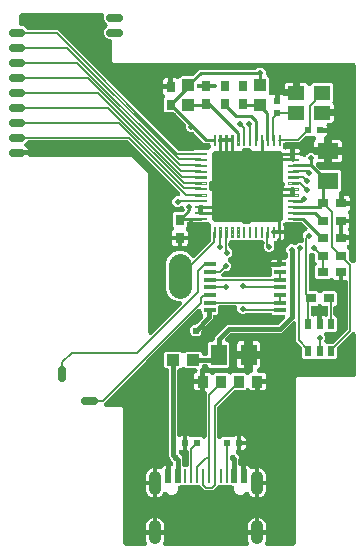
<source format=gbr>
G04 EAGLE Gerber RS-274X export*
G75*
%MOMM*%
%FSLAX34Y34*%
%LPD*%
%INTop Copper*%
%IPPOS*%
%AMOC8*
5,1,8,0,0,1.08239X$1,22.5*%
G01*
%ADD10R,0.900000X1.000000*%
%ADD11R,0.600000X0.900000*%
%ADD12R,1.000000X1.100000*%
%ADD13R,1.100000X1.000000*%
%ADD14C,0.115000*%
%ADD15C,0.600000*%
%ADD16C,0.711200*%
%ADD17R,0.990600X0.304800*%
%ADD18R,1.400000X1.200000*%
%ADD19R,0.800000X0.900000*%
%ADD20R,1.400000X1.800000*%
%ADD21R,0.900000X0.800000*%
%ADD22R,0.600000X0.600000*%
%ADD23R,1.800000X1.400000*%
%ADD24C,1.930400*%
%ADD25R,0.575000X1.150000*%
%ADD26R,0.275000X1.150000*%
%ADD27C,1.000000*%
%ADD28C,0.503200*%
%ADD29C,0.152400*%
%ADD30C,0.228600*%
%ADD31C,0.406400*%
%ADD32C,0.528600*%
%ADD33C,0.604800*%

G36*
X240321Y-10698D02*
X240321Y-10698D01*
X240334Y-10699D01*
X240520Y-10678D01*
X240708Y-10659D01*
X240721Y-10655D01*
X240734Y-10654D01*
X240913Y-10596D01*
X241093Y-10541D01*
X241105Y-10535D01*
X241117Y-10531D01*
X241282Y-10439D01*
X241447Y-10349D01*
X241457Y-10341D01*
X241469Y-10334D01*
X241612Y-10212D01*
X241756Y-10092D01*
X241764Y-10081D01*
X241775Y-10073D01*
X241891Y-9924D01*
X242008Y-9778D01*
X242015Y-9766D01*
X242023Y-9756D01*
X242107Y-9587D01*
X242194Y-9421D01*
X242198Y-9408D01*
X242204Y-9396D01*
X242253Y-9215D01*
X242305Y-9034D01*
X242306Y-9020D01*
X242310Y-9007D01*
X242323Y-8819D01*
X242338Y-8632D01*
X242337Y-8619D01*
X242338Y-8606D01*
X242313Y-8418D01*
X242291Y-8233D01*
X242287Y-8220D01*
X242285Y-8207D01*
X242184Y-7891D01*
X241649Y-6600D01*
X241359Y-5143D01*
X241359Y-1431D01*
X248900Y-1431D01*
X256441Y-1431D01*
X256441Y-5143D01*
X256151Y-6600D01*
X255616Y-7891D01*
X255612Y-7904D01*
X255606Y-7915D01*
X255554Y-8095D01*
X255500Y-8276D01*
X255498Y-8289D01*
X255495Y-8302D01*
X255479Y-8490D01*
X255462Y-8677D01*
X255463Y-8690D01*
X255462Y-8704D01*
X255484Y-8890D01*
X255503Y-9077D01*
X255507Y-9090D01*
X255509Y-9103D01*
X255567Y-9282D01*
X255623Y-9462D01*
X255629Y-9473D01*
X255634Y-9486D01*
X255726Y-9650D01*
X255816Y-9815D01*
X255825Y-9825D01*
X255831Y-9837D01*
X255954Y-9979D01*
X256075Y-10123D01*
X256086Y-10131D01*
X256095Y-10142D01*
X256242Y-10256D01*
X256390Y-10374D01*
X256402Y-10380D01*
X256413Y-10388D01*
X256581Y-10472D01*
X256748Y-10558D01*
X256761Y-10562D01*
X256773Y-10568D01*
X256956Y-10617D01*
X257136Y-10668D01*
X257149Y-10669D01*
X257162Y-10672D01*
X257493Y-10699D01*
X326707Y-10699D01*
X326721Y-10698D01*
X326734Y-10699D01*
X326920Y-10678D01*
X327108Y-10659D01*
X327121Y-10655D01*
X327134Y-10654D01*
X327313Y-10596D01*
X327493Y-10541D01*
X327505Y-10535D01*
X327517Y-10531D01*
X327682Y-10439D01*
X327847Y-10349D01*
X327857Y-10341D01*
X327869Y-10334D01*
X328012Y-10212D01*
X328156Y-10092D01*
X328164Y-10081D01*
X328175Y-10073D01*
X328291Y-9924D01*
X328408Y-9778D01*
X328415Y-9766D01*
X328423Y-9756D01*
X328507Y-9587D01*
X328594Y-9421D01*
X328598Y-9408D01*
X328604Y-9396D01*
X328653Y-9215D01*
X328705Y-9034D01*
X328706Y-9020D01*
X328710Y-9007D01*
X328723Y-8819D01*
X328738Y-8632D01*
X328737Y-8619D01*
X328738Y-8606D01*
X328713Y-8418D01*
X328691Y-8233D01*
X328687Y-8220D01*
X328685Y-8207D01*
X328584Y-7891D01*
X328049Y-6600D01*
X327759Y-5143D01*
X327759Y-1431D01*
X335300Y-1431D01*
X342841Y-1431D01*
X342841Y-5143D01*
X342551Y-6600D01*
X342016Y-7891D01*
X342012Y-7904D01*
X342006Y-7915D01*
X341954Y-8095D01*
X341900Y-8276D01*
X341898Y-8289D01*
X341895Y-8302D01*
X341879Y-8490D01*
X341862Y-8677D01*
X341863Y-8690D01*
X341862Y-8704D01*
X341884Y-8890D01*
X341903Y-9077D01*
X341907Y-9090D01*
X341909Y-9103D01*
X341967Y-9282D01*
X342023Y-9462D01*
X342029Y-9473D01*
X342034Y-9486D01*
X342126Y-9650D01*
X342216Y-9815D01*
X342225Y-9825D01*
X342231Y-9837D01*
X342354Y-9979D01*
X342475Y-10123D01*
X342486Y-10131D01*
X342495Y-10142D01*
X342642Y-10256D01*
X342790Y-10374D01*
X342802Y-10380D01*
X342813Y-10388D01*
X342981Y-10472D01*
X343148Y-10558D01*
X343161Y-10562D01*
X343173Y-10568D01*
X343356Y-10617D01*
X343536Y-10668D01*
X343549Y-10669D01*
X343562Y-10672D01*
X343893Y-10699D01*
X365968Y-10699D01*
X365986Y-10697D01*
X366004Y-10699D01*
X366186Y-10678D01*
X366369Y-10659D01*
X366386Y-10654D01*
X366403Y-10652D01*
X366578Y-10595D01*
X366754Y-10541D01*
X366769Y-10533D01*
X366786Y-10527D01*
X366946Y-10437D01*
X367108Y-10349D01*
X367121Y-10338D01*
X367137Y-10329D01*
X367276Y-10209D01*
X367417Y-10092D01*
X367428Y-10078D01*
X367442Y-10066D01*
X367554Y-9921D01*
X367669Y-9778D01*
X367677Y-9762D01*
X367688Y-9748D01*
X367770Y-9583D01*
X367855Y-9421D01*
X367860Y-9404D01*
X367868Y-9388D01*
X367915Y-9209D01*
X367966Y-9034D01*
X367968Y-9016D01*
X367972Y-8999D01*
X367999Y-8668D01*
X367999Y130829D01*
X369171Y132001D01*
X416758Y132001D01*
X416776Y132003D01*
X416794Y132001D01*
X416976Y132022D01*
X417159Y132041D01*
X417176Y132046D01*
X417193Y132048D01*
X417368Y132105D01*
X417544Y132159D01*
X417559Y132167D01*
X417576Y132173D01*
X417736Y132263D01*
X417898Y132351D01*
X417911Y132362D01*
X417927Y132371D01*
X418066Y132491D01*
X418207Y132608D01*
X418218Y132622D01*
X418232Y132634D01*
X418344Y132779D01*
X418459Y132922D01*
X418467Y132938D01*
X418478Y132952D01*
X418560Y133117D01*
X418645Y133279D01*
X418650Y133296D01*
X418658Y133312D01*
X418705Y133491D01*
X418756Y133666D01*
X418758Y133684D01*
X418762Y133701D01*
X418789Y134032D01*
X418789Y168331D01*
X418788Y168340D01*
X418789Y168349D01*
X418768Y168540D01*
X418749Y168731D01*
X418747Y168740D01*
X418746Y168749D01*
X418688Y168931D01*
X418631Y169116D01*
X418627Y169124D01*
X418624Y169133D01*
X418531Y169301D01*
X418439Y169470D01*
X418434Y169477D01*
X418429Y169485D01*
X418304Y169633D01*
X418182Y169780D01*
X418175Y169785D01*
X418169Y169792D01*
X418018Y169911D01*
X417868Y170032D01*
X417860Y170036D01*
X417853Y170042D01*
X417682Y170129D01*
X417511Y170217D01*
X417502Y170220D01*
X417494Y170224D01*
X417309Y170276D01*
X417124Y170329D01*
X417115Y170329D01*
X417106Y170332D01*
X416914Y170346D01*
X416722Y170362D01*
X416714Y170361D01*
X416705Y170361D01*
X416514Y170337D01*
X416323Y170315D01*
X416314Y170312D01*
X416305Y170311D01*
X416124Y170250D01*
X415940Y170190D01*
X415932Y170185D01*
X415924Y170183D01*
X415758Y170087D01*
X415589Y169992D01*
X415582Y169986D01*
X415575Y169982D01*
X415322Y169767D01*
X414267Y168712D01*
X403336Y157781D01*
X403319Y157760D01*
X403298Y157743D01*
X403191Y157605D01*
X403081Y157469D01*
X403068Y157446D01*
X403052Y157425D01*
X402974Y157268D01*
X402892Y157114D01*
X402884Y157088D01*
X402872Y157064D01*
X402827Y156895D01*
X402777Y156728D01*
X402775Y156701D01*
X402768Y156675D01*
X402741Y156345D01*
X402741Y148461D01*
X401569Y147289D01*
X393519Y147289D01*
X393373Y147333D01*
X393355Y147334D01*
X393338Y147339D01*
X393155Y147352D01*
X392972Y147369D01*
X392954Y147367D01*
X392936Y147368D01*
X392755Y147346D01*
X392572Y147326D01*
X392555Y147320D01*
X392537Y147318D01*
X392451Y147289D01*
X384019Y147289D01*
X383874Y147333D01*
X383856Y147334D01*
X383838Y147339D01*
X383655Y147353D01*
X383473Y147369D01*
X383455Y147367D01*
X383437Y147368D01*
X383254Y147345D01*
X383072Y147326D01*
X383055Y147320D01*
X383037Y147318D01*
X382951Y147289D01*
X374911Y147289D01*
X373739Y148461D01*
X373739Y156345D01*
X373737Y156371D01*
X373739Y156398D01*
X373717Y156572D01*
X373699Y156745D01*
X373692Y156771D01*
X373688Y156797D01*
X373632Y156963D01*
X373581Y157130D01*
X373568Y157154D01*
X373560Y157179D01*
X373473Y157331D01*
X373389Y157484D01*
X373372Y157505D01*
X373359Y157528D01*
X373144Y157781D01*
X368405Y162520D01*
X368405Y177221D01*
X368404Y177229D01*
X368405Y177238D01*
X368384Y177432D01*
X368365Y177621D01*
X368363Y177630D01*
X368362Y177639D01*
X368304Y177822D01*
X368247Y178006D01*
X368243Y178014D01*
X368240Y178023D01*
X368148Y178190D01*
X368055Y178360D01*
X368050Y178367D01*
X368045Y178375D01*
X367921Y178522D01*
X367798Y178669D01*
X367791Y178675D01*
X367785Y178682D01*
X367633Y178802D01*
X367484Y178922D01*
X367476Y178926D01*
X367469Y178931D01*
X367296Y179019D01*
X367127Y179107D01*
X367118Y179110D01*
X367110Y179114D01*
X366924Y179166D01*
X366740Y179219D01*
X366731Y179219D01*
X366722Y179222D01*
X366529Y179236D01*
X366338Y179252D01*
X366330Y179251D01*
X366321Y179251D01*
X366128Y179227D01*
X365939Y179205D01*
X365930Y179202D01*
X365921Y179201D01*
X365738Y179139D01*
X365556Y179080D01*
X365548Y179075D01*
X365540Y179073D01*
X365373Y178976D01*
X365205Y178882D01*
X365198Y178876D01*
X365191Y178872D01*
X364938Y178657D01*
X355698Y169417D01*
X313359Y169417D01*
X313333Y169415D01*
X313306Y169417D01*
X313132Y169395D01*
X312959Y169377D01*
X312933Y169370D01*
X312907Y169366D01*
X312741Y169311D01*
X312574Y169259D01*
X312550Y169246D01*
X312525Y169238D01*
X312374Y169151D01*
X312220Y169067D01*
X312199Y169050D01*
X312176Y169037D01*
X311923Y168822D01*
X308519Y165418D01*
X308516Y165415D01*
X308513Y165412D01*
X308510Y165409D01*
X308507Y165406D01*
X308386Y165256D01*
X308264Y165107D01*
X308260Y165099D01*
X308254Y165092D01*
X308166Y164922D01*
X308075Y164751D01*
X308073Y164742D01*
X308069Y164735D01*
X308016Y164550D01*
X307961Y164365D01*
X307960Y164356D01*
X307957Y164348D01*
X307942Y164156D01*
X307924Y163964D01*
X307925Y163955D01*
X307924Y163946D01*
X307947Y163757D01*
X307968Y163564D01*
X307970Y163555D01*
X307971Y163547D01*
X308031Y163365D01*
X308089Y163180D01*
X308093Y163172D01*
X308096Y163164D01*
X308192Y162994D01*
X308284Y162828D01*
X308290Y162821D01*
X308294Y162813D01*
X308420Y162667D01*
X308544Y162521D01*
X308551Y162515D01*
X308557Y162508D01*
X308709Y162391D01*
X308860Y162271D01*
X308868Y162267D01*
X308875Y162262D01*
X309047Y162176D01*
X309219Y162089D01*
X309228Y162086D01*
X309236Y162082D01*
X309422Y162032D01*
X309607Y161981D01*
X309616Y161980D01*
X309625Y161978D01*
X309955Y161951D01*
X310559Y161951D01*
X311731Y160779D01*
X311731Y141121D01*
X310559Y139949D01*
X294901Y139949D01*
X293729Y141121D01*
X293729Y141206D01*
X293727Y141224D01*
X293729Y141242D01*
X293708Y141424D01*
X293689Y141607D01*
X293684Y141624D01*
X293682Y141641D01*
X293625Y141816D01*
X293571Y141992D01*
X293563Y142007D01*
X293557Y142024D01*
X293467Y142184D01*
X293379Y142346D01*
X293368Y142359D01*
X293359Y142375D01*
X293239Y142514D01*
X293122Y142655D01*
X293108Y142666D01*
X293096Y142680D01*
X292951Y142792D01*
X292808Y142907D01*
X292792Y142915D01*
X292778Y142926D01*
X292613Y143008D01*
X292451Y143093D01*
X292434Y143098D01*
X292418Y143106D01*
X292239Y143153D01*
X292064Y143204D01*
X292046Y143206D01*
X292029Y143210D01*
X291698Y143237D01*
X290932Y143237D01*
X290914Y143235D01*
X290896Y143237D01*
X290714Y143216D01*
X290531Y143197D01*
X290514Y143192D01*
X290497Y143190D01*
X290322Y143133D01*
X290146Y143079D01*
X290131Y143071D01*
X290114Y143065D01*
X289954Y142975D01*
X289792Y142887D01*
X289779Y142876D01*
X289763Y142867D01*
X289624Y142747D01*
X289483Y142630D01*
X289472Y142616D01*
X289458Y142604D01*
X289346Y142459D01*
X289231Y142316D01*
X289223Y142300D01*
X289212Y142286D01*
X289130Y142121D01*
X289045Y141959D01*
X289040Y141942D01*
X289032Y141926D01*
X288985Y141747D01*
X288934Y141572D01*
X288932Y141554D01*
X288928Y141537D01*
X288901Y141206D01*
X288901Y140711D01*
X287468Y139278D01*
X287462Y139271D01*
X287455Y139266D01*
X287335Y139116D01*
X287213Y138967D01*
X287208Y138959D01*
X287203Y138952D01*
X287114Y138780D01*
X287024Y138611D01*
X287021Y138602D01*
X287017Y138595D01*
X286964Y138410D01*
X286909Y138225D01*
X286908Y138216D01*
X286906Y138208D01*
X286890Y138017D01*
X286873Y137824D01*
X286874Y137815D01*
X286873Y137806D01*
X286895Y137617D01*
X286916Y137424D01*
X286919Y137415D01*
X286920Y137407D01*
X286931Y137374D01*
X286931Y130519D01*
X282139Y130519D01*
X282139Y133605D01*
X282312Y134251D01*
X282647Y134830D01*
X283120Y135303D01*
X283892Y135749D01*
X283952Y135792D01*
X284016Y135827D01*
X284115Y135909D01*
X284219Y135984D01*
X284269Y136037D01*
X284325Y136084D01*
X284406Y136184D01*
X284493Y136278D01*
X284532Y136341D01*
X284578Y136398D01*
X284637Y136512D01*
X284704Y136622D01*
X284729Y136690D01*
X284763Y136755D01*
X284799Y136879D01*
X284843Y136999D01*
X284854Y137072D01*
X284875Y137142D01*
X284885Y137270D01*
X284905Y137397D01*
X284901Y137470D01*
X284907Y137544D01*
X284892Y137671D01*
X284887Y137800D01*
X284869Y137871D01*
X284861Y137943D01*
X284821Y138066D01*
X284790Y138190D01*
X284758Y138257D01*
X284736Y138326D01*
X284673Y138438D01*
X284618Y138554D01*
X284574Y138613D01*
X284538Y138677D01*
X284454Y138774D01*
X284377Y138877D01*
X284323Y138926D01*
X284275Y138982D01*
X284173Y139060D01*
X284078Y139146D01*
X284014Y139183D01*
X283957Y139228D01*
X283841Y139286D01*
X283731Y139351D01*
X283662Y139375D01*
X283596Y139408D01*
X283472Y139441D01*
X283351Y139483D01*
X283278Y139493D01*
X283207Y139512D01*
X283038Y139526D01*
X282952Y139538D01*
X282919Y139536D01*
X282877Y139539D01*
X275071Y139539D01*
X274336Y140274D01*
X274322Y140286D01*
X274311Y140299D01*
X274167Y140413D01*
X274025Y140529D01*
X274009Y140538D01*
X273995Y140549D01*
X273831Y140632D01*
X273669Y140718D01*
X273652Y140723D01*
X273636Y140731D01*
X273459Y140780D01*
X273283Y140833D01*
X273265Y140834D01*
X273248Y140839D01*
X273065Y140853D01*
X272882Y140869D01*
X272864Y140867D01*
X272847Y140868D01*
X272665Y140846D01*
X272482Y140826D01*
X272465Y140820D01*
X272447Y140818D01*
X272273Y140760D01*
X272098Y140704D01*
X272082Y140696D01*
X272066Y140690D01*
X271907Y140598D01*
X271746Y140509D01*
X271732Y140498D01*
X271717Y140489D01*
X271464Y140274D01*
X270729Y139539D01*
X269734Y139539D01*
X269716Y139537D01*
X269698Y139539D01*
X269516Y139518D01*
X269333Y139499D01*
X269316Y139494D01*
X269299Y139492D01*
X269124Y139435D01*
X268948Y139381D01*
X268933Y139373D01*
X268916Y139367D01*
X268756Y139277D01*
X268594Y139189D01*
X268581Y139178D01*
X268565Y139169D01*
X268426Y139049D01*
X268285Y138932D01*
X268274Y138918D01*
X268260Y138906D01*
X268147Y138760D01*
X268033Y138618D01*
X268025Y138602D01*
X268014Y138588D01*
X267932Y138423D01*
X267847Y138261D01*
X267842Y138244D01*
X267834Y138228D01*
X267787Y138049D01*
X267736Y137874D01*
X267734Y137856D01*
X267730Y137839D01*
X267703Y137508D01*
X267703Y83508D01*
X267711Y83427D01*
X267709Y83344D01*
X267731Y83227D01*
X267743Y83108D01*
X267767Y83029D01*
X267781Y82948D01*
X267826Y82837D01*
X267861Y82723D01*
X267900Y82650D01*
X267930Y82574D01*
X267996Y82474D01*
X268053Y82369D01*
X268105Y82306D01*
X268150Y82237D01*
X268234Y82151D01*
X268310Y82059D01*
X268374Y82008D01*
X268432Y81949D01*
X268531Y81882D01*
X268624Y81807D01*
X268697Y81769D01*
X268765Y81723D01*
X268875Y81677D01*
X268981Y81622D01*
X269060Y81599D01*
X269136Y81567D01*
X269253Y81543D01*
X269368Y81510D01*
X269450Y81504D01*
X269531Y81487D01*
X269650Y81487D01*
X269770Y81477D01*
X269851Y81487D01*
X269933Y81487D01*
X270083Y81514D01*
X270169Y81524D01*
X270208Y81537D01*
X270260Y81546D01*
X270985Y81741D01*
X272289Y81741D01*
X272289Y76200D01*
X272289Y70659D01*
X271012Y70659D01*
X271003Y70658D01*
X270994Y70659D01*
X270802Y70638D01*
X270611Y70619D01*
X270603Y70617D01*
X270594Y70616D01*
X270411Y70558D01*
X270226Y70501D01*
X270218Y70497D01*
X270210Y70494D01*
X270041Y70401D01*
X269872Y70310D01*
X269865Y70304D01*
X269858Y70299D01*
X269710Y70174D01*
X269563Y70052D01*
X269557Y70045D01*
X269551Y70039D01*
X269431Y69888D01*
X269311Y69738D01*
X269306Y69730D01*
X269301Y69723D01*
X269214Y69553D01*
X269125Y69381D01*
X269123Y69372D01*
X269119Y69364D01*
X269067Y69179D01*
X269014Y68994D01*
X269013Y68985D01*
X269011Y68976D01*
X268997Y68784D01*
X268981Y68592D01*
X268982Y68584D01*
X268981Y68575D01*
X269006Y68382D01*
X269028Y68193D01*
X269031Y68184D01*
X269032Y68175D01*
X269093Y67992D01*
X269153Y67810D01*
X269157Y67802D01*
X269160Y67794D01*
X269256Y67626D01*
X269351Y67459D01*
X269356Y67452D01*
X269361Y67445D01*
X269576Y67192D01*
X270637Y66131D01*
X271344Y64424D01*
X271344Y64368D01*
X271346Y64341D01*
X271344Y64315D01*
X271366Y64141D01*
X271384Y63968D01*
X271392Y63942D01*
X271395Y63915D01*
X271403Y63892D01*
X271403Y57932D01*
X271405Y57914D01*
X271403Y57896D01*
X271424Y57714D01*
X271443Y57531D01*
X271448Y57514D01*
X271450Y57497D01*
X271507Y57322D01*
X271561Y57146D01*
X271569Y57131D01*
X271575Y57114D01*
X271665Y56954D01*
X271753Y56792D01*
X271764Y56779D01*
X271773Y56763D01*
X271893Y56624D01*
X272010Y56483D01*
X272024Y56472D01*
X272036Y56458D01*
X272181Y56346D01*
X272324Y56231D01*
X272340Y56223D01*
X272354Y56212D01*
X272519Y56130D01*
X272681Y56045D01*
X272698Y56040D01*
X272714Y56032D01*
X272893Y55985D01*
X273068Y55934D01*
X273086Y55932D01*
X273103Y55928D01*
X273434Y55901D01*
X275536Y55901D01*
X275554Y55903D01*
X275572Y55901D01*
X275754Y55922D01*
X275937Y55941D01*
X275954Y55946D01*
X275971Y55948D01*
X276146Y56005D01*
X276322Y56059D01*
X276337Y56067D01*
X276354Y56073D01*
X276514Y56163D01*
X276676Y56251D01*
X276689Y56262D01*
X276705Y56271D01*
X276844Y56391D01*
X276985Y56508D01*
X276996Y56522D01*
X277010Y56534D01*
X277122Y56679D01*
X277237Y56822D01*
X277245Y56838D01*
X277256Y56852D01*
X277338Y57017D01*
X277423Y57179D01*
X277428Y57196D01*
X277436Y57212D01*
X277483Y57391D01*
X277534Y57566D01*
X277536Y57584D01*
X277540Y57601D01*
X277567Y57932D01*
X277567Y68628D01*
X277565Y68646D01*
X277567Y68664D01*
X277546Y68845D01*
X277527Y69029D01*
X277522Y69046D01*
X277520Y69063D01*
X277463Y69238D01*
X277409Y69414D01*
X277401Y69429D01*
X277395Y69446D01*
X277305Y69606D01*
X277217Y69768D01*
X277206Y69781D01*
X277197Y69797D01*
X277077Y69936D01*
X276960Y70077D01*
X276946Y70088D01*
X276934Y70102D01*
X276789Y70214D01*
X276646Y70329D01*
X276630Y70337D01*
X276616Y70348D01*
X276451Y70430D01*
X276351Y70482D01*
X276351Y76200D01*
X276351Y81741D01*
X277655Y81741D01*
X278301Y81568D01*
X278674Y81352D01*
X278815Y81288D01*
X278953Y81218D01*
X278998Y81206D01*
X279041Y81186D01*
X279192Y81152D01*
X279341Y81110D01*
X279388Y81107D01*
X279433Y81096D01*
X279588Y81092D01*
X279743Y81081D01*
X279789Y81087D01*
X279835Y81085D01*
X279988Y81112D01*
X280142Y81131D01*
X280186Y81146D01*
X280232Y81154D01*
X280353Y81201D01*
X288309Y81201D01*
X289100Y80410D01*
X289107Y80404D01*
X289112Y80397D01*
X289263Y80276D01*
X289411Y80155D01*
X289419Y80150D01*
X289426Y80145D01*
X289596Y80056D01*
X289767Y79966D01*
X289776Y79963D01*
X289783Y79959D01*
X289968Y79906D01*
X290153Y79851D01*
X290162Y79850D01*
X290170Y79848D01*
X290361Y79832D01*
X290554Y79815D01*
X290563Y79816D01*
X290572Y79815D01*
X290761Y79837D01*
X290954Y79858D01*
X290963Y79861D01*
X290971Y79862D01*
X291153Y79921D01*
X291338Y79980D01*
X291346Y79984D01*
X291354Y79987D01*
X291521Y80081D01*
X291690Y80175D01*
X291697Y80180D01*
X291705Y80185D01*
X291850Y80310D01*
X291997Y80435D01*
X292003Y80442D01*
X292010Y80448D01*
X292126Y80598D01*
X292247Y80751D01*
X292251Y80759D01*
X292256Y80766D01*
X292341Y80937D01*
X292429Y81110D01*
X292432Y81119D01*
X292436Y81127D01*
X292485Y81312D01*
X292537Y81498D01*
X292538Y81507D01*
X292540Y81515D01*
X292567Y81846D01*
X292567Y117809D01*
X292631Y117929D01*
X292633Y117938D01*
X292637Y117945D01*
X292690Y118128D01*
X292745Y118315D01*
X292746Y118324D01*
X292749Y118332D01*
X292764Y118524D01*
X292782Y118716D01*
X292781Y118725D01*
X292782Y118734D01*
X292759Y118923D01*
X292739Y119116D01*
X292736Y119125D01*
X292735Y119133D01*
X292675Y119316D01*
X292617Y119500D01*
X292613Y119508D01*
X292610Y119516D01*
X292515Y119685D01*
X292422Y119852D01*
X292416Y119859D01*
X292412Y119867D01*
X292286Y120013D01*
X292162Y120159D01*
X292155Y120165D01*
X292149Y120172D01*
X291997Y120289D01*
X291846Y120409D01*
X291838Y120413D01*
X291831Y120418D01*
X291657Y120505D01*
X291487Y120591D01*
X291478Y120594D01*
X291470Y120598D01*
X291429Y120609D01*
X291429Y128052D01*
X291427Y128070D01*
X291429Y128087D01*
X291410Y128251D01*
X291429Y128488D01*
X291429Y135811D01*
X294015Y135811D01*
X294661Y135638D01*
X295240Y135303D01*
X295713Y134830D01*
X295743Y134778D01*
X295791Y134712D01*
X295831Y134640D01*
X295908Y134549D01*
X295978Y134451D01*
X296038Y134396D01*
X296091Y134333D01*
X296185Y134259D01*
X296273Y134177D01*
X296343Y134134D01*
X296407Y134083D01*
X296514Y134029D01*
X296616Y133966D01*
X296693Y133938D01*
X296766Y133901D01*
X296881Y133869D01*
X296993Y133828D01*
X297075Y133815D01*
X297154Y133793D01*
X297273Y133784D01*
X297391Y133766D01*
X297473Y133770D01*
X297555Y133764D01*
X297674Y133779D01*
X297794Y133784D01*
X297873Y133804D01*
X297955Y133814D01*
X298068Y133852D01*
X298184Y133881D01*
X298259Y133916D01*
X298336Y133942D01*
X298440Y134002D01*
X298548Y134053D01*
X298614Y134102D01*
X298685Y134143D01*
X298802Y134242D01*
X298871Y134294D01*
X298898Y134324D01*
X298938Y134358D01*
X299851Y135271D01*
X310509Y135271D01*
X310984Y134796D01*
X310998Y134784D01*
X311009Y134771D01*
X311153Y134657D01*
X311295Y134541D01*
X311311Y134532D01*
X311325Y134521D01*
X311489Y134438D01*
X311651Y134352D01*
X311668Y134347D01*
X311684Y134339D01*
X311861Y134290D01*
X312037Y134237D01*
X312055Y134236D01*
X312072Y134231D01*
X312255Y134218D01*
X312438Y134201D01*
X312456Y134203D01*
X312473Y134202D01*
X312655Y134224D01*
X312838Y134244D01*
X312855Y134250D01*
X312873Y134252D01*
X313046Y134310D01*
X313222Y134366D01*
X313238Y134374D01*
X313254Y134380D01*
X313413Y134472D01*
X313574Y134561D01*
X313588Y134572D01*
X313603Y134581D01*
X313856Y134796D01*
X314331Y135271D01*
X324989Y135271D01*
X325902Y134358D01*
X325965Y134306D01*
X326022Y134247D01*
X326121Y134178D01*
X326213Y134103D01*
X326286Y134064D01*
X326353Y134017D01*
X326463Y133970D01*
X326569Y133914D01*
X326648Y133891D01*
X326723Y133858D01*
X326840Y133833D01*
X326955Y133799D01*
X327037Y133792D01*
X327117Y133775D01*
X327236Y133774D01*
X327356Y133763D01*
X327437Y133772D01*
X327520Y133771D01*
X327637Y133793D01*
X327756Y133806D01*
X327834Y133831D01*
X327915Y133847D01*
X328026Y133892D01*
X328140Y133928D01*
X328212Y133968D01*
X328288Y133999D01*
X328387Y134065D01*
X328492Y134123D01*
X328555Y134176D01*
X328623Y134221D01*
X328708Y134306D01*
X328799Y134383D01*
X328850Y134448D01*
X328908Y134506D01*
X328995Y134631D01*
X329049Y134699D01*
X329067Y134735D01*
X329097Y134778D01*
X329127Y134830D01*
X329600Y135303D01*
X330210Y135655D01*
X330258Y135673D01*
X330373Y135709D01*
X330386Y135716D01*
X330416Y135726D01*
X330457Y135748D01*
X330500Y135765D01*
X330632Y135847D01*
X330698Y135884D01*
X330727Y135901D01*
X330730Y135903D01*
X330767Y135923D01*
X330802Y135954D01*
X330841Y135979D01*
X330954Y136085D01*
X331072Y136187D01*
X331100Y136223D01*
X331134Y136255D01*
X331223Y136382D01*
X331318Y136505D01*
X331339Y136546D01*
X331366Y136584D01*
X331429Y136726D01*
X331498Y136865D01*
X331510Y136910D01*
X331528Y136953D01*
X331562Y137104D01*
X331602Y137254D01*
X331606Y137306D01*
X331615Y137346D01*
X331617Y137432D01*
X331629Y137585D01*
X331629Y147451D01*
X337671Y147451D01*
X337671Y141615D01*
X337498Y140969D01*
X337163Y140390D01*
X336690Y139917D01*
X336143Y139601D01*
X336084Y139558D01*
X336019Y139523D01*
X335921Y139441D01*
X335816Y139366D01*
X335766Y139313D01*
X335710Y139266D01*
X335629Y139166D01*
X335542Y139072D01*
X335503Y139009D01*
X335458Y138952D01*
X335398Y138838D01*
X335331Y138728D01*
X335306Y138659D01*
X335272Y138595D01*
X335237Y138471D01*
X335192Y138351D01*
X335181Y138278D01*
X335161Y138208D01*
X335150Y138080D01*
X335130Y137953D01*
X335134Y137880D01*
X335128Y137806D01*
X335143Y137679D01*
X335148Y137550D01*
X335166Y137479D01*
X335175Y137407D01*
X335214Y137284D01*
X335245Y137160D01*
X335277Y137093D01*
X335299Y137024D01*
X335363Y136912D01*
X335418Y136796D01*
X335461Y136737D01*
X335497Y136673D01*
X335581Y136576D01*
X335658Y136473D01*
X335713Y136424D01*
X335761Y136368D01*
X335862Y136290D01*
X335958Y136204D01*
X336021Y136167D01*
X336079Y136122D01*
X336194Y136064D01*
X336304Y135999D01*
X336374Y135975D01*
X336439Y135942D01*
X336563Y135909D01*
X336685Y135867D01*
X336757Y135857D01*
X336828Y135838D01*
X336997Y135824D01*
X337083Y135812D01*
X337116Y135814D01*
X337159Y135811D01*
X340495Y135811D01*
X341141Y135638D01*
X341720Y135303D01*
X342193Y134830D01*
X342528Y134251D01*
X342701Y133605D01*
X342701Y130519D01*
X335878Y130519D01*
X335860Y130517D01*
X335843Y130519D01*
X335660Y130498D01*
X335478Y130479D01*
X335461Y130474D01*
X335443Y130472D01*
X335268Y130415D01*
X335093Y130361D01*
X335077Y130353D01*
X335060Y130347D01*
X334900Y130257D01*
X334739Y130169D01*
X334725Y130158D01*
X334709Y130149D01*
X334570Y130029D01*
X334429Y129912D01*
X334418Y129898D01*
X334405Y129886D01*
X334292Y129741D01*
X334262Y129703D01*
X334134Y129593D01*
X333993Y129475D01*
X333982Y129462D01*
X333968Y129450D01*
X333856Y129305D01*
X333741Y129162D01*
X333733Y129146D01*
X333722Y129132D01*
X333640Y128967D01*
X333555Y128804D01*
X333550Y128787D01*
X333542Y128771D01*
X333494Y128593D01*
X333444Y128418D01*
X333442Y128400D01*
X333438Y128383D01*
X333411Y128052D01*
X333411Y120729D01*
X330825Y120729D01*
X330179Y120902D01*
X329600Y121237D01*
X329127Y121710D01*
X329097Y121762D01*
X329049Y121828D01*
X329009Y121900D01*
X328932Y121991D01*
X328862Y122089D01*
X328802Y122144D01*
X328749Y122207D01*
X328655Y122281D01*
X328567Y122363D01*
X328497Y122406D01*
X328433Y122457D01*
X328326Y122511D01*
X328224Y122574D01*
X328147Y122602D01*
X328074Y122639D01*
X327959Y122671D01*
X327847Y122712D01*
X327765Y122725D01*
X327686Y122747D01*
X327567Y122756D01*
X327449Y122774D01*
X327367Y122770D01*
X327285Y122776D01*
X327166Y122761D01*
X327046Y122756D01*
X326967Y122736D01*
X326885Y122726D01*
X326772Y122688D01*
X326656Y122659D01*
X326581Y122624D01*
X326504Y122598D01*
X326400Y122538D01*
X326292Y122487D01*
X326226Y122438D01*
X326155Y122397D01*
X326038Y122298D01*
X325969Y122246D01*
X325942Y122216D01*
X325902Y122182D01*
X324989Y121269D01*
X316755Y121269D01*
X316729Y121267D01*
X316702Y121269D01*
X316528Y121247D01*
X316355Y121229D01*
X316329Y121222D01*
X316303Y121218D01*
X316137Y121163D01*
X315970Y121111D01*
X315946Y121098D01*
X315921Y121090D01*
X315769Y121003D01*
X315616Y120919D01*
X315595Y120902D01*
X315572Y120889D01*
X315319Y120674D01*
X302228Y107583D01*
X302211Y107562D01*
X302190Y107545D01*
X302083Y107407D01*
X301973Y107271D01*
X301960Y107248D01*
X301944Y107227D01*
X301866Y107070D01*
X301784Y106916D01*
X301776Y106890D01*
X301764Y106866D01*
X301719Y106697D01*
X301669Y106530D01*
X301667Y106503D01*
X301660Y106477D01*
X301633Y106147D01*
X301633Y81686D01*
X301634Y81677D01*
X301633Y81668D01*
X301654Y81473D01*
X301673Y81285D01*
X301675Y81277D01*
X301676Y81268D01*
X301734Y81085D01*
X301791Y80901D01*
X301795Y80893D01*
X301798Y80884D01*
X301891Y80716D01*
X301983Y80546D01*
X301988Y80540D01*
X301993Y80532D01*
X302118Y80384D01*
X302240Y80237D01*
X302247Y80232D01*
X302253Y80225D01*
X302405Y80105D01*
X302554Y79985D01*
X302562Y79981D01*
X302569Y79975D01*
X302741Y79888D01*
X302911Y79799D01*
X302920Y79797D01*
X302928Y79793D01*
X303114Y79741D01*
X303298Y79688D01*
X303307Y79687D01*
X303316Y79685D01*
X303508Y79671D01*
X303700Y79655D01*
X303708Y79656D01*
X303717Y79655D01*
X303910Y79680D01*
X304099Y79702D01*
X304108Y79705D01*
X304117Y79706D01*
X304300Y79767D01*
X304482Y79827D01*
X304490Y79831D01*
X304498Y79834D01*
X304664Y79929D01*
X304833Y80025D01*
X304840Y80031D01*
X304847Y80035D01*
X305100Y80250D01*
X306051Y81201D01*
X314005Y81201D01*
X314050Y81187D01*
X314197Y81136D01*
X314243Y81130D01*
X314287Y81117D01*
X314442Y81103D01*
X314596Y81081D01*
X314642Y81084D01*
X314688Y81080D01*
X314842Y81097D01*
X314997Y81107D01*
X315042Y81119D01*
X315088Y81124D01*
X315236Y81170D01*
X315386Y81210D01*
X315434Y81233D01*
X315472Y81245D01*
X315548Y81287D01*
X315686Y81352D01*
X316059Y81568D01*
X316705Y81741D01*
X318009Y81741D01*
X318009Y76200D01*
X318009Y70207D01*
X317970Y70175D01*
X317823Y70052D01*
X317817Y70045D01*
X317811Y70039D01*
X317692Y69888D01*
X317571Y69738D01*
X317566Y69730D01*
X317561Y69723D01*
X317474Y69553D01*
X317385Y69381D01*
X317383Y69372D01*
X317379Y69364D01*
X317327Y69178D01*
X317274Y68994D01*
X317273Y68985D01*
X317271Y68976D01*
X317256Y68783D01*
X317241Y68593D01*
X317242Y68584D01*
X317241Y68575D01*
X317265Y68383D01*
X317288Y68193D01*
X317291Y68184D01*
X317292Y68175D01*
X317353Y67994D01*
X317413Y67810D01*
X317417Y67802D01*
X317420Y67794D01*
X317515Y67629D01*
X317610Y67459D01*
X317616Y67452D01*
X317621Y67445D01*
X317836Y67192D01*
X318897Y66131D01*
X319604Y64424D01*
X319604Y62576D01*
X319557Y62464D01*
X319548Y62435D01*
X319534Y62407D01*
X319490Y62242D01*
X319441Y62079D01*
X319438Y62048D01*
X319430Y62018D01*
X319403Y61687D01*
X319403Y58472D01*
X319405Y58454D01*
X319403Y58436D01*
X319424Y58254D01*
X319443Y58071D01*
X319448Y58054D01*
X319450Y58037D01*
X319507Y57862D01*
X319561Y57686D01*
X319569Y57671D01*
X319575Y57654D01*
X319665Y57494D01*
X319753Y57332D01*
X319764Y57319D01*
X319773Y57303D01*
X319893Y57164D01*
X320010Y57023D01*
X320024Y57012D01*
X320036Y56998D01*
X320181Y56886D01*
X320324Y56771D01*
X320340Y56763D01*
X320354Y56752D01*
X320519Y56670D01*
X320681Y56585D01*
X320698Y56580D01*
X320714Y56572D01*
X320893Y56525D01*
X321068Y56474D01*
X321086Y56472D01*
X321103Y56468D01*
X321434Y56441D01*
X322069Y56441D01*
X322069Y48150D01*
X322070Y48133D01*
X322069Y48115D01*
X322090Y47932D01*
X322108Y47750D01*
X322114Y47733D01*
X322116Y47715D01*
X322173Y47540D01*
X322227Y47365D01*
X322235Y47349D01*
X322241Y47332D01*
X322331Y47172D01*
X322418Y47011D01*
X322430Y46997D01*
X322439Y46982D01*
X322559Y46842D01*
X322676Y46702D01*
X322690Y46690D01*
X322702Y46677D01*
X322847Y46564D01*
X322990Y46449D01*
X323006Y46441D01*
X323020Y46430D01*
X323185Y46348D01*
X323347Y46264D01*
X323364Y46259D01*
X323380Y46251D01*
X323558Y46203D01*
X323734Y46152D01*
X323752Y46151D01*
X323769Y46146D01*
X324100Y46119D01*
X324118Y46121D01*
X324135Y46119D01*
X324136Y46119D01*
X324318Y46141D01*
X324501Y46159D01*
X324518Y46164D01*
X324536Y46166D01*
X324710Y46223D01*
X324886Y46277D01*
X324901Y46286D01*
X324918Y46291D01*
X325079Y46382D01*
X325240Y46469D01*
X325253Y46480D01*
X325269Y46489D01*
X325408Y46609D01*
X325549Y46727D01*
X325560Y46741D01*
X325574Y46752D01*
X325686Y46897D01*
X325801Y47040D01*
X325810Y47056D01*
X325820Y47070D01*
X325902Y47235D01*
X325987Y47398D01*
X325992Y47415D01*
X326000Y47431D01*
X326048Y47609D01*
X326098Y47785D01*
X326100Y47802D01*
X326104Y47820D01*
X326131Y48150D01*
X326131Y56441D01*
X327310Y56441D01*
X327956Y56268D01*
X328535Y55933D01*
X329008Y55460D01*
X329284Y54982D01*
X329335Y54912D01*
X329377Y54836D01*
X329452Y54749D01*
X329519Y54655D01*
X329583Y54596D01*
X329639Y54530D01*
X329729Y54459D01*
X329814Y54381D01*
X329888Y54335D01*
X329956Y54282D01*
X330059Y54230D01*
X330157Y54170D01*
X330238Y54140D01*
X330316Y54101D01*
X330427Y54071D01*
X330535Y54031D01*
X330620Y54018D01*
X330704Y53995D01*
X330819Y53987D01*
X330933Y53969D01*
X331019Y53973D01*
X331106Y53967D01*
X331220Y53982D01*
X331335Y53987D01*
X331419Y54008D01*
X331505Y54019D01*
X331643Y54064D01*
X331726Y54084D01*
X331766Y54103D01*
X331821Y54121D01*
X333100Y54651D01*
X333269Y54684D01*
X333269Y42400D01*
X333269Y30116D01*
X333100Y30149D01*
X331728Y30717D01*
X330493Y31543D01*
X329443Y32593D01*
X328527Y33963D01*
X328489Y34035D01*
X328480Y34046D01*
X328473Y34058D01*
X328352Y34200D01*
X328233Y34345D01*
X328222Y34354D01*
X328213Y34365D01*
X328065Y34481D01*
X327920Y34599D01*
X327908Y34606D01*
X327897Y34614D01*
X327729Y34700D01*
X327564Y34787D01*
X327550Y34790D01*
X327538Y34797D01*
X327357Y34847D01*
X327177Y34900D01*
X327163Y34901D01*
X327150Y34905D01*
X326963Y34918D01*
X326776Y34935D01*
X326762Y34933D01*
X326749Y34934D01*
X326562Y34911D01*
X326376Y34890D01*
X326363Y34885D01*
X326349Y34884D01*
X326171Y34824D01*
X325993Y34767D01*
X325981Y34760D01*
X325967Y34756D01*
X325805Y34662D01*
X325641Y34571D01*
X325631Y34562D01*
X325619Y34555D01*
X325366Y34340D01*
X323974Y32949D01*
X322044Y32149D01*
X319956Y32149D01*
X318026Y32949D01*
X316549Y34426D01*
X315749Y36356D01*
X315749Y38368D01*
X315747Y38386D01*
X315749Y38404D01*
X315728Y38586D01*
X315709Y38769D01*
X315704Y38786D01*
X315702Y38803D01*
X315645Y38978D01*
X315591Y39154D01*
X315583Y39169D01*
X315577Y39186D01*
X315487Y39346D01*
X315399Y39508D01*
X315388Y39521D01*
X315379Y39537D01*
X315259Y39676D01*
X315142Y39817D01*
X315128Y39828D01*
X315116Y39842D01*
X314971Y39954D01*
X314828Y40069D01*
X314812Y40077D01*
X314798Y40088D01*
X314633Y40170D01*
X314471Y40255D01*
X314454Y40260D01*
X314438Y40268D01*
X314259Y40315D01*
X314084Y40366D01*
X314066Y40368D01*
X314049Y40372D01*
X313718Y40399D01*
X302955Y40399D01*
X302929Y40397D01*
X302902Y40399D01*
X302728Y40377D01*
X302555Y40359D01*
X302529Y40352D01*
X302503Y40348D01*
X302337Y40292D01*
X302170Y40241D01*
X302146Y40228D01*
X302121Y40220D01*
X301970Y40133D01*
X301816Y40049D01*
X301795Y40032D01*
X301772Y40019D01*
X301519Y39804D01*
X299568Y37853D01*
X297782Y36067D01*
X291258Y36067D01*
X289473Y37853D01*
X289472Y37853D01*
X289353Y37972D01*
X287521Y39804D01*
X287500Y39821D01*
X287483Y39842D01*
X287345Y39949D01*
X287209Y40059D01*
X287186Y40072D01*
X287165Y40088D01*
X287008Y40166D01*
X286854Y40248D01*
X286828Y40256D01*
X286804Y40268D01*
X286635Y40313D01*
X286468Y40363D01*
X286441Y40365D01*
X286415Y40372D01*
X286085Y40399D01*
X270482Y40399D01*
X270464Y40397D01*
X270446Y40399D01*
X270264Y40378D01*
X270081Y40359D01*
X270064Y40354D01*
X270047Y40352D01*
X269872Y40295D01*
X269696Y40241D01*
X269681Y40233D01*
X269664Y40227D01*
X269504Y40137D01*
X269342Y40049D01*
X269329Y40038D01*
X269313Y40029D01*
X269174Y39909D01*
X269033Y39792D01*
X269022Y39778D01*
X269008Y39766D01*
X268896Y39621D01*
X268781Y39478D01*
X268773Y39462D01*
X268762Y39448D01*
X268680Y39283D01*
X268595Y39121D01*
X268590Y39104D01*
X268582Y39088D01*
X268535Y38909D01*
X268484Y38734D01*
X268482Y38716D01*
X268478Y38699D01*
X268451Y38368D01*
X268451Y36356D01*
X267651Y34426D01*
X266174Y32949D01*
X264244Y32149D01*
X262156Y32149D01*
X260226Y32949D01*
X258834Y34340D01*
X258824Y34349D01*
X258815Y34359D01*
X258668Y34476D01*
X258523Y34595D01*
X258511Y34601D01*
X258500Y34610D01*
X258332Y34696D01*
X258167Y34784D01*
X258154Y34788D01*
X258142Y34794D01*
X257961Y34845D01*
X257781Y34898D01*
X257767Y34900D01*
X257754Y34903D01*
X257568Y34918D01*
X257380Y34935D01*
X257366Y34933D01*
X257353Y34934D01*
X257168Y34912D01*
X256980Y34891D01*
X256967Y34887D01*
X256953Y34885D01*
X256776Y34827D01*
X256596Y34770D01*
X256584Y34763D01*
X256571Y34759D01*
X256408Y34666D01*
X256244Y34575D01*
X256233Y34566D01*
X256221Y34559D01*
X256080Y34436D01*
X255937Y34315D01*
X255928Y34304D01*
X255918Y34294D01*
X255803Y34146D01*
X255687Y33999D01*
X255681Y33986D01*
X255673Y33975D01*
X255645Y33922D01*
X254757Y32593D01*
X253707Y31543D01*
X252472Y30717D01*
X251100Y30149D01*
X250931Y30116D01*
X250931Y42400D01*
X250931Y54684D01*
X251100Y54651D01*
X252379Y54121D01*
X252462Y54096D01*
X252542Y54062D01*
X252655Y54038D01*
X252765Y54004D01*
X252851Y53996D01*
X252936Y53978D01*
X253051Y53977D01*
X253166Y53966D01*
X253252Y53975D01*
X253338Y53974D01*
X253451Y53996D01*
X253566Y54008D01*
X253649Y54034D01*
X253734Y54050D01*
X253840Y54093D01*
X253950Y54128D01*
X254026Y54169D01*
X254107Y54202D01*
X254203Y54266D01*
X254304Y54321D01*
X254370Y54377D01*
X254442Y54425D01*
X254523Y54506D01*
X254612Y54580D01*
X254666Y54648D01*
X254727Y54709D01*
X254809Y54828D01*
X254863Y54895D01*
X254883Y54934D01*
X254916Y54982D01*
X255192Y55460D01*
X255665Y55933D01*
X256244Y56268D01*
X256890Y56441D01*
X258069Y56441D01*
X258069Y48150D01*
X258070Y48133D01*
X258069Y48115D01*
X258090Y47932D01*
X258108Y47750D01*
X258114Y47733D01*
X258116Y47715D01*
X258173Y47540D01*
X258227Y47365D01*
X258235Y47349D01*
X258241Y47332D01*
X258331Y47172D01*
X258418Y47011D01*
X258430Y46997D01*
X258439Y46982D01*
X258559Y46842D01*
X258676Y46702D01*
X258690Y46690D01*
X258702Y46677D01*
X258847Y46564D01*
X258990Y46449D01*
X259006Y46441D01*
X259020Y46430D01*
X259185Y46348D01*
X259347Y46264D01*
X259364Y46259D01*
X259380Y46251D01*
X259558Y46203D01*
X259734Y46152D01*
X259752Y46151D01*
X259769Y46146D01*
X260100Y46119D01*
X260118Y46121D01*
X260135Y46119D01*
X260136Y46119D01*
X260318Y46141D01*
X260501Y46159D01*
X260518Y46164D01*
X260536Y46166D01*
X260710Y46223D01*
X260886Y46277D01*
X260901Y46286D01*
X260918Y46291D01*
X261079Y46382D01*
X261240Y46469D01*
X261253Y46480D01*
X261269Y46489D01*
X261408Y46609D01*
X261549Y46727D01*
X261560Y46741D01*
X261574Y46752D01*
X261686Y46897D01*
X261801Y47040D01*
X261810Y47056D01*
X261820Y47070D01*
X261902Y47235D01*
X261987Y47398D01*
X261992Y47415D01*
X262000Y47431D01*
X262048Y47609D01*
X262098Y47785D01*
X262100Y47802D01*
X262104Y47820D01*
X262131Y48150D01*
X262131Y56441D01*
X262288Y56441D01*
X262297Y56442D01*
X262306Y56441D01*
X262498Y56462D01*
X262689Y56481D01*
X262697Y56483D01*
X262706Y56484D01*
X262889Y56542D01*
X263074Y56599D01*
X263082Y56603D01*
X263090Y56606D01*
X263258Y56699D01*
X263428Y56791D01*
X263435Y56796D01*
X263442Y56801D01*
X263590Y56926D01*
X263737Y57048D01*
X263743Y57055D01*
X263749Y57061D01*
X263869Y57212D01*
X263989Y57362D01*
X263994Y57370D01*
X263999Y57377D01*
X264086Y57548D01*
X264175Y57719D01*
X264177Y57728D01*
X264181Y57736D01*
X264233Y57922D01*
X264286Y58106D01*
X264287Y58115D01*
X264289Y58124D01*
X264303Y58314D01*
X264319Y58508D01*
X264318Y58516D01*
X264319Y58525D01*
X264295Y58717D01*
X264272Y58907D01*
X264269Y58916D01*
X264268Y58925D01*
X264207Y59108D01*
X264147Y59290D01*
X264143Y59298D01*
X264140Y59306D01*
X264045Y59472D01*
X263949Y59641D01*
X263944Y59648D01*
X263939Y59655D01*
X263724Y59908D01*
X262763Y60870D01*
X262056Y62576D01*
X262056Y62632D01*
X262054Y62658D01*
X262056Y62685D01*
X262034Y62858D01*
X262016Y63032D01*
X262008Y63058D01*
X262005Y63084D01*
X261950Y63250D01*
X261898Y63417D01*
X261885Y63441D01*
X261877Y63466D01*
X261790Y63618D01*
X261706Y63771D01*
X261689Y63792D01*
X261676Y63815D01*
X261461Y64068D01*
X261097Y64432D01*
X261097Y137508D01*
X261095Y137526D01*
X261097Y137544D01*
X261076Y137726D01*
X261057Y137909D01*
X261052Y137926D01*
X261050Y137943D01*
X260993Y138118D01*
X260939Y138294D01*
X260931Y138309D01*
X260925Y138326D01*
X260835Y138486D01*
X260747Y138648D01*
X260736Y138661D01*
X260727Y138677D01*
X260607Y138816D01*
X260490Y138957D01*
X260476Y138968D01*
X260464Y138982D01*
X260319Y139094D01*
X260176Y139209D01*
X260160Y139217D01*
X260146Y139228D01*
X259981Y139310D01*
X259819Y139395D01*
X259802Y139400D01*
X259786Y139408D01*
X259607Y139455D01*
X259432Y139506D01*
X259414Y139508D01*
X259397Y139512D01*
X259066Y139539D01*
X258071Y139539D01*
X256899Y140711D01*
X256899Y152369D01*
X258071Y153541D01*
X270729Y153541D01*
X271464Y152806D01*
X271477Y152795D01*
X271489Y152781D01*
X271634Y152667D01*
X271775Y152551D01*
X271791Y152542D01*
X271805Y152531D01*
X271969Y152448D01*
X272131Y152362D01*
X272148Y152357D01*
X272164Y152349D01*
X272341Y152300D01*
X272517Y152247D01*
X272535Y152246D01*
X272552Y152241D01*
X272735Y152228D01*
X272918Y152211D01*
X272936Y152213D01*
X272953Y152212D01*
X273135Y152234D01*
X273318Y152254D01*
X273335Y152260D01*
X273353Y152262D01*
X273526Y152320D01*
X273702Y152376D01*
X273718Y152384D01*
X273734Y152390D01*
X273893Y152482D01*
X274054Y152571D01*
X274068Y152582D01*
X274083Y152591D01*
X274336Y152806D01*
X275071Y153541D01*
X287729Y153541D01*
X288901Y152369D01*
X288901Y151874D01*
X288903Y151856D01*
X288901Y151838D01*
X288922Y151656D01*
X288941Y151473D01*
X288946Y151456D01*
X288948Y151439D01*
X289005Y151264D01*
X289059Y151088D01*
X289067Y151073D01*
X289073Y151056D01*
X289163Y150896D01*
X289251Y150734D01*
X289262Y150721D01*
X289271Y150705D01*
X289391Y150566D01*
X289508Y150425D01*
X289522Y150414D01*
X289534Y150400D01*
X289679Y150288D01*
X289822Y150173D01*
X289838Y150165D01*
X289852Y150154D01*
X290017Y150072D01*
X290179Y149987D01*
X290196Y149982D01*
X290212Y149974D01*
X290391Y149927D01*
X290566Y149876D01*
X290584Y149874D01*
X290601Y149870D01*
X290932Y149843D01*
X291698Y149843D01*
X291716Y149845D01*
X291734Y149843D01*
X291916Y149864D01*
X292099Y149883D01*
X292116Y149888D01*
X292133Y149890D01*
X292308Y149947D01*
X292484Y150001D01*
X292499Y150009D01*
X292516Y150015D01*
X292676Y150105D01*
X292838Y150193D01*
X292851Y150204D01*
X292867Y150213D01*
X293006Y150333D01*
X293147Y150450D01*
X293158Y150464D01*
X293172Y150476D01*
X293284Y150621D01*
X293399Y150764D01*
X293407Y150780D01*
X293418Y150794D01*
X293500Y150959D01*
X293585Y151121D01*
X293590Y151138D01*
X293598Y151154D01*
X293645Y151333D01*
X293696Y151508D01*
X293698Y151526D01*
X293702Y151543D01*
X293729Y151874D01*
X293729Y160779D01*
X294901Y161951D01*
X297396Y161951D01*
X297414Y161953D01*
X297432Y161951D01*
X297614Y161972D01*
X297797Y161991D01*
X297814Y161996D01*
X297831Y161998D01*
X298006Y162055D01*
X298182Y162109D01*
X298197Y162117D01*
X298214Y162123D01*
X298374Y162213D01*
X298536Y162301D01*
X298549Y162312D01*
X298565Y162321D01*
X298704Y162441D01*
X298845Y162558D01*
X298856Y162572D01*
X298870Y162584D01*
X298982Y162729D01*
X299097Y162872D01*
X299105Y162888D01*
X299116Y162902D01*
X299198Y163067D01*
X299283Y163229D01*
X299288Y163246D01*
X299296Y163262D01*
X299343Y163441D01*
X299394Y163616D01*
X299396Y163634D01*
X299400Y163651D01*
X299427Y163982D01*
X299427Y165668D01*
X309782Y176023D01*
X352121Y176023D01*
X352147Y176025D01*
X352174Y176023D01*
X352348Y176045D01*
X352521Y176063D01*
X352547Y176070D01*
X352573Y176074D01*
X352739Y176129D01*
X352906Y176181D01*
X352930Y176194D01*
X352955Y176202D01*
X353106Y176289D01*
X353260Y176373D01*
X353281Y176390D01*
X353304Y176403D01*
X353557Y176618D01*
X358447Y181508D01*
X358453Y181515D01*
X358459Y181520D01*
X358580Y181670D01*
X358702Y181819D01*
X358706Y181827D01*
X358712Y181834D01*
X358800Y182004D01*
X358891Y182175D01*
X358893Y182184D01*
X358897Y182191D01*
X358950Y182376D01*
X359005Y182561D01*
X359006Y182570D01*
X359009Y182578D01*
X359024Y182770D01*
X359042Y182962D01*
X359041Y182971D01*
X359042Y182980D01*
X359019Y183169D01*
X358998Y183362D01*
X358996Y183371D01*
X358995Y183379D01*
X358935Y183561D01*
X358877Y183746D01*
X358873Y183754D01*
X358870Y183762D01*
X358775Y183931D01*
X358682Y184098D01*
X358676Y184105D01*
X358672Y184113D01*
X358546Y184259D01*
X358422Y184405D01*
X358415Y184411D01*
X358409Y184418D01*
X358257Y184535D01*
X358106Y184655D01*
X358098Y184659D01*
X358091Y184664D01*
X357919Y184750D01*
X357747Y184837D01*
X357738Y184840D01*
X357730Y184844D01*
X357544Y184894D01*
X357359Y184945D01*
X357350Y184946D01*
X357341Y184948D01*
X357011Y184975D01*
X348852Y184975D01*
X347955Y185872D01*
X347934Y185889D01*
X347917Y185910D01*
X347779Y186017D01*
X347644Y186127D01*
X347620Y186140D01*
X347599Y186156D01*
X347442Y186234D01*
X347288Y186316D01*
X347262Y186324D01*
X347238Y186336D01*
X347069Y186381D01*
X346902Y186431D01*
X346875Y186433D01*
X346850Y186440D01*
X346519Y186467D01*
X327103Y186467D01*
X327077Y186465D01*
X327050Y186467D01*
X326876Y186445D01*
X326703Y186427D01*
X326677Y186420D01*
X326651Y186416D01*
X326485Y186361D01*
X326318Y186309D01*
X326294Y186296D01*
X326269Y186288D01*
X326117Y186201D01*
X325964Y186117D01*
X325943Y186100D01*
X325920Y186087D01*
X325695Y185896D01*
X324027Y185205D01*
X322231Y185205D01*
X320570Y185893D01*
X319300Y187163D01*
X318612Y188824D01*
X318612Y190936D01*
X318610Y190954D01*
X318612Y190972D01*
X318591Y191154D01*
X318572Y191337D01*
X318567Y191354D01*
X318565Y191371D01*
X318508Y191546D01*
X318454Y191722D01*
X318446Y191737D01*
X318440Y191754D01*
X318350Y191914D01*
X318262Y192076D01*
X318251Y192089D01*
X318242Y192105D01*
X318122Y192244D01*
X318005Y192385D01*
X317991Y192396D01*
X317979Y192410D01*
X317834Y192522D01*
X317691Y192637D01*
X317675Y192645D01*
X317661Y192656D01*
X317496Y192738D01*
X317334Y192823D01*
X317317Y192828D01*
X317301Y192836D01*
X317122Y192883D01*
X316947Y192934D01*
X316929Y192936D01*
X316912Y192940D01*
X316581Y192967D01*
X304263Y192967D01*
X304245Y192965D01*
X304227Y192967D01*
X304045Y192946D01*
X303862Y192927D01*
X303845Y192922D01*
X303828Y192920D01*
X303653Y192863D01*
X303477Y192809D01*
X303462Y192801D01*
X303445Y192795D01*
X303285Y192705D01*
X303123Y192617D01*
X303110Y192606D01*
X303094Y192597D01*
X302955Y192477D01*
X302814Y192360D01*
X302803Y192346D01*
X302789Y192334D01*
X302677Y192189D01*
X302562Y192046D01*
X302554Y192030D01*
X302543Y192016D01*
X302461Y191851D01*
X302376Y191689D01*
X302371Y191672D01*
X302363Y191656D01*
X302316Y191477D01*
X302265Y191302D01*
X302263Y191284D01*
X302259Y191267D01*
X302232Y190936D01*
X302232Y186147D01*
X301060Y184975D01*
X299974Y184975D01*
X299956Y184973D01*
X299938Y184975D01*
X299756Y184954D01*
X299573Y184935D01*
X299556Y184930D01*
X299539Y184928D01*
X299364Y184871D01*
X299188Y184817D01*
X299173Y184809D01*
X299156Y184803D01*
X298996Y184713D01*
X298834Y184625D01*
X298821Y184614D01*
X298805Y184605D01*
X298666Y184485D01*
X298525Y184368D01*
X298514Y184354D01*
X298500Y184342D01*
X298388Y184197D01*
X298273Y184054D01*
X298265Y184038D01*
X298254Y184024D01*
X298171Y183858D01*
X298087Y183697D01*
X298082Y183680D01*
X298074Y183664D01*
X298027Y183485D01*
X297976Y183310D01*
X297974Y183292D01*
X297970Y183275D01*
X297943Y182944D01*
X297943Y181512D01*
X288830Y172399D01*
X288813Y172378D01*
X288792Y172361D01*
X288685Y172223D01*
X288575Y172087D01*
X288562Y172064D01*
X288546Y172043D01*
X288468Y171886D01*
X288386Y171732D01*
X288378Y171706D01*
X288366Y171682D01*
X288321Y171513D01*
X288271Y171346D01*
X288269Y171319D01*
X288262Y171293D01*
X288235Y170963D01*
X288235Y170451D01*
X287470Y168604D01*
X286056Y167190D01*
X284209Y166425D01*
X282211Y166425D01*
X280364Y167190D01*
X278950Y168604D01*
X278185Y170451D01*
X278185Y172449D01*
X278950Y174296D01*
X280364Y175710D01*
X282211Y176475D01*
X282723Y176475D01*
X282749Y176477D01*
X282776Y176475D01*
X282950Y176497D01*
X283123Y176515D01*
X283149Y176522D01*
X283175Y176526D01*
X283341Y176581D01*
X283508Y176633D01*
X283532Y176646D01*
X283557Y176654D01*
X283709Y176741D01*
X283862Y176825D01*
X283883Y176842D01*
X283906Y176855D01*
X284159Y177070D01*
X289344Y182255D01*
X289355Y182269D01*
X289369Y182280D01*
X289483Y182425D01*
X289599Y182566D01*
X289607Y182582D01*
X289619Y182596D01*
X289702Y182760D01*
X289788Y182922D01*
X289793Y182939D01*
X289801Y182955D01*
X289850Y183132D01*
X289903Y183308D01*
X289904Y183326D01*
X289909Y183343D01*
X289922Y183526D01*
X289939Y183709D01*
X289937Y183727D01*
X289938Y183745D01*
X289915Y183927D01*
X289896Y184109D01*
X289890Y184126D01*
X289888Y184144D01*
X289830Y184318D01*
X289774Y184493D01*
X289765Y184509D01*
X289760Y184526D01*
X289668Y184684D01*
X289579Y184845D01*
X289568Y184859D01*
X289559Y184874D01*
X289344Y185127D01*
X288324Y186147D01*
X288324Y187836D01*
X288323Y187845D01*
X288324Y187853D01*
X288303Y188047D01*
X288284Y188236D01*
X288282Y188245D01*
X288281Y188254D01*
X288222Y188438D01*
X288166Y188621D01*
X288162Y188629D01*
X288159Y188638D01*
X288066Y188806D01*
X287974Y188975D01*
X287969Y188982D01*
X287964Y188990D01*
X287840Y189137D01*
X287717Y189285D01*
X287710Y189290D01*
X287704Y189297D01*
X287552Y189417D01*
X287403Y189537D01*
X287395Y189541D01*
X287388Y189547D01*
X287215Y189634D01*
X287046Y189722D01*
X287037Y189725D01*
X287029Y189729D01*
X286843Y189781D01*
X286659Y189834D01*
X286650Y189834D01*
X286641Y189837D01*
X286448Y189851D01*
X286257Y189867D01*
X286249Y189866D01*
X286240Y189866D01*
X286047Y189842D01*
X285858Y189820D01*
X285849Y189817D01*
X285840Y189816D01*
X285658Y189755D01*
X285475Y189695D01*
X285467Y189690D01*
X285459Y189688D01*
X285292Y189592D01*
X285124Y189497D01*
X285117Y189491D01*
X285110Y189487D01*
X284857Y189272D01*
X241388Y145803D01*
X241371Y145782D01*
X241350Y145765D01*
X241243Y145627D01*
X241133Y145491D01*
X241120Y145468D01*
X241104Y145447D01*
X241035Y145309D01*
X239007Y143281D01*
X206114Y110388D01*
X206109Y110381D01*
X206102Y110376D01*
X205982Y110226D01*
X205859Y110077D01*
X205855Y110069D01*
X205850Y110062D01*
X205761Y109891D01*
X205671Y109721D01*
X205668Y109713D01*
X205664Y109705D01*
X205611Y109519D01*
X205556Y109335D01*
X205555Y109326D01*
X205553Y109318D01*
X205537Y109126D01*
X205519Y108934D01*
X205520Y108925D01*
X205520Y108916D01*
X205542Y108727D01*
X205563Y108534D01*
X205566Y108525D01*
X205567Y108517D01*
X205626Y108335D01*
X205684Y108150D01*
X205689Y108142D01*
X205691Y108134D01*
X205787Y107965D01*
X205879Y107798D01*
X205885Y107791D01*
X205889Y107783D01*
X206015Y107637D01*
X206140Y107491D01*
X206147Y107485D01*
X206153Y107478D01*
X206304Y107361D01*
X206456Y107241D01*
X206464Y107237D01*
X206471Y107232D01*
X206643Y107146D01*
X206815Y107059D01*
X206823Y107056D01*
X206831Y107052D01*
X207018Y107002D01*
X207202Y106951D01*
X207211Y106950D01*
X207220Y106948D01*
X207551Y106921D01*
X220829Y106921D01*
X222001Y105749D01*
X222001Y-8668D01*
X222003Y-8686D01*
X222001Y-8704D01*
X222022Y-8886D01*
X222041Y-9069D01*
X222046Y-9086D01*
X222048Y-9103D01*
X222105Y-9278D01*
X222159Y-9454D01*
X222167Y-9469D01*
X222173Y-9486D01*
X222263Y-9646D01*
X222351Y-9808D01*
X222362Y-9821D01*
X222371Y-9837D01*
X222491Y-9976D01*
X222608Y-10117D01*
X222622Y-10128D01*
X222634Y-10142D01*
X222779Y-10254D01*
X222922Y-10369D01*
X222938Y-10377D01*
X222952Y-10388D01*
X223117Y-10470D01*
X223279Y-10555D01*
X223296Y-10560D01*
X223312Y-10568D01*
X223491Y-10615D01*
X223666Y-10666D01*
X223684Y-10668D01*
X223701Y-10672D01*
X224032Y-10699D01*
X240307Y-10699D01*
X240321Y-10698D01*
G37*
G36*
X416785Y228309D02*
X416785Y228309D01*
X416794Y228308D01*
X416983Y228331D01*
X417176Y228352D01*
X417185Y228354D01*
X417193Y228355D01*
X417376Y228415D01*
X417560Y228473D01*
X417568Y228477D01*
X417576Y228480D01*
X417743Y228574D01*
X417912Y228668D01*
X417919Y228674D01*
X417927Y228678D01*
X418072Y228803D01*
X418219Y228928D01*
X418225Y228935D01*
X418232Y228941D01*
X418349Y229093D01*
X418469Y229244D01*
X418473Y229252D01*
X418478Y229259D01*
X418564Y229431D01*
X418651Y229603D01*
X418654Y229612D01*
X418658Y229620D01*
X418707Y229805D01*
X418759Y229991D01*
X418760Y230000D01*
X418762Y230009D01*
X418789Y230339D01*
X418789Y395973D01*
X418788Y395990D01*
X418789Y396006D01*
X418768Y396189D01*
X418749Y396374D01*
X418744Y396389D01*
X418743Y396406D01*
X418686Y396582D01*
X418631Y396759D01*
X418623Y396773D01*
X418618Y396789D01*
X418527Y396950D01*
X418439Y397113D01*
X418429Y397125D01*
X418421Y397140D01*
X418300Y397280D01*
X418182Y397422D01*
X418169Y397432D01*
X418158Y397445D01*
X418012Y397559D01*
X417868Y397674D01*
X417853Y397682D01*
X417840Y397692D01*
X417674Y397775D01*
X417511Y397860D01*
X417495Y397864D01*
X417480Y397872D01*
X417301Y397920D01*
X417124Y397971D01*
X417107Y397972D01*
X417091Y397977D01*
X416761Y398004D01*
X214574Y398253D01*
X214573Y398253D01*
X214572Y398253D01*
X213742Y398253D01*
X213156Y398841D01*
X213155Y398842D01*
X213154Y398843D01*
X212570Y399426D01*
X212571Y400256D01*
X212571Y400257D01*
X212571Y400259D01*
X212571Y416012D01*
X212569Y416030D01*
X212571Y416048D01*
X212550Y416230D01*
X212531Y416413D01*
X212526Y416430D01*
X212524Y416447D01*
X212467Y416622D01*
X212413Y416798D01*
X212405Y416813D01*
X212399Y416830D01*
X212309Y416990D01*
X212221Y417152D01*
X212210Y417165D01*
X212201Y417181D01*
X212081Y417320D01*
X211964Y417461D01*
X211950Y417472D01*
X211938Y417486D01*
X211793Y417598D01*
X211650Y417713D01*
X211634Y417721D01*
X211620Y417732D01*
X211455Y417814D01*
X211293Y417899D01*
X211276Y417904D01*
X211260Y417912D01*
X211081Y417959D01*
X210906Y418010D01*
X210888Y418012D01*
X210871Y418016D01*
X210540Y418043D01*
X210005Y418043D01*
X207962Y418889D01*
X206399Y420452D01*
X205553Y422495D01*
X205553Y424705D01*
X206399Y426748D01*
X208165Y428514D01*
X208177Y428527D01*
X208190Y428539D01*
X208304Y428683D01*
X208420Y428825D01*
X208429Y428841D01*
X208440Y428855D01*
X208523Y429019D01*
X208609Y429181D01*
X208614Y429198D01*
X208622Y429214D01*
X208671Y429391D01*
X208724Y429567D01*
X208725Y429585D01*
X208730Y429602D01*
X208744Y429785D01*
X208760Y429968D01*
X208758Y429986D01*
X208760Y430003D01*
X208737Y430185D01*
X208717Y430368D01*
X208711Y430385D01*
X208709Y430403D01*
X208651Y430576D01*
X208595Y430752D01*
X208587Y430768D01*
X208581Y430784D01*
X208489Y430943D01*
X208400Y431104D01*
X208389Y431118D01*
X208380Y431133D01*
X208165Y431386D01*
X206399Y433152D01*
X205553Y435195D01*
X205553Y437405D01*
X205555Y437411D01*
X205559Y437423D01*
X205566Y437435D01*
X205617Y437616D01*
X205672Y437796D01*
X205673Y437809D01*
X205677Y437822D01*
X205692Y438010D01*
X205710Y438197D01*
X205709Y438210D01*
X205710Y438224D01*
X205688Y438411D01*
X205668Y438597D01*
X205664Y438610D01*
X205663Y438623D01*
X205605Y438802D01*
X205549Y438982D01*
X205542Y438993D01*
X205538Y439006D01*
X205446Y439170D01*
X205355Y439335D01*
X205347Y439345D01*
X205340Y439357D01*
X205217Y439499D01*
X205096Y439643D01*
X205086Y439651D01*
X205077Y439662D01*
X204929Y439776D01*
X204782Y439894D01*
X204769Y439900D01*
X204759Y439908D01*
X204591Y439992D01*
X204423Y440078D01*
X204410Y440082D01*
X204398Y440088D01*
X204217Y440136D01*
X204036Y440188D01*
X204023Y440189D01*
X204010Y440192D01*
X203679Y440219D01*
X136064Y440219D01*
X136046Y440217D01*
X136028Y440219D01*
X135846Y440198D01*
X135663Y440179D01*
X135646Y440174D01*
X135629Y440172D01*
X135454Y440115D01*
X135278Y440061D01*
X135263Y440053D01*
X135246Y440047D01*
X135086Y439957D01*
X134924Y439869D01*
X134911Y439858D01*
X134895Y439849D01*
X134756Y439729D01*
X134615Y439612D01*
X134604Y439598D01*
X134590Y439586D01*
X134478Y439441D01*
X134363Y439298D01*
X134355Y439282D01*
X134344Y439268D01*
X134262Y439103D01*
X134177Y438941D01*
X134172Y438924D01*
X134164Y438908D01*
X134117Y438729D01*
X134066Y438554D01*
X134064Y438536D01*
X134060Y438519D01*
X134033Y438188D01*
X134033Y431188D01*
X134035Y431170D01*
X134033Y431152D01*
X134054Y430970D01*
X134073Y430787D01*
X134078Y430770D01*
X134080Y430753D01*
X134137Y430578D01*
X134191Y430402D01*
X134199Y430387D01*
X134205Y430370D01*
X134295Y430210D01*
X134383Y430048D01*
X134394Y430035D01*
X134403Y430019D01*
X134523Y429880D01*
X134640Y429739D01*
X134654Y429728D01*
X134666Y429714D01*
X134811Y429602D01*
X134954Y429487D01*
X134970Y429479D01*
X134984Y429468D01*
X135149Y429386D01*
X135311Y429301D01*
X135328Y429296D01*
X135344Y429288D01*
X135523Y429241D01*
X135698Y429190D01*
X135716Y429188D01*
X135733Y429184D01*
X136064Y429157D01*
X136777Y429157D01*
X138820Y428311D01*
X140418Y426713D01*
X140431Y426690D01*
X140515Y426532D01*
X140530Y426515D01*
X140541Y426495D01*
X140658Y426360D01*
X140772Y426221D01*
X140789Y426207D01*
X140804Y426190D01*
X140945Y426081D01*
X141084Y425968D01*
X141104Y425957D01*
X141122Y425944D01*
X141282Y425864D01*
X141441Y425781D01*
X141462Y425774D01*
X141482Y425764D01*
X141656Y425718D01*
X141827Y425668D01*
X141849Y425666D01*
X141871Y425660D01*
X142202Y425633D01*
X166338Y425633D01*
X268043Y323928D01*
X268063Y323911D01*
X268081Y323890D01*
X268219Y323783D01*
X268354Y323673D01*
X268378Y323660D01*
X268399Y323644D01*
X268556Y323566D01*
X268710Y323484D01*
X268735Y323476D01*
X268760Y323464D01*
X268929Y323419D01*
X269096Y323369D01*
X269122Y323367D01*
X269148Y323360D01*
X269479Y323333D01*
X280115Y323333D01*
X280141Y323335D01*
X280168Y323333D01*
X280342Y323355D01*
X280515Y323373D01*
X280541Y323381D01*
X280568Y323384D01*
X280733Y323439D01*
X280900Y323491D01*
X280924Y323504D01*
X280949Y323512D01*
X281100Y323599D01*
X281254Y323683D01*
X281275Y323700D01*
X281298Y323713D01*
X281551Y323928D01*
X282074Y324451D01*
X293884Y324451D01*
X293902Y324453D01*
X293920Y324451D01*
X294102Y324472D01*
X294285Y324491D01*
X294302Y324496D01*
X294319Y324498D01*
X294494Y324555D01*
X294670Y324609D01*
X294685Y324617D01*
X294702Y324623D01*
X294862Y324713D01*
X295024Y324801D01*
X295037Y324812D01*
X295053Y324821D01*
X295192Y324941D01*
X295333Y325058D01*
X295344Y325072D01*
X295358Y325084D01*
X295470Y325229D01*
X295585Y325372D01*
X295593Y325388D01*
X295604Y325402D01*
X295686Y325567D01*
X295771Y325729D01*
X295776Y325746D01*
X295784Y325762D01*
X295831Y325940D01*
X295882Y326116D01*
X295884Y326134D01*
X295888Y326151D01*
X295915Y326482D01*
X295915Y328355D01*
X295913Y328373D01*
X295915Y328391D01*
X295894Y328573D01*
X295875Y328756D01*
X295870Y328773D01*
X295868Y328790D01*
X295811Y328965D01*
X295757Y329141D01*
X295749Y329156D01*
X295743Y329173D01*
X295653Y329333D01*
X295565Y329495D01*
X295554Y329508D01*
X295545Y329524D01*
X295425Y329663D01*
X295308Y329804D01*
X295294Y329815D01*
X295282Y329829D01*
X295137Y329941D01*
X294994Y330056D01*
X294978Y330064D01*
X294964Y330075D01*
X294799Y330157D01*
X294637Y330242D01*
X294620Y330247D01*
X294604Y330255D01*
X294425Y330302D01*
X294250Y330353D01*
X294232Y330355D01*
X294215Y330359D01*
X293884Y330386D01*
X290775Y330386D01*
X282103Y339058D01*
X282083Y339075D01*
X282065Y339096D01*
X281927Y339203D01*
X281792Y339313D01*
X281768Y339326D01*
X281747Y339342D01*
X281590Y339420D01*
X281436Y339502D01*
X281411Y339510D01*
X281386Y339522D01*
X281217Y339567D01*
X281050Y339617D01*
X281024Y339619D01*
X280998Y339626D01*
X280667Y339653D01*
X278502Y339653D01*
X276841Y340341D01*
X275571Y341611D01*
X274883Y343272D01*
X274883Y345437D01*
X274881Y345464D01*
X274883Y345490D01*
X274861Y345664D01*
X274843Y345838D01*
X274836Y345863D01*
X274832Y345890D01*
X274776Y346056D01*
X274725Y346223D01*
X274712Y346246D01*
X274704Y346271D01*
X274617Y346423D01*
X274533Y346577D01*
X274516Y346597D01*
X274503Y346620D01*
X274288Y346873D01*
X266570Y354592D01*
X266516Y354751D01*
X266465Y354917D01*
X266452Y354941D01*
X266444Y354967D01*
X266356Y355118D01*
X266273Y355271D01*
X266256Y355292D01*
X266243Y355316D01*
X266028Y355568D01*
X265952Y355645D01*
X265931Y355661D01*
X265914Y355682D01*
X265776Y355788D01*
X265640Y355900D01*
X265617Y355912D01*
X265596Y355928D01*
X265439Y356006D01*
X265285Y356088D01*
X265259Y356096D01*
X265235Y356108D01*
X265065Y356153D01*
X264899Y356203D01*
X264872Y356205D01*
X264847Y356212D01*
X264516Y356239D01*
X257441Y356239D01*
X256269Y357411D01*
X256269Y368069D01*
X256742Y368542D01*
X256754Y368556D01*
X256767Y368567D01*
X256881Y368711D01*
X256997Y368853D01*
X257006Y368869D01*
X257017Y368883D01*
X257100Y369047D01*
X257186Y369209D01*
X257191Y369226D01*
X257199Y369242D01*
X257249Y369419D01*
X257301Y369595D01*
X257302Y369613D01*
X257307Y369630D01*
X257321Y369813D01*
X257337Y369996D01*
X257335Y370014D01*
X257337Y370031D01*
X257314Y370214D01*
X257294Y370396D01*
X257288Y370413D01*
X257286Y370431D01*
X257228Y370605D01*
X257172Y370780D01*
X257164Y370796D01*
X257158Y370813D01*
X257067Y370971D01*
X256978Y371132D01*
X256966Y371146D01*
X256957Y371161D01*
X256742Y371414D01*
X256237Y371920D01*
X255902Y372499D01*
X255729Y373145D01*
X255729Y375949D01*
X262270Y375949D01*
X262287Y375950D01*
X262305Y375949D01*
X262488Y375970D01*
X262670Y375988D01*
X262687Y375994D01*
X262705Y375996D01*
X262880Y376053D01*
X263055Y376107D01*
X263071Y376115D01*
X263088Y376121D01*
X263248Y376211D01*
X263409Y376298D01*
X263423Y376310D01*
X263438Y376319D01*
X263578Y376439D01*
X263718Y376556D01*
X263719Y376556D01*
X263719Y376557D01*
X263730Y376570D01*
X263743Y376582D01*
X263744Y376582D01*
X263856Y376727D01*
X263971Y376870D01*
X263980Y376886D01*
X263990Y376900D01*
X264072Y377065D01*
X264157Y377228D01*
X264162Y377245D01*
X264170Y377261D01*
X264218Y377439D01*
X264268Y377615D01*
X264270Y377632D01*
X264274Y377650D01*
X264301Y377980D01*
X264301Y385021D01*
X266605Y385021D01*
X267260Y384845D01*
X267378Y384792D01*
X267517Y384721D01*
X267561Y384709D01*
X267604Y384690D01*
X267755Y384655D01*
X267904Y384613D01*
X267951Y384610D01*
X267996Y384600D01*
X268151Y384595D01*
X268306Y384584D01*
X268352Y384590D01*
X268399Y384589D01*
X268551Y384615D01*
X268705Y384634D01*
X268750Y384649D01*
X268795Y384657D01*
X268940Y384713D01*
X269087Y384763D01*
X269127Y384786D01*
X269171Y384803D01*
X269302Y384886D01*
X269436Y384964D01*
X269476Y384998D01*
X269510Y385019D01*
X269572Y385079D01*
X269689Y385178D01*
X271351Y386841D01*
X280426Y386841D01*
X280452Y386843D01*
X280479Y386841D01*
X280653Y386863D01*
X280826Y386881D01*
X280852Y386888D01*
X280879Y386892D01*
X281044Y386947D01*
X281211Y386999D01*
X281235Y387012D01*
X281260Y387020D01*
X281412Y387107D01*
X281565Y387191D01*
X281586Y387208D01*
X281609Y387221D01*
X281862Y387436D01*
X286730Y392304D01*
X333715Y392304D01*
X333741Y392306D01*
X333768Y392304D01*
X333942Y392326D01*
X334115Y392344D01*
X334141Y392351D01*
X334167Y392355D01*
X334333Y392410D01*
X334500Y392462D01*
X334524Y392475D01*
X334549Y392483D01*
X334701Y392570D01*
X334854Y392654D01*
X334875Y392671D01*
X334898Y392684D01*
X335151Y392899D01*
X335581Y393329D01*
X337242Y394017D01*
X339038Y394017D01*
X340699Y393329D01*
X341969Y392059D01*
X342657Y390398D01*
X342657Y388872D01*
X342659Y388854D01*
X342657Y388836D01*
X342678Y388654D01*
X342697Y388471D01*
X342702Y388454D01*
X342704Y388437D01*
X342761Y388262D01*
X342815Y388086D01*
X342823Y388071D01*
X342829Y388054D01*
X342919Y387894D01*
X343007Y387732D01*
X343018Y387719D01*
X343027Y387703D01*
X343147Y387564D01*
X343264Y387423D01*
X343278Y387412D01*
X343290Y387398D01*
X343435Y387286D01*
X343578Y387171D01*
X343594Y387163D01*
X343608Y387152D01*
X343707Y387102D01*
X345141Y385669D01*
X345141Y372649D01*
X345155Y372504D01*
X345162Y372357D01*
X345175Y372303D01*
X345181Y372248D01*
X345224Y372108D01*
X345259Y371967D01*
X345282Y371917D01*
X345299Y371863D01*
X345368Y371735D01*
X345431Y371603D01*
X345464Y371558D01*
X345491Y371509D01*
X345584Y371397D01*
X345672Y371280D01*
X345713Y371243D01*
X345748Y371200D01*
X345862Y371109D01*
X345971Y371011D01*
X346019Y370983D01*
X346062Y370948D01*
X346192Y370881D01*
X346318Y370806D01*
X346370Y370788D01*
X346419Y370762D01*
X346560Y370722D01*
X346698Y370674D01*
X346753Y370666D01*
X346806Y370651D01*
X346952Y370639D01*
X347097Y370619D01*
X347152Y370623D01*
X347208Y370618D01*
X347353Y370635D01*
X347499Y370644D01*
X347552Y370658D01*
X347607Y370665D01*
X347747Y370710D01*
X347888Y370748D01*
X347945Y370775D01*
X347990Y370790D01*
X348063Y370831D01*
X348188Y370890D01*
X348599Y371128D01*
X349245Y371301D01*
X350549Y371301D01*
X350549Y365760D01*
X350550Y365743D01*
X350549Y365725D01*
X350570Y365542D01*
X350588Y365360D01*
X350594Y365343D01*
X350596Y365325D01*
X350653Y365150D01*
X350707Y364975D01*
X350715Y364959D01*
X350721Y364942D01*
X350811Y364782D01*
X350898Y364621D01*
X350910Y364607D01*
X350919Y364592D01*
X351039Y364452D01*
X351156Y364312D01*
X351170Y364300D01*
X351182Y364287D01*
X351327Y364174D01*
X351470Y364059D01*
X351486Y364051D01*
X351500Y364040D01*
X351665Y363958D01*
X351827Y363874D01*
X351844Y363869D01*
X351860Y363861D01*
X352038Y363813D01*
X352214Y363762D01*
X352232Y363761D01*
X352249Y363756D01*
X352580Y363729D01*
X352598Y363731D01*
X352615Y363729D01*
X352616Y363729D01*
X352798Y363751D01*
X352981Y363769D01*
X352998Y363774D01*
X353016Y363776D01*
X353190Y363833D01*
X353366Y363887D01*
X353381Y363896D01*
X353398Y363901D01*
X353559Y363992D01*
X353720Y364079D01*
X353733Y364090D01*
X353749Y364099D01*
X353888Y364219D01*
X354029Y364337D01*
X354040Y364351D01*
X354054Y364362D01*
X354166Y364507D01*
X354281Y364650D01*
X354290Y364666D01*
X354300Y364680D01*
X354382Y364845D01*
X354467Y365008D01*
X354472Y365025D01*
X354480Y365041D01*
X354528Y365219D01*
X354578Y365395D01*
X354580Y365412D01*
X354584Y365430D01*
X354611Y365760D01*
X354611Y371301D01*
X355915Y371301D01*
X356561Y371128D01*
X357140Y370793D01*
X357538Y370396D01*
X357558Y370379D01*
X357576Y370358D01*
X357714Y370251D01*
X357849Y370141D01*
X357873Y370128D01*
X357894Y370112D01*
X358051Y370034D01*
X358205Y369952D01*
X358230Y369944D01*
X358254Y369932D01*
X358424Y369887D01*
X358591Y369837D01*
X358617Y369835D01*
X358643Y369828D01*
X358974Y369801D01*
X367582Y369801D01*
X367600Y369802D01*
X367617Y369801D01*
X367800Y369822D01*
X367982Y369841D01*
X367999Y369846D01*
X368017Y369848D01*
X368192Y369905D01*
X368367Y369959D01*
X368383Y369967D01*
X368400Y369973D01*
X368560Y370063D01*
X368721Y370150D01*
X368735Y370162D01*
X368751Y370171D01*
X368890Y370291D01*
X369031Y370408D01*
X369042Y370422D01*
X369055Y370434D01*
X369168Y370579D01*
X369283Y370722D01*
X369291Y370738D01*
X369302Y370752D01*
X369384Y370917D01*
X369468Y371079D01*
X369473Y371096D01*
X369481Y371112D01*
X369529Y371291D01*
X369580Y371466D01*
X369581Y371484D01*
X369586Y371501D01*
X369606Y371743D01*
X369736Y371759D01*
X369919Y371777D01*
X369936Y371782D01*
X369953Y371784D01*
X370128Y371841D01*
X370304Y371895D01*
X370319Y371903D01*
X370336Y371909D01*
X370496Y371999D01*
X370658Y372087D01*
X370671Y372098D01*
X370687Y372107D01*
X370826Y372227D01*
X370967Y372345D01*
X370978Y372358D01*
X370992Y372370D01*
X371104Y372515D01*
X371219Y372658D01*
X371227Y372674D01*
X371238Y372688D01*
X371320Y372853D01*
X371405Y373016D01*
X371410Y373033D01*
X371418Y373049D01*
X371465Y373227D01*
X371516Y373402D01*
X371518Y373420D01*
X371522Y373437D01*
X371549Y373768D01*
X371549Y381341D01*
X375885Y381341D01*
X376531Y381168D01*
X377110Y380833D01*
X377583Y380360D01*
X377979Y379675D01*
X378027Y379608D01*
X378067Y379536D01*
X378144Y379445D01*
X378214Y379347D01*
X378274Y379292D01*
X378327Y379229D01*
X378421Y379155D01*
X378508Y379073D01*
X378578Y379030D01*
X378643Y378979D01*
X378750Y378925D01*
X378852Y378862D01*
X378929Y378834D01*
X379002Y378797D01*
X379117Y378765D01*
X379229Y378724D01*
X379310Y378711D01*
X379390Y378689D01*
X379509Y378680D01*
X379627Y378662D01*
X379709Y378666D01*
X379791Y378660D01*
X379910Y378675D01*
X380029Y378680D01*
X380109Y378700D01*
X380191Y378710D01*
X380304Y378748D01*
X380420Y378777D01*
X380495Y378812D01*
X380572Y378838D01*
X380676Y378898D01*
X380784Y378949D01*
X380850Y378998D01*
X380921Y379039D01*
X381038Y379138D01*
X381107Y379190D01*
X381134Y379220D01*
X381174Y379254D01*
X382721Y380801D01*
X398379Y380801D01*
X399551Y379629D01*
X399551Y365939D01*
X399443Y365807D01*
X399434Y365791D01*
X399423Y365777D01*
X399340Y365614D01*
X399254Y365451D01*
X399249Y365434D01*
X399241Y365418D01*
X399191Y365241D01*
X399139Y365065D01*
X399138Y365047D01*
X399133Y365030D01*
X399119Y364846D01*
X399103Y364664D01*
X399105Y364646D01*
X399103Y364629D01*
X399126Y364446D01*
X399146Y364264D01*
X399152Y364247D01*
X399154Y364229D01*
X399212Y364055D01*
X399268Y363880D01*
X399276Y363864D01*
X399282Y363847D01*
X399374Y363688D01*
X399462Y363528D01*
X399474Y363514D01*
X399483Y363499D01*
X399546Y363424D01*
X399918Y362781D01*
X400091Y362135D01*
X400091Y358799D01*
X391518Y358799D01*
X391500Y358797D01*
X391483Y358799D01*
X391300Y358778D01*
X391118Y358759D01*
X391101Y358754D01*
X391083Y358752D01*
X390908Y358695D01*
X390733Y358641D01*
X390717Y358633D01*
X390700Y358627D01*
X390540Y358537D01*
X390379Y358449D01*
X390365Y358438D01*
X390349Y358429D01*
X390210Y358309D01*
X390069Y358192D01*
X390058Y358178D01*
X390045Y358166D01*
X389932Y358021D01*
X389817Y357878D01*
X389809Y357862D01*
X389798Y357848D01*
X389716Y357683D01*
X389632Y357521D01*
X389627Y357504D01*
X389619Y357488D01*
X389571Y357309D01*
X389520Y357134D01*
X389519Y357116D01*
X389514Y357099D01*
X389487Y356768D01*
X389487Y354832D01*
X389489Y354814D01*
X389487Y354796D01*
X389509Y354614D01*
X389527Y354431D01*
X389532Y354414D01*
X389534Y354397D01*
X389591Y354222D01*
X389645Y354046D01*
X389653Y354031D01*
X389659Y354014D01*
X389749Y353854D01*
X389837Y353692D01*
X389848Y353679D01*
X389857Y353663D01*
X389977Y353524D01*
X390095Y353383D01*
X390108Y353372D01*
X390120Y353358D01*
X390265Y353246D01*
X390408Y353131D01*
X390424Y353123D01*
X390438Y353112D01*
X390603Y353030D01*
X390766Y352945D01*
X390783Y352940D01*
X390799Y352932D01*
X390977Y352884D01*
X391152Y352834D01*
X391170Y352832D01*
X391187Y352828D01*
X391518Y352801D01*
X400091Y352801D01*
X400091Y349465D01*
X399918Y348819D01*
X399583Y348240D01*
X399110Y347767D01*
X398531Y347432D01*
X397885Y347259D01*
X396064Y347259D01*
X395983Y347251D01*
X395900Y347253D01*
X395783Y347231D01*
X395664Y347219D01*
X395585Y347195D01*
X395504Y347181D01*
X395393Y347136D01*
X395279Y347101D01*
X395207Y347062D01*
X395130Y347032D01*
X395030Y346966D01*
X394925Y346909D01*
X394862Y346857D01*
X394793Y346812D01*
X394707Y346728D01*
X394616Y346652D01*
X394564Y346588D01*
X394505Y346530D01*
X394438Y346431D01*
X394363Y346338D01*
X394325Y346265D01*
X394279Y346197D01*
X394233Y346087D01*
X394178Y345981D01*
X394155Y345902D01*
X394123Y345826D01*
X394099Y345709D01*
X394066Y345594D01*
X394060Y345512D01*
X394043Y345431D01*
X394043Y345312D01*
X394033Y345192D01*
X394043Y345111D01*
X394043Y345029D01*
X394070Y344879D01*
X394080Y344793D01*
X394093Y344754D01*
X394102Y344702D01*
X394161Y344485D01*
X394161Y343181D01*
X388620Y343181D01*
X388603Y343180D01*
X388585Y343181D01*
X388402Y343160D01*
X388220Y343141D01*
X388203Y343136D01*
X388185Y343134D01*
X388010Y343077D01*
X387835Y343023D01*
X387819Y343015D01*
X387802Y343009D01*
X387642Y342919D01*
X387481Y342832D01*
X387467Y342820D01*
X387452Y342811D01*
X387312Y342691D01*
X387172Y342574D01*
X387160Y342560D01*
X387147Y342548D01*
X387034Y342403D01*
X386919Y342260D01*
X386911Y342244D01*
X386900Y342230D01*
X386818Y342065D01*
X386734Y341903D01*
X386729Y341886D01*
X386721Y341870D01*
X386673Y341692D01*
X386622Y341516D01*
X386621Y341498D01*
X386616Y341481D01*
X386589Y341150D01*
X386591Y341132D01*
X386589Y341115D01*
X386589Y341114D01*
X386611Y340932D01*
X386629Y340749D01*
X386634Y340732D01*
X386636Y340714D01*
X386693Y340540D01*
X386747Y340364D01*
X386756Y340349D01*
X386761Y340332D01*
X386852Y340171D01*
X386939Y340010D01*
X386950Y339997D01*
X386959Y339981D01*
X387079Y339842D01*
X387197Y339701D01*
X387211Y339690D01*
X387222Y339676D01*
X387367Y339564D01*
X387510Y339449D01*
X387526Y339440D01*
X387540Y339430D01*
X387705Y339348D01*
X387868Y339263D01*
X387885Y339258D01*
X387901Y339250D01*
X388079Y339202D01*
X388255Y339152D01*
X388272Y339150D01*
X388290Y339146D01*
X388620Y339119D01*
X394161Y339119D01*
X394161Y337815D01*
X393988Y337169D01*
X393653Y336590D01*
X393180Y336117D01*
X392796Y335895D01*
X392722Y335842D01*
X392643Y335798D01*
X392559Y335725D01*
X392469Y335660D01*
X392407Y335594D01*
X392338Y335534D01*
X392271Y335447D01*
X392195Y335366D01*
X392147Y335288D01*
X392092Y335216D01*
X392042Y335117D01*
X391984Y335023D01*
X391953Y334937D01*
X391912Y334856D01*
X391884Y334749D01*
X391845Y334645D01*
X391831Y334555D01*
X391808Y334467D01*
X391797Y334330D01*
X391784Y334247D01*
X391786Y334199D01*
X391781Y334136D01*
X391781Y326879D01*
X383739Y326879D01*
X383739Y330715D01*
X383912Y331361D01*
X384247Y331940D01*
X384775Y332468D01*
X384793Y332479D01*
X384832Y332518D01*
X384878Y332550D01*
X384977Y332657D01*
X385083Y332759D01*
X385114Y332804D01*
X385152Y332845D01*
X385228Y332970D01*
X385312Y333090D01*
X385334Y333141D01*
X385363Y333188D01*
X385413Y333326D01*
X385471Y333460D01*
X385482Y333514D01*
X385502Y333566D01*
X385524Y333711D01*
X385554Y333854D01*
X385555Y333909D01*
X385563Y333964D01*
X385557Y334110D01*
X385558Y334256D01*
X385548Y334311D01*
X385545Y334366D01*
X385510Y334508D01*
X385483Y334652D01*
X385462Y334703D01*
X385448Y334757D01*
X385386Y334889D01*
X385331Y335024D01*
X385300Y335071D01*
X385276Y335121D01*
X385189Y335238D01*
X385108Y335360D01*
X385069Y335399D01*
X385036Y335443D01*
X384927Y335541D01*
X384823Y335645D01*
X384772Y335681D01*
X384736Y335713D01*
X384664Y335755D01*
X384551Y335834D01*
X384266Y335998D01*
X384125Y336062D01*
X383987Y336132D01*
X383942Y336144D01*
X383899Y336164D01*
X383748Y336198D01*
X383599Y336240D01*
X383552Y336243D01*
X383507Y336254D01*
X383352Y336258D01*
X383197Y336269D01*
X383151Y336263D01*
X383105Y336265D01*
X382952Y336238D01*
X382798Y336219D01*
X382754Y336204D01*
X382708Y336196D01*
X382587Y336149D01*
X377175Y336149D01*
X377149Y336147D01*
X377122Y336149D01*
X376948Y336127D01*
X376775Y336109D01*
X376749Y336102D01*
X376723Y336098D01*
X376557Y336043D01*
X376390Y335991D01*
X376366Y335978D01*
X376341Y335970D01*
X376189Y335883D01*
X376036Y335799D01*
X376015Y335782D01*
X375992Y335769D01*
X375739Y335554D01*
X370952Y330767D01*
X359248Y330767D01*
X359230Y330765D01*
X359212Y330767D01*
X359030Y330746D01*
X358847Y330727D01*
X358830Y330722D01*
X358813Y330720D01*
X358638Y330663D01*
X358462Y330609D01*
X358447Y330601D01*
X358430Y330595D01*
X358270Y330505D01*
X358108Y330417D01*
X358095Y330406D01*
X358079Y330397D01*
X357940Y330277D01*
X357799Y330160D01*
X357788Y330146D01*
X357774Y330134D01*
X357662Y329989D01*
X357547Y329846D01*
X357539Y329830D01*
X357528Y329816D01*
X357446Y329651D01*
X357361Y329489D01*
X357356Y329472D01*
X357348Y329456D01*
X357300Y329277D01*
X357250Y329102D01*
X357248Y329084D01*
X357244Y329067D01*
X357217Y328736D01*
X357217Y326696D01*
X357225Y326615D01*
X357223Y326532D01*
X357245Y326415D01*
X357257Y326296D01*
X357281Y326217D01*
X357295Y326136D01*
X357340Y326025D01*
X357375Y325911D01*
X357414Y325839D01*
X357444Y325762D01*
X357510Y325662D01*
X357567Y325557D01*
X357619Y325494D01*
X357664Y325425D01*
X357748Y325339D01*
X357824Y325248D01*
X357888Y325196D01*
X357946Y325137D01*
X358045Y325070D01*
X358138Y324995D01*
X358211Y324957D01*
X358279Y324911D01*
X358389Y324865D01*
X358495Y324810D01*
X358574Y324787D01*
X358650Y324755D01*
X358767Y324731D01*
X358882Y324698D01*
X358964Y324692D01*
X359045Y324675D01*
X359164Y324675D01*
X359284Y324665D01*
X359365Y324675D01*
X359447Y324675D01*
X359597Y324702D01*
X359683Y324712D01*
X359722Y324725D01*
X359774Y324734D01*
X360731Y324991D01*
X363535Y324991D01*
X363535Y321300D01*
X363535Y316482D01*
X363536Y316464D01*
X363535Y316446D01*
X363556Y316264D01*
X363574Y316081D01*
X363580Y316064D01*
X363582Y316047D01*
X363639Y315872D01*
X363693Y315696D01*
X363701Y315681D01*
X363707Y315664D01*
X363797Y315504D01*
X363884Y315342D01*
X363896Y315329D01*
X363905Y315313D01*
X364025Y315174D01*
X364142Y315033D01*
X364156Y315022D01*
X364168Y315008D01*
X364313Y314896D01*
X364456Y314781D01*
X364472Y314773D01*
X364486Y314762D01*
X364651Y314680D01*
X364813Y314595D01*
X364830Y314590D01*
X364846Y314582D01*
X365024Y314535D01*
X365200Y314484D01*
X365218Y314482D01*
X365235Y314478D01*
X365566Y314451D01*
X365584Y314452D01*
X365601Y314451D01*
X365602Y314451D01*
X365784Y314472D01*
X365967Y314491D01*
X365984Y314496D01*
X366002Y314498D01*
X366176Y314555D01*
X366352Y314609D01*
X366367Y314617D01*
X366384Y314623D01*
X366545Y314713D01*
X366706Y314801D01*
X366719Y314812D01*
X366735Y314821D01*
X366874Y314941D01*
X367015Y315058D01*
X367026Y315072D01*
X367040Y315084D01*
X367152Y315229D01*
X367267Y315372D01*
X367276Y315388D01*
X367286Y315402D01*
X367368Y315567D01*
X367453Y315729D01*
X367458Y315746D01*
X367466Y315762D01*
X367514Y315941D01*
X367564Y316116D01*
X367566Y316134D01*
X367570Y316151D01*
X367597Y316482D01*
X367597Y321300D01*
X367597Y324991D01*
X370401Y324991D01*
X371194Y324778D01*
X371904Y324368D01*
X372484Y323788D01*
X372748Y323331D01*
X372620Y323331D01*
X372508Y323320D01*
X372395Y323319D01*
X372308Y323300D01*
X372220Y323291D01*
X372112Y323258D01*
X372001Y323235D01*
X371920Y323199D01*
X371835Y323173D01*
X371735Y323120D01*
X371632Y323075D01*
X371559Y323024D01*
X371481Y322982D01*
X371394Y322909D01*
X371301Y322845D01*
X371240Y322781D01*
X371172Y322724D01*
X371101Y322636D01*
X371023Y322554D01*
X370975Y322479D01*
X370919Y322410D01*
X370867Y322310D01*
X370807Y322215D01*
X370775Y322132D01*
X370734Y322053D01*
X370702Y321944D01*
X370662Y321839D01*
X370647Y321751D01*
X370622Y321666D01*
X370613Y321553D01*
X370594Y321442D01*
X370597Y321353D01*
X370589Y321265D01*
X370603Y321152D01*
X370606Y321040D01*
X370626Y320953D01*
X370636Y320865D01*
X370671Y320757D01*
X370697Y320647D01*
X370734Y320566D01*
X370761Y320482D01*
X370817Y320384D01*
X370863Y320281D01*
X370915Y320209D01*
X370959Y320131D01*
X371033Y320046D01*
X371099Y319954D01*
X371164Y319894D01*
X371222Y319827D01*
X371312Y319757D01*
X371394Y319681D01*
X371483Y319624D01*
X371540Y319580D01*
X371541Y319580D01*
X371598Y319551D01*
X371674Y319503D01*
X371675Y319502D01*
X371790Y319456D01*
X371901Y319400D01*
X371976Y319380D01*
X372048Y319351D01*
X372170Y319328D01*
X372290Y319296D01*
X372380Y319288D01*
X372444Y319276D01*
X372516Y319277D01*
X372621Y319269D01*
X373498Y319269D01*
X373590Y319159D01*
X373714Y319010D01*
X373718Y319007D01*
X373721Y319003D01*
X373876Y318880D01*
X374028Y318757D01*
X374032Y318755D01*
X374036Y318752D01*
X374214Y318661D01*
X374385Y318572D01*
X374390Y318571D01*
X374394Y318569D01*
X374583Y318515D01*
X374772Y318460D01*
X374777Y318460D01*
X374781Y318459D01*
X374973Y318444D01*
X375174Y318428D01*
X375178Y318428D01*
X375182Y318428D01*
X375376Y318451D01*
X375573Y318474D01*
X375578Y318476D01*
X375582Y318476D01*
X375767Y318538D01*
X375956Y318599D01*
X375960Y318602D01*
X375964Y318603D01*
X376133Y318699D01*
X376307Y318797D01*
X376310Y318800D01*
X376314Y318802D01*
X376461Y318930D01*
X376611Y319060D01*
X376614Y319064D01*
X376618Y319067D01*
X376738Y319224D01*
X376858Y319378D01*
X376860Y319382D01*
X376863Y319386D01*
X377015Y319681D01*
X377171Y320059D01*
X378441Y321329D01*
X380102Y322017D01*
X381898Y322017D01*
X383559Y321329D01*
X384412Y320476D01*
X384433Y320459D01*
X384450Y320438D01*
X384588Y320331D01*
X384723Y320221D01*
X384747Y320208D01*
X384768Y320192D01*
X384925Y320113D01*
X385079Y320032D01*
X385105Y320024D01*
X385129Y320012D01*
X385298Y319967D01*
X385465Y319917D01*
X385492Y319915D01*
X385518Y319908D01*
X385848Y319881D01*
X391781Y319881D01*
X391781Y313839D01*
X386795Y313839D01*
X386786Y313838D01*
X386777Y313839D01*
X386584Y313818D01*
X386394Y313799D01*
X386386Y313797D01*
X386377Y313796D01*
X386192Y313737D01*
X386009Y313681D01*
X386001Y313677D01*
X385993Y313674D01*
X385825Y313581D01*
X385655Y313489D01*
X385648Y313484D01*
X385641Y313479D01*
X385493Y313355D01*
X385346Y313232D01*
X385340Y313225D01*
X385334Y313219D01*
X385214Y313067D01*
X385094Y312918D01*
X385089Y312910D01*
X385084Y312903D01*
X384996Y312730D01*
X384908Y312561D01*
X384906Y312552D01*
X384902Y312544D01*
X384850Y312358D01*
X384797Y312174D01*
X384796Y312165D01*
X384794Y312156D01*
X384779Y311963D01*
X384764Y311772D01*
X384765Y311764D01*
X384764Y311755D01*
X384788Y311562D01*
X384811Y311373D01*
X384813Y311364D01*
X384815Y311355D01*
X384876Y311173D01*
X384936Y310990D01*
X384940Y310982D01*
X384943Y310974D01*
X385039Y310807D01*
X385133Y310639D01*
X385139Y310632D01*
X385144Y310625D01*
X385358Y310372D01*
X388154Y307576D01*
X388175Y307559D01*
X388193Y307538D01*
X388331Y307431D01*
X388466Y307321D01*
X388490Y307308D01*
X388511Y307292D01*
X388668Y307214D01*
X388822Y307132D01*
X388847Y307124D01*
X388871Y307112D01*
X389041Y307067D01*
X389208Y307017D01*
X389234Y307015D01*
X389260Y307008D01*
X389591Y306981D01*
X405109Y306981D01*
X406281Y305809D01*
X406281Y290151D01*
X405218Y289088D01*
X405212Y289081D01*
X405205Y289076D01*
X405085Y288926D01*
X404963Y288777D01*
X404958Y288769D01*
X404953Y288762D01*
X404864Y288590D01*
X404774Y288421D01*
X404771Y288412D01*
X404767Y288405D01*
X404714Y288220D01*
X404659Y288035D01*
X404658Y288026D01*
X404656Y288018D01*
X404640Y287827D01*
X404623Y287634D01*
X404624Y287625D01*
X404623Y287616D01*
X404645Y287427D01*
X404666Y287234D01*
X404669Y287225D01*
X404670Y287217D01*
X404679Y287190D01*
X404679Y279080D01*
X404680Y279063D01*
X404679Y279045D01*
X404700Y278862D01*
X404718Y278680D01*
X404724Y278663D01*
X404726Y278645D01*
X404783Y278470D01*
X404837Y278295D01*
X404845Y278279D01*
X404851Y278262D01*
X404941Y278102D01*
X405028Y277941D01*
X405040Y277927D01*
X405049Y277912D01*
X405169Y277772D01*
X405286Y277632D01*
X405286Y277631D01*
X405287Y277631D01*
X405300Y277620D01*
X405312Y277607D01*
X405312Y277606D01*
X405457Y277494D01*
X405600Y277379D01*
X405616Y277370D01*
X405630Y277360D01*
X405795Y277278D01*
X405958Y277193D01*
X405975Y277188D01*
X405991Y277180D01*
X406169Y277132D01*
X406345Y277082D01*
X406362Y277080D01*
X406380Y277076D01*
X406710Y277049D01*
X413751Y277049D01*
X413751Y274745D01*
X413578Y274099D01*
X413243Y273520D01*
X412624Y272901D01*
X412613Y272888D01*
X412600Y272876D01*
X412486Y272732D01*
X412369Y272590D01*
X412361Y272574D01*
X412350Y272560D01*
X412267Y272397D01*
X412181Y272234D01*
X412176Y272217D01*
X412168Y272201D01*
X412118Y272024D01*
X412066Y271848D01*
X412064Y271830D01*
X412060Y271813D01*
X412046Y271630D01*
X412030Y271447D01*
X412032Y271430D01*
X412030Y271412D01*
X412053Y271230D01*
X412073Y271047D01*
X412078Y271030D01*
X412081Y271012D01*
X412139Y270838D01*
X412194Y270663D01*
X412203Y270648D01*
X412209Y270631D01*
X412301Y270471D01*
X412389Y270311D01*
X412401Y270297D01*
X412410Y270282D01*
X412624Y270029D01*
X412933Y269720D01*
X413268Y269141D01*
X413441Y268495D01*
X413441Y266191D01*
X406400Y266191D01*
X406383Y266190D01*
X406365Y266191D01*
X406182Y266170D01*
X406000Y266151D01*
X405983Y266146D01*
X405965Y266144D01*
X405790Y266087D01*
X405615Y266033D01*
X405599Y266025D01*
X405582Y266019D01*
X405422Y265929D01*
X405261Y265842D01*
X405247Y265830D01*
X405232Y265821D01*
X405092Y265701D01*
X404952Y265584D01*
X404951Y265584D01*
X404951Y265583D01*
X404940Y265570D01*
X404927Y265558D01*
X404926Y265558D01*
X404814Y265413D01*
X404699Y265270D01*
X404690Y265254D01*
X404680Y265240D01*
X404598Y265075D01*
X404513Y264912D01*
X404508Y264895D01*
X404500Y264879D01*
X404452Y264701D01*
X404402Y264525D01*
X404400Y264508D01*
X404396Y264490D01*
X404369Y264160D01*
X404369Y250190D01*
X404370Y250173D01*
X404369Y250155D01*
X404390Y249972D01*
X404408Y249790D01*
X404414Y249773D01*
X404416Y249755D01*
X404473Y249580D01*
X404527Y249405D01*
X404535Y249389D01*
X404541Y249372D01*
X404631Y249212D01*
X404718Y249051D01*
X404730Y249037D01*
X404739Y249022D01*
X404859Y248882D01*
X404976Y248742D01*
X404976Y248741D01*
X404977Y248741D01*
X404990Y248730D01*
X405002Y248717D01*
X405002Y248716D01*
X405147Y248604D01*
X405290Y248489D01*
X405306Y248480D01*
X405320Y248470D01*
X405485Y248388D01*
X405648Y248303D01*
X405665Y248298D01*
X405681Y248290D01*
X405859Y248242D01*
X406035Y248192D01*
X406052Y248190D01*
X406070Y248186D01*
X406400Y248159D01*
X413441Y248159D01*
X413441Y245855D01*
X413268Y245209D01*
X412933Y244630D01*
X412460Y244157D01*
X412256Y244039D01*
X412190Y243991D01*
X412118Y243952D01*
X412026Y243874D01*
X411929Y243804D01*
X411873Y243744D01*
X411811Y243691D01*
X411736Y243597D01*
X411655Y243510D01*
X411612Y243440D01*
X411561Y243375D01*
X411507Y243269D01*
X411444Y243167D01*
X411416Y243089D01*
X411379Y243016D01*
X411347Y242901D01*
X411305Y242789D01*
X411293Y242708D01*
X411271Y242628D01*
X411262Y242509D01*
X411244Y242391D01*
X411247Y242309D01*
X411241Y242227D01*
X411256Y242108D01*
X411262Y241989D01*
X411281Y241909D01*
X411292Y241827D01*
X411330Y241714D01*
X411359Y241598D01*
X411394Y241524D01*
X411420Y241446D01*
X411480Y241342D01*
X411531Y241234D01*
X411580Y241168D01*
X411621Y241097D01*
X411720Y240981D01*
X411771Y240911D01*
X411802Y240884D01*
X411836Y240844D01*
X412901Y239779D01*
X412901Y232165D01*
X412903Y232139D01*
X412901Y232112D01*
X412923Y231938D01*
X412941Y231765D01*
X412948Y231739D01*
X412952Y231713D01*
X413007Y231547D01*
X413059Y231380D01*
X413072Y231356D01*
X413080Y231331D01*
X413167Y231179D01*
X413251Y231026D01*
X413268Y231005D01*
X413281Y230982D01*
X413496Y230729D01*
X414267Y229958D01*
X415322Y228903D01*
X415329Y228897D01*
X415334Y228890D01*
X415483Y228771D01*
X415633Y228648D01*
X415641Y228644D01*
X415648Y228638D01*
X415818Y228550D01*
X415989Y228459D01*
X415998Y228457D01*
X416005Y228453D01*
X416190Y228400D01*
X416375Y228345D01*
X416384Y228344D01*
X416392Y228341D01*
X416583Y228326D01*
X416776Y228308D01*
X416785Y228309D01*
G37*
G36*
X245376Y167769D02*
X245376Y167769D01*
X245385Y167769D01*
X245578Y167793D01*
X245767Y167815D01*
X245776Y167818D01*
X245785Y167819D01*
X245967Y167880D01*
X246150Y167940D01*
X246158Y167945D01*
X246166Y167947D01*
X246333Y168043D01*
X246501Y168138D01*
X246508Y168144D01*
X246515Y168148D01*
X246768Y168363D01*
X271507Y193102D01*
X271513Y193109D01*
X271520Y193114D01*
X271640Y193264D01*
X271762Y193413D01*
X271766Y193421D01*
X271772Y193428D01*
X271861Y193599D01*
X271951Y193769D01*
X271953Y193777D01*
X271957Y193785D01*
X272011Y193971D01*
X272065Y194155D01*
X272066Y194164D01*
X272069Y194172D01*
X272084Y194364D01*
X272102Y194556D01*
X272101Y194565D01*
X272102Y194574D01*
X272079Y194763D01*
X272058Y194956D01*
X272056Y194965D01*
X272055Y194973D01*
X271995Y195155D01*
X271937Y195340D01*
X271933Y195348D01*
X271930Y195356D01*
X271835Y195525D01*
X271742Y195692D01*
X271736Y195699D01*
X271732Y195707D01*
X271606Y195853D01*
X271482Y195999D01*
X271475Y196005D01*
X271469Y196012D01*
X271317Y196129D01*
X271166Y196249D01*
X271158Y196253D01*
X271151Y196258D01*
X270979Y196344D01*
X270807Y196431D01*
X270798Y196434D01*
X270790Y196438D01*
X270604Y196488D01*
X270419Y196539D01*
X270410Y196540D01*
X270401Y196542D01*
X270071Y196569D01*
X267682Y196569D01*
X263399Y198343D01*
X260121Y201621D01*
X258347Y205904D01*
X258347Y229336D01*
X260121Y233619D01*
X263399Y236897D01*
X267682Y238671D01*
X272318Y238671D01*
X276601Y236897D01*
X280065Y233432D01*
X280079Y233421D01*
X280090Y233407D01*
X280235Y233294D01*
X280377Y233177D01*
X280392Y233169D01*
X280406Y233158D01*
X280570Y233075D01*
X280732Y232989D01*
X280749Y232984D01*
X280765Y232976D01*
X280943Y232926D01*
X281118Y232874D01*
X281136Y232872D01*
X281153Y232868D01*
X281336Y232854D01*
X281519Y232838D01*
X281537Y232839D01*
X281555Y232838D01*
X281737Y232861D01*
X281919Y232881D01*
X281936Y232886D01*
X281954Y232889D01*
X282128Y232947D01*
X282303Y233002D01*
X282319Y233011D01*
X282336Y233017D01*
X282495Y233109D01*
X282656Y233197D01*
X282669Y233209D01*
X282685Y233218D01*
X282938Y233432D01*
X295928Y246423D01*
X295939Y246437D01*
X295953Y246448D01*
X296067Y246592D01*
X296183Y246734D01*
X296191Y246750D01*
X296203Y246764D01*
X296286Y246929D01*
X296372Y247090D01*
X296377Y247107D01*
X296385Y247123D01*
X296434Y247301D01*
X296486Y247476D01*
X296488Y247494D01*
X296493Y247511D01*
X296506Y247694D01*
X296523Y247877D01*
X296521Y247895D01*
X296522Y247912D01*
X296499Y248094D01*
X296479Y248277D01*
X296474Y248294D01*
X296472Y248312D01*
X296414Y248485D01*
X296358Y248661D01*
X296349Y248677D01*
X296344Y248694D01*
X296252Y248853D01*
X296163Y249013D01*
X296152Y249027D01*
X296143Y249042D01*
X295928Y249295D01*
X295915Y249308D01*
X295915Y261118D01*
X295913Y261136D01*
X295915Y261154D01*
X295894Y261336D01*
X295875Y261519D01*
X295870Y261536D01*
X295868Y261553D01*
X295811Y261728D01*
X295757Y261904D01*
X295749Y261919D01*
X295743Y261936D01*
X295653Y262096D01*
X295565Y262258D01*
X295554Y262271D01*
X295545Y262287D01*
X295425Y262426D01*
X295308Y262567D01*
X295294Y262578D01*
X295282Y262592D01*
X295137Y262704D01*
X294994Y262819D01*
X294978Y262827D01*
X294964Y262838D01*
X294799Y262920D01*
X294637Y263005D01*
X294620Y263010D01*
X294604Y263018D01*
X294425Y263065D01*
X294250Y263116D01*
X294232Y263118D01*
X294215Y263122D01*
X293884Y263149D01*
X282074Y263149D01*
X281932Y263291D01*
X281911Y263308D01*
X281894Y263329D01*
X281756Y263436D01*
X281621Y263546D01*
X281597Y263559D01*
X281576Y263575D01*
X281419Y263653D01*
X281265Y263735D01*
X281239Y263743D01*
X281215Y263755D01*
X281046Y263800D01*
X280879Y263850D01*
X280852Y263852D01*
X280826Y263859D01*
X280496Y263886D01*
X278032Y263886D01*
X278014Y263884D01*
X277996Y263886D01*
X277814Y263865D01*
X277631Y263846D01*
X277614Y263841D01*
X277597Y263839D01*
X277422Y263782D01*
X277246Y263728D01*
X277231Y263720D01*
X277214Y263714D01*
X277054Y263624D01*
X276892Y263536D01*
X276879Y263525D01*
X276863Y263516D01*
X276724Y263396D01*
X276583Y263279D01*
X276572Y263265D01*
X276558Y263253D01*
X276446Y263108D01*
X276331Y262965D01*
X276323Y262949D01*
X276312Y262935D01*
X276230Y262770D01*
X276145Y262608D01*
X276140Y262591D01*
X276132Y262575D01*
X276084Y262396D01*
X276034Y262221D01*
X276032Y262203D01*
X276028Y262186D01*
X276001Y261855D01*
X276001Y259751D01*
X275528Y259278D01*
X275516Y259264D01*
X275503Y259253D01*
X275389Y259109D01*
X275273Y258967D01*
X275264Y258951D01*
X275253Y258937D01*
X275170Y258773D01*
X275084Y258611D01*
X275079Y258594D01*
X275071Y258578D01*
X275021Y258401D01*
X274969Y258225D01*
X274968Y258207D01*
X274963Y258190D01*
X274949Y258007D01*
X274933Y257824D01*
X274935Y257806D01*
X274933Y257789D01*
X274956Y257606D01*
X274976Y257424D01*
X274982Y257407D01*
X274984Y257389D01*
X275042Y257215D01*
X275098Y257040D01*
X275106Y257024D01*
X275112Y257007D01*
X275203Y256849D01*
X275292Y256688D01*
X275304Y256674D01*
X275313Y256659D01*
X275528Y256406D01*
X276033Y255900D01*
X276368Y255321D01*
X276541Y254675D01*
X276541Y251871D01*
X270000Y251871D01*
X263459Y251871D01*
X263459Y254675D01*
X263632Y255321D01*
X263967Y255900D01*
X264472Y256406D01*
X264484Y256419D01*
X264497Y256431D01*
X264611Y256575D01*
X264727Y256717D01*
X264736Y256733D01*
X264747Y256747D01*
X264830Y256911D01*
X264916Y257073D01*
X264921Y257090D01*
X264929Y257106D01*
X264979Y257283D01*
X265031Y257459D01*
X265032Y257476D01*
X265037Y257494D01*
X265051Y257677D01*
X265067Y257860D01*
X265065Y257877D01*
X265067Y257895D01*
X265044Y258077D01*
X265024Y258260D01*
X265018Y258277D01*
X265016Y258295D01*
X264958Y258468D01*
X264902Y258644D01*
X264894Y258659D01*
X264888Y258676D01*
X264796Y258835D01*
X264708Y258996D01*
X264696Y259010D01*
X264687Y259025D01*
X264472Y259278D01*
X263999Y259751D01*
X263999Y270409D01*
X265171Y271581D01*
X271961Y271581D01*
X271974Y271582D01*
X271987Y271581D01*
X272174Y271602D01*
X272361Y271621D01*
X272374Y271625D01*
X272388Y271626D01*
X272566Y271684D01*
X272746Y271739D01*
X272758Y271745D01*
X272771Y271749D01*
X272935Y271841D01*
X273100Y271931D01*
X273111Y271939D01*
X273122Y271946D01*
X273265Y272068D01*
X273410Y272188D01*
X273418Y272199D01*
X273428Y272207D01*
X273544Y272356D01*
X273662Y272502D01*
X273668Y272514D01*
X273676Y272524D01*
X273761Y272693D01*
X273847Y272859D01*
X273851Y272872D01*
X273857Y272884D01*
X273907Y273066D01*
X273959Y273246D01*
X273960Y273260D01*
X273963Y273273D01*
X273976Y273459D01*
X273992Y273648D01*
X273990Y273661D01*
X273991Y273674D01*
X273967Y273860D01*
X273945Y274047D01*
X273941Y274060D01*
X273939Y274073D01*
X273837Y274389D01*
X273525Y275143D01*
X273512Y275259D01*
X273493Y275446D01*
X273489Y275459D01*
X273488Y275472D01*
X273431Y275650D01*
X273375Y275831D01*
X273369Y275843D01*
X273365Y275856D01*
X273273Y276020D01*
X273183Y276185D01*
X273175Y276195D01*
X273168Y276207D01*
X273045Y276351D01*
X272926Y276494D01*
X272915Y276503D01*
X272907Y276513D01*
X272758Y276629D01*
X272612Y276747D01*
X272600Y276753D01*
X272590Y276761D01*
X272420Y276846D01*
X272255Y276932D01*
X272242Y276936D01*
X272230Y276942D01*
X272048Y276992D01*
X271868Y277044D01*
X271854Y277045D01*
X271841Y277048D01*
X271655Y277061D01*
X271466Y277076D01*
X271453Y277075D01*
X271440Y277076D01*
X271253Y277051D01*
X271067Y277030D01*
X271054Y277025D01*
X271041Y277024D01*
X270725Y276922D01*
X268868Y276153D01*
X267072Y276153D01*
X265411Y276841D01*
X264141Y278111D01*
X263453Y279772D01*
X263453Y281568D01*
X264141Y283229D01*
X265411Y284499D01*
X267072Y285187D01*
X268471Y285187D01*
X268480Y285188D01*
X268489Y285187D01*
X268682Y285208D01*
X268871Y285227D01*
X268880Y285229D01*
X268889Y285230D01*
X269073Y285289D01*
X269256Y285345D01*
X269264Y285349D01*
X269273Y285352D01*
X269441Y285445D01*
X269610Y285537D01*
X269617Y285542D01*
X269625Y285547D01*
X269772Y285671D01*
X269920Y285794D01*
X269925Y285801D01*
X269932Y285807D01*
X270052Y285959D01*
X270172Y286108D01*
X270176Y286116D01*
X270182Y286123D01*
X270269Y286296D01*
X270357Y286465D01*
X270360Y286474D01*
X270364Y286482D01*
X270416Y286668D01*
X270469Y286852D01*
X270470Y286861D01*
X270472Y286870D01*
X270486Y287063D01*
X270502Y287254D01*
X270501Y287262D01*
X270501Y287271D01*
X270477Y287464D01*
X270455Y287653D01*
X270452Y287662D01*
X270451Y287671D01*
X270390Y287853D01*
X270330Y288036D01*
X270326Y288044D01*
X270323Y288052D01*
X270227Y288219D01*
X270132Y288387D01*
X270126Y288394D01*
X270122Y288401D01*
X269907Y288654D01*
X226489Y332072D01*
X226468Y332089D01*
X226451Y332110D01*
X226313Y332216D01*
X226178Y332327D01*
X226154Y332340D01*
X226133Y332356D01*
X225976Y332434D01*
X225822Y332516D01*
X225796Y332524D01*
X225772Y332536D01*
X225603Y332581D01*
X225436Y332631D01*
X225409Y332633D01*
X225383Y332640D01*
X225053Y332667D01*
X142202Y332667D01*
X142180Y332665D01*
X142157Y332667D01*
X141980Y332645D01*
X141801Y332627D01*
X141780Y332621D01*
X141758Y332618D01*
X141587Y332562D01*
X141416Y332509D01*
X141397Y332499D01*
X141375Y332492D01*
X141220Y332403D01*
X141062Y332317D01*
X141045Y332303D01*
X141026Y332292D01*
X140891Y332174D01*
X140753Y332060D01*
X140739Y332042D01*
X140722Y332028D01*
X140613Y331885D01*
X140501Y331746D01*
X140490Y331726D01*
X140477Y331708D01*
X140411Y331581D01*
X138915Y330085D01*
X138905Y330073D01*
X138893Y330063D01*
X138778Y329917D01*
X138660Y329773D01*
X138653Y329760D01*
X138643Y329747D01*
X138558Y329581D01*
X138472Y329418D01*
X138467Y329403D01*
X138460Y329389D01*
X138410Y329210D01*
X138357Y329032D01*
X138355Y329016D01*
X138351Y329001D01*
X138337Y328817D01*
X138320Y328631D01*
X138322Y328615D01*
X138321Y328600D01*
X138344Y328416D01*
X138364Y328231D01*
X138369Y328216D01*
X138371Y328200D01*
X138429Y328025D01*
X138485Y327847D01*
X138493Y327833D01*
X138498Y327818D01*
X138590Y327657D01*
X138680Y327494D01*
X138690Y327482D01*
X138698Y327469D01*
X138821Y327329D01*
X138941Y327187D01*
X138953Y327178D01*
X138963Y327166D01*
X139223Y326960D01*
X139558Y326736D01*
X140408Y325886D01*
X141075Y324888D01*
X141430Y324031D01*
X136064Y324031D01*
X136046Y324030D01*
X136028Y324031D01*
X135846Y324010D01*
X135663Y323991D01*
X135646Y323986D01*
X135629Y323984D01*
X135454Y323927D01*
X135278Y323873D01*
X135263Y323865D01*
X135246Y323859D01*
X135086Y323769D01*
X134924Y323682D01*
X134911Y323670D01*
X134895Y323661D01*
X134756Y323541D01*
X134615Y323424D01*
X134604Y323410D01*
X134590Y323398D01*
X134478Y323253D01*
X134363Y323110D01*
X134355Y323094D01*
X134344Y323080D01*
X134262Y322915D01*
X134177Y322753D01*
X134172Y322736D01*
X134164Y322720D01*
X134117Y322542D01*
X134066Y322366D01*
X134064Y322348D01*
X134060Y322331D01*
X134033Y322000D01*
X134034Y321982D01*
X134033Y321965D01*
X134033Y321964D01*
X134054Y321782D01*
X134073Y321599D01*
X134078Y321582D01*
X134080Y321564D01*
X134137Y321390D01*
X134191Y321214D01*
X134199Y321199D01*
X134205Y321182D01*
X134296Y321021D01*
X134383Y320860D01*
X134394Y320847D01*
X134403Y320831D01*
X134523Y320692D01*
X134640Y320551D01*
X134654Y320540D01*
X134666Y320526D01*
X134811Y320414D01*
X134954Y320299D01*
X134970Y320290D01*
X134984Y320280D01*
X135149Y320198D01*
X135311Y320113D01*
X135328Y320108D01*
X135344Y320100D01*
X135523Y320052D01*
X135698Y320002D01*
X135716Y320000D01*
X135733Y319996D01*
X136064Y319969D01*
X141612Y319969D01*
X141623Y319857D01*
X141628Y319842D01*
X141629Y319827D01*
X141687Y319649D01*
X141742Y319472D01*
X141749Y319459D01*
X141754Y319444D01*
X141846Y319281D01*
X141934Y319119D01*
X141944Y319107D01*
X141952Y319093D01*
X142074Y318953D01*
X142193Y318810D01*
X142205Y318800D01*
X142215Y318788D01*
X142361Y318675D01*
X142507Y318558D01*
X142521Y318551D01*
X142533Y318542D01*
X142700Y318459D01*
X142865Y318374D01*
X142880Y318369D01*
X142894Y318362D01*
X143074Y318314D01*
X143252Y318263D01*
X143268Y318262D01*
X143283Y318258D01*
X143613Y318231D01*
X229429Y318231D01*
X243301Y304359D01*
X243301Y169799D01*
X243302Y169790D01*
X243301Y169782D01*
X243322Y169588D01*
X243341Y169399D01*
X243343Y169390D01*
X243344Y169381D01*
X243403Y169197D01*
X243459Y169014D01*
X243463Y169006D01*
X243466Y168997D01*
X243559Y168829D01*
X243651Y168660D01*
X243656Y168653D01*
X243661Y168645D01*
X243785Y168498D01*
X243908Y168350D01*
X243915Y168345D01*
X243921Y168338D01*
X244073Y168218D01*
X244222Y168098D01*
X244230Y168094D01*
X244237Y168088D01*
X244410Y168001D01*
X244579Y167913D01*
X244588Y167910D01*
X244596Y167906D01*
X244782Y167854D01*
X244966Y167801D01*
X244975Y167801D01*
X244984Y167798D01*
X245177Y167784D01*
X245368Y167768D01*
X245376Y167769D01*
G37*
G36*
X345667Y216535D02*
X345667Y216535D01*
X345685Y216533D01*
X345867Y216554D01*
X346050Y216573D01*
X346067Y216578D01*
X346084Y216580D01*
X346259Y216637D01*
X346435Y216691D01*
X346450Y216699D01*
X346467Y216705D01*
X346627Y216795D01*
X346789Y216883D01*
X346802Y216894D01*
X346818Y216903D01*
X346957Y217023D01*
X347098Y217140D01*
X347109Y217154D01*
X347123Y217166D01*
X347235Y217311D01*
X347350Y217454D01*
X347358Y217470D01*
X347369Y217484D01*
X347451Y217649D01*
X347536Y217811D01*
X347541Y217828D01*
X347549Y217844D01*
X347596Y218023D01*
X347647Y218198D01*
X347649Y218216D01*
X347653Y218233D01*
X347680Y218564D01*
X347680Y223816D01*
X347664Y223978D01*
X347654Y224142D01*
X347644Y224179D01*
X347640Y224216D01*
X347592Y224373D01*
X347550Y224531D01*
X347532Y224569D01*
X347522Y224601D01*
X347481Y224678D01*
X347408Y224831D01*
X347313Y224995D01*
X347187Y225469D01*
X354634Y225469D01*
X354651Y225470D01*
X354669Y225469D01*
X354852Y225490D01*
X355034Y225508D01*
X355051Y225514D01*
X355069Y225516D01*
X355244Y225573D01*
X355419Y225627D01*
X355435Y225635D01*
X355452Y225641D01*
X355612Y225731D01*
X355773Y225818D01*
X355787Y225830D01*
X355802Y225839D01*
X355942Y225959D01*
X356082Y226076D01*
X356083Y226076D01*
X356083Y226077D01*
X356094Y226090D01*
X356107Y226102D01*
X356108Y226102D01*
X356220Y226247D01*
X356335Y226390D01*
X356344Y226406D01*
X356354Y226420D01*
X356436Y226585D01*
X356521Y226748D01*
X356526Y226765D01*
X356534Y226781D01*
X356581Y226958D01*
X356632Y227135D01*
X356634Y227152D01*
X356638Y227170D01*
X356665Y227500D01*
X356665Y231565D01*
X359156Y231565D01*
X359174Y231567D01*
X359192Y231565D01*
X359374Y231586D01*
X359557Y231605D01*
X359574Y231610D01*
X359591Y231612D01*
X359766Y231669D01*
X359942Y231723D01*
X359957Y231731D01*
X359974Y231737D01*
X360134Y231827D01*
X360296Y231915D01*
X360309Y231926D01*
X360325Y231935D01*
X360464Y232055D01*
X360605Y232172D01*
X360616Y232186D01*
X360630Y232198D01*
X360742Y232342D01*
X360857Y232486D01*
X360865Y232502D01*
X360876Y232516D01*
X360958Y232680D01*
X361043Y232843D01*
X361048Y232861D01*
X361056Y232876D01*
X361103Y233054D01*
X361154Y233230D01*
X361156Y233248D01*
X361160Y233265D01*
X361187Y233596D01*
X361187Y236104D01*
X361185Y236130D01*
X361187Y236157D01*
X361165Y236331D01*
X361147Y236504D01*
X361140Y236530D01*
X361136Y236556D01*
X361081Y236722D01*
X361029Y236889D01*
X361016Y236913D01*
X361008Y236938D01*
X360921Y237090D01*
X360837Y237243D01*
X360820Y237264D01*
X360807Y237287D01*
X360671Y237448D01*
X359973Y239132D01*
X359973Y240928D01*
X360661Y242589D01*
X361931Y243859D01*
X363592Y244547D01*
X365388Y244547D01*
X366582Y244052D01*
X366603Y244046D01*
X366623Y244036D01*
X366795Y243988D01*
X366967Y243936D01*
X366990Y243934D01*
X367011Y243928D01*
X367190Y243915D01*
X367368Y243898D01*
X367390Y243900D01*
X367413Y243898D01*
X367590Y243921D01*
X367769Y243939D01*
X367790Y243946D01*
X367812Y243949D01*
X367982Y244006D01*
X368153Y244059D01*
X368172Y244070D01*
X368194Y244077D01*
X368349Y244167D01*
X368506Y244252D01*
X368523Y244267D01*
X368543Y244278D01*
X368796Y244493D01*
X369193Y244891D01*
X370854Y245578D01*
X372966Y245578D01*
X372984Y245580D01*
X373002Y245579D01*
X373184Y245600D01*
X373367Y245618D01*
X373384Y245623D01*
X373401Y245625D01*
X373576Y245682D01*
X373752Y245736D01*
X373767Y245745D01*
X373784Y245750D01*
X373944Y245841D01*
X374106Y245928D01*
X374119Y245939D01*
X374135Y245948D01*
X374274Y246068D01*
X374415Y246186D01*
X374426Y246200D01*
X374440Y246211D01*
X374552Y246356D01*
X374667Y246500D01*
X374675Y246515D01*
X374686Y246529D01*
X374768Y246694D01*
X374853Y246857D01*
X374858Y246874D01*
X374866Y246890D01*
X374913Y247068D01*
X374964Y247244D01*
X374966Y247262D01*
X374970Y247279D01*
X374997Y247609D01*
X374997Y249127D01*
X374994Y249158D01*
X374996Y249189D01*
X374974Y249359D01*
X374957Y249528D01*
X374948Y249557D01*
X374944Y249588D01*
X374843Y249904D01*
X374387Y251005D01*
X374387Y252802D01*
X375074Y254462D01*
X376345Y255733D01*
X376781Y255913D01*
X376793Y255920D01*
X376806Y255924D01*
X376970Y256014D01*
X377136Y256103D01*
X377146Y256112D01*
X377158Y256118D01*
X377301Y256240D01*
X377447Y256360D01*
X377455Y256370D01*
X377465Y256379D01*
X377581Y256526D01*
X377700Y256673D01*
X377706Y256684D01*
X377715Y256695D01*
X377800Y256863D01*
X377887Y257029D01*
X377891Y257042D01*
X377897Y257054D01*
X377948Y257235D01*
X378000Y257415D01*
X378002Y257429D01*
X378005Y257442D01*
X378019Y257630D01*
X378035Y257817D01*
X378034Y257830D01*
X378035Y257843D01*
X378011Y258031D01*
X377990Y258217D01*
X377986Y258229D01*
X377984Y258243D01*
X377924Y258421D01*
X377867Y258600D01*
X377860Y258612D01*
X377856Y258624D01*
X377762Y258787D01*
X377670Y258951D01*
X377662Y258962D01*
X377655Y258973D01*
X377440Y259226D01*
X373724Y262943D01*
X373712Y262953D01*
X373704Y262962D01*
X373703Y262962D01*
X373698Y262968D01*
X373555Y263081D01*
X373412Y263198D01*
X373396Y263206D01*
X373383Y263217D01*
X373220Y263300D01*
X373057Y263386D01*
X373039Y263391D01*
X373024Y263400D01*
X372847Y263449D01*
X372671Y263501D01*
X372653Y263503D01*
X372636Y263507D01*
X372453Y263521D01*
X372270Y263537D01*
X372252Y263536D01*
X372234Y263537D01*
X372052Y263514D01*
X371869Y263494D01*
X371852Y263489D01*
X371835Y263486D01*
X371660Y263428D01*
X371486Y263373D01*
X371470Y263364D01*
X371453Y263358D01*
X371294Y263267D01*
X371133Y263178D01*
X371120Y263166D01*
X371104Y263157D01*
X371095Y263149D01*
X359462Y263149D01*
X359381Y263141D01*
X359298Y263143D01*
X359181Y263121D01*
X359062Y263109D01*
X358983Y263085D01*
X358902Y263071D01*
X358791Y263026D01*
X358677Y262991D01*
X358605Y262952D01*
X358528Y262922D01*
X358428Y262856D01*
X358323Y262799D01*
X358260Y262747D01*
X358191Y262702D01*
X358105Y262618D01*
X358014Y262542D01*
X357962Y262478D01*
X357903Y262420D01*
X357836Y262321D01*
X357761Y262228D01*
X357723Y262155D01*
X357677Y262087D01*
X357631Y261977D01*
X357576Y261871D01*
X357553Y261792D01*
X357521Y261716D01*
X357497Y261599D01*
X357464Y261484D01*
X357458Y261402D01*
X357441Y261321D01*
X357441Y261202D01*
X357431Y261082D01*
X357441Y261001D01*
X357441Y260919D01*
X357468Y260769D01*
X357478Y260683D01*
X357491Y260644D01*
X357500Y260592D01*
X357757Y259635D01*
X357757Y256831D01*
X354066Y256831D01*
X349248Y256831D01*
X349230Y256830D01*
X349212Y256831D01*
X349030Y256810D01*
X348847Y256791D01*
X348830Y256786D01*
X348813Y256784D01*
X348638Y256727D01*
X348462Y256673D01*
X348447Y256665D01*
X348430Y256659D01*
X348270Y256569D01*
X348108Y256482D01*
X348095Y256470D01*
X348079Y256461D01*
X347940Y256341D01*
X347799Y256224D01*
X347788Y256210D01*
X347774Y256198D01*
X347662Y256053D01*
X347547Y255910D01*
X347539Y255894D01*
X347528Y255880D01*
X347446Y255715D01*
X347361Y255553D01*
X347356Y255536D01*
X347348Y255520D01*
X347301Y255342D01*
X347250Y255166D01*
X347248Y255148D01*
X347244Y255131D01*
X347217Y254800D01*
X347218Y254782D01*
X347217Y254765D01*
X347217Y254764D01*
X347238Y254582D01*
X347257Y254399D01*
X347262Y254382D01*
X347264Y254364D01*
X347321Y254190D01*
X347375Y254014D01*
X347383Y253999D01*
X347389Y253982D01*
X347479Y253821D01*
X347567Y253660D01*
X347578Y253647D01*
X347587Y253631D01*
X347707Y253492D01*
X347824Y253351D01*
X347838Y253340D01*
X347850Y253326D01*
X347995Y253214D01*
X348138Y253099D01*
X348154Y253090D01*
X348168Y253080D01*
X348333Y252998D01*
X348495Y252913D01*
X348512Y252908D01*
X348528Y252900D01*
X348707Y252852D01*
X348882Y252802D01*
X348900Y252800D01*
X348917Y252796D01*
X349248Y252769D01*
X354066Y252769D01*
X357757Y252769D01*
X357757Y249965D01*
X357544Y249172D01*
X357134Y248462D01*
X356554Y247882D01*
X356097Y247618D01*
X356097Y247746D01*
X356086Y247858D01*
X356085Y247971D01*
X356066Y248058D01*
X356057Y248146D01*
X356024Y248254D01*
X356001Y248365D01*
X355965Y248446D01*
X355939Y248531D01*
X355886Y248631D01*
X355841Y248734D01*
X355790Y248807D01*
X355748Y248885D01*
X355675Y248972D01*
X355611Y249065D01*
X355547Y249126D01*
X355490Y249194D01*
X355402Y249265D01*
X355320Y249343D01*
X355245Y249391D01*
X355176Y249447D01*
X355076Y249499D01*
X354981Y249559D01*
X354898Y249591D01*
X354819Y249632D01*
X354710Y249664D01*
X354605Y249704D01*
X354517Y249719D01*
X354432Y249744D01*
X354319Y249753D01*
X354208Y249772D01*
X354119Y249769D01*
X354031Y249777D01*
X353918Y249763D01*
X353806Y249760D01*
X353719Y249740D01*
X353631Y249730D01*
X353523Y249695D01*
X353413Y249669D01*
X353332Y249632D01*
X353248Y249605D01*
X353150Y249549D01*
X353047Y249503D01*
X352975Y249451D01*
X352897Y249407D01*
X352812Y249333D01*
X352720Y249267D01*
X352660Y249202D01*
X352593Y249144D01*
X352523Y249054D01*
X352447Y248972D01*
X352390Y248883D01*
X352346Y248826D01*
X352346Y248825D01*
X352317Y248768D01*
X352269Y248692D01*
X352268Y248691D01*
X352222Y248576D01*
X352166Y248465D01*
X352146Y248390D01*
X352117Y248318D01*
X352094Y248196D01*
X352062Y248076D01*
X352054Y247986D01*
X352042Y247922D01*
X352043Y247850D01*
X352035Y247745D01*
X352035Y247534D01*
X351930Y247551D01*
X351769Y247583D01*
X351732Y247583D01*
X351694Y247589D01*
X351531Y247584D01*
X351367Y247584D01*
X351325Y247576D01*
X351292Y247575D01*
X351207Y247555D01*
X351040Y247524D01*
X350790Y247457D01*
X350649Y247404D01*
X350506Y247358D01*
X350461Y247333D01*
X350413Y247315D01*
X350285Y247235D01*
X350154Y247162D01*
X350115Y247128D01*
X350072Y247101D01*
X349963Y246998D01*
X349848Y246900D01*
X349817Y246859D01*
X349780Y246824D01*
X349693Y246701D01*
X349600Y246583D01*
X349577Y246537D01*
X349548Y246495D01*
X349487Y246357D01*
X349419Y246223D01*
X349406Y246174D01*
X349385Y246127D01*
X349353Y245980D01*
X349313Y245835D01*
X349310Y245784D01*
X349299Y245734D01*
X349296Y245583D01*
X349286Y245433D01*
X349292Y245382D01*
X349291Y245331D01*
X349318Y245183D01*
X349338Y245034D01*
X349355Y244979D01*
X349363Y244935D01*
X349395Y244856D01*
X349439Y244718D01*
X349957Y243468D01*
X349957Y241672D01*
X349269Y240011D01*
X347999Y238741D01*
X346338Y238053D01*
X344542Y238053D01*
X342881Y238741D01*
X341611Y240011D01*
X340923Y241672D01*
X340923Y243468D01*
X341554Y244991D01*
X341558Y245004D01*
X341564Y245015D01*
X341616Y245195D01*
X341670Y245376D01*
X341672Y245389D01*
X341675Y245402D01*
X341691Y245591D01*
X341708Y245777D01*
X341707Y245790D01*
X341708Y245804D01*
X341686Y245990D01*
X341667Y246177D01*
X341663Y246190D01*
X341661Y246203D01*
X341603Y246381D01*
X341547Y246562D01*
X341541Y246573D01*
X341536Y246586D01*
X341444Y246750D01*
X341354Y246915D01*
X341345Y246925D01*
X341338Y246937D01*
X341216Y247079D01*
X341095Y247223D01*
X341084Y247231D01*
X341075Y247242D01*
X340927Y247356D01*
X340780Y247474D01*
X340768Y247480D01*
X340757Y247488D01*
X340589Y247572D01*
X340422Y247658D01*
X340409Y247662D01*
X340397Y247668D01*
X340214Y247717D01*
X340034Y247768D01*
X340021Y247769D01*
X340008Y247772D01*
X339677Y247799D01*
X336732Y247799D01*
X336731Y247799D01*
X336548Y247816D01*
X336529Y247814D01*
X336511Y247815D01*
X336385Y247799D01*
X331732Y247799D01*
X331731Y247799D01*
X331548Y247816D01*
X331529Y247814D01*
X331511Y247815D01*
X331385Y247799D01*
X326732Y247799D01*
X326731Y247799D01*
X326548Y247816D01*
X326529Y247814D01*
X326511Y247815D01*
X326385Y247799D01*
X321732Y247799D01*
X321731Y247799D01*
X321548Y247816D01*
X321529Y247814D01*
X321511Y247815D01*
X321385Y247799D01*
X316732Y247799D01*
X316731Y247799D01*
X316548Y247816D01*
X316529Y247814D01*
X316511Y247815D01*
X316385Y247799D01*
X313130Y247799D01*
X313112Y247797D01*
X313094Y247799D01*
X312912Y247778D01*
X312729Y247759D01*
X312712Y247754D01*
X312695Y247752D01*
X312520Y247695D01*
X312344Y247641D01*
X312329Y247633D01*
X312312Y247627D01*
X312152Y247537D01*
X311990Y247449D01*
X311977Y247438D01*
X311961Y247429D01*
X311822Y247309D01*
X311681Y247192D01*
X311670Y247178D01*
X311656Y247166D01*
X311544Y247021D01*
X311429Y246878D01*
X311421Y246862D01*
X311410Y246848D01*
X311328Y246683D01*
X311243Y246521D01*
X311238Y246504D01*
X311230Y246488D01*
X311183Y246309D01*
X311132Y246134D01*
X311130Y246116D01*
X311126Y246099D01*
X311099Y245768D01*
X311099Y243231D01*
X311101Y243209D01*
X311099Y243187D01*
X311121Y243009D01*
X311139Y242831D01*
X311145Y242809D01*
X311148Y242787D01*
X311204Y242617D01*
X311257Y242446D01*
X311267Y242426D01*
X311274Y242405D01*
X311363Y242249D01*
X311449Y242092D01*
X311463Y242075D01*
X311474Y242055D01*
X311592Y241920D01*
X311706Y241782D01*
X311724Y241769D01*
X311738Y241752D01*
X311880Y241642D01*
X312020Y241530D01*
X312040Y241520D01*
X312058Y241506D01*
X312353Y241355D01*
X312439Y241319D01*
X313709Y240049D01*
X314397Y238388D01*
X314397Y236592D01*
X313709Y234931D01*
X312439Y233661D01*
X311682Y233348D01*
X311670Y233341D01*
X311657Y233337D01*
X311493Y233246D01*
X311327Y233157D01*
X311317Y233149D01*
X311305Y233142D01*
X311161Y233020D01*
X311017Y232901D01*
X311008Y232891D01*
X310998Y232882D01*
X310882Y232735D01*
X310763Y232588D01*
X310757Y232576D01*
X310748Y232566D01*
X310663Y232398D01*
X310576Y232232D01*
X310572Y232219D01*
X310566Y232207D01*
X310516Y232026D01*
X310463Y231845D01*
X310462Y231832D01*
X310458Y231819D01*
X310444Y231631D01*
X310428Y231444D01*
X310430Y231431D01*
X310429Y231418D01*
X310452Y231230D01*
X310473Y231044D01*
X310477Y231031D01*
X310479Y231018D01*
X310539Y230839D01*
X310597Y230661D01*
X310603Y230649D01*
X310607Y230636D01*
X310701Y230474D01*
X310793Y230309D01*
X310802Y230299D01*
X310808Y230288D01*
X311023Y230035D01*
X312439Y228619D01*
X313127Y226958D01*
X313127Y225162D01*
X312439Y223501D01*
X311169Y222231D01*
X309508Y221543D01*
X307809Y221543D01*
X307783Y221541D01*
X307756Y221543D01*
X307582Y221521D01*
X307409Y221503D01*
X307383Y221496D01*
X307357Y221492D01*
X307191Y221436D01*
X307024Y221385D01*
X307000Y221373D01*
X306975Y221364D01*
X306823Y221277D01*
X306670Y221193D01*
X306649Y221176D01*
X306626Y221163D01*
X306373Y220948D01*
X305425Y220000D01*
X305419Y219993D01*
X305412Y219988D01*
X305293Y219839D01*
X305170Y219689D01*
X305166Y219681D01*
X305160Y219674D01*
X305072Y219504D01*
X304981Y219333D01*
X304979Y219324D01*
X304975Y219317D01*
X304922Y219132D01*
X304867Y218947D01*
X304866Y218938D01*
X304863Y218930D01*
X304848Y218739D01*
X304830Y218546D01*
X304831Y218537D01*
X304830Y218528D01*
X304853Y218339D01*
X304874Y218146D01*
X304876Y218137D01*
X304877Y218129D01*
X304937Y217946D01*
X304995Y217762D01*
X304999Y217754D01*
X305002Y217746D01*
X305097Y217578D01*
X305190Y217410D01*
X305196Y217403D01*
X305200Y217395D01*
X305326Y217249D01*
X305450Y217103D01*
X305457Y217097D01*
X305463Y217090D01*
X305616Y216972D01*
X305766Y216853D01*
X305774Y216849D01*
X305781Y216844D01*
X305953Y216758D01*
X306125Y216671D01*
X306134Y216668D01*
X306142Y216664D01*
X306327Y216615D01*
X306513Y216563D01*
X306522Y216562D01*
X306531Y216560D01*
X306861Y216533D01*
X345649Y216533D01*
X345667Y216535D01*
G37*
G36*
X399281Y160293D02*
X399281Y160293D01*
X399308Y160291D01*
X399482Y160313D01*
X399655Y160331D01*
X399681Y160338D01*
X399707Y160342D01*
X399873Y160397D01*
X400040Y160449D01*
X400064Y160462D01*
X400089Y160470D01*
X400241Y160557D01*
X400394Y160641D01*
X400415Y160658D01*
X400438Y160671D01*
X400691Y160886D01*
X411392Y171587D01*
X411409Y171608D01*
X411430Y171625D01*
X411537Y171763D01*
X411647Y171899D01*
X411660Y171922D01*
X411676Y171943D01*
X411754Y172100D01*
X411836Y172254D01*
X411844Y172280D01*
X411856Y172304D01*
X411901Y172473D01*
X411951Y172640D01*
X411953Y172667D01*
X411960Y172693D01*
X411987Y173023D01*
X411987Y212408D01*
X411985Y212426D01*
X411987Y212444D01*
X411966Y212626D01*
X411947Y212809D01*
X411942Y212826D01*
X411940Y212843D01*
X411883Y213018D01*
X411829Y213194D01*
X411821Y213209D01*
X411815Y213226D01*
X411725Y213386D01*
X411637Y213548D01*
X411626Y213561D01*
X411617Y213577D01*
X411497Y213716D01*
X411380Y213857D01*
X411366Y213868D01*
X411354Y213882D01*
X411209Y213994D01*
X411066Y214109D01*
X411050Y214117D01*
X411036Y214128D01*
X410871Y214210D01*
X410709Y214295D01*
X410692Y214300D01*
X410676Y214308D01*
X410497Y214355D01*
X410322Y214406D01*
X410304Y214408D01*
X410287Y214412D01*
X409956Y214439D01*
X408431Y214439D01*
X408431Y220980D01*
X408430Y220997D01*
X408431Y221015D01*
X408410Y221198D01*
X408391Y221380D01*
X408386Y221397D01*
X408384Y221415D01*
X408327Y221590D01*
X408273Y221765D01*
X408265Y221781D01*
X408259Y221798D01*
X408169Y221958D01*
X408082Y222119D01*
X408070Y222133D01*
X408061Y222148D01*
X407941Y222288D01*
X407824Y222428D01*
X407810Y222440D01*
X407798Y222453D01*
X407653Y222566D01*
X407510Y222681D01*
X407494Y222689D01*
X407480Y222700D01*
X407315Y222782D01*
X407153Y222866D01*
X407136Y222871D01*
X407120Y222879D01*
X406942Y222927D01*
X406766Y222978D01*
X406748Y222979D01*
X406731Y222984D01*
X406400Y223011D01*
X406382Y223009D01*
X406365Y223011D01*
X406364Y223011D01*
X406182Y222989D01*
X405999Y222971D01*
X405982Y222966D01*
X405964Y222964D01*
X405790Y222907D01*
X405614Y222853D01*
X405599Y222844D01*
X405582Y222839D01*
X405421Y222748D01*
X405260Y222661D01*
X405247Y222650D01*
X405231Y222641D01*
X405092Y222521D01*
X404951Y222403D01*
X404940Y222389D01*
X404926Y222378D01*
X404814Y222233D01*
X404699Y222090D01*
X404690Y222074D01*
X404680Y222060D01*
X404598Y221895D01*
X404513Y221732D01*
X404508Y221715D01*
X404500Y221699D01*
X404452Y221521D01*
X404402Y221345D01*
X404400Y221328D01*
X404396Y221310D01*
X404369Y220980D01*
X404369Y214439D01*
X401565Y214439D01*
X400919Y214612D01*
X400340Y214947D01*
X399834Y215452D01*
X399821Y215464D01*
X399809Y215477D01*
X399665Y215591D01*
X399523Y215707D01*
X399507Y215716D01*
X399493Y215727D01*
X399329Y215810D01*
X399167Y215896D01*
X399150Y215901D01*
X399134Y215909D01*
X398957Y215959D01*
X398781Y216011D01*
X398764Y216012D01*
X398746Y216017D01*
X398563Y216031D01*
X398380Y216047D01*
X398363Y216045D01*
X398345Y216047D01*
X398163Y216024D01*
X397980Y216004D01*
X397963Y215998D01*
X397945Y215996D01*
X397772Y215938D01*
X397596Y215882D01*
X397581Y215874D01*
X397564Y215868D01*
X397405Y215776D01*
X397244Y215688D01*
X397230Y215676D01*
X397215Y215667D01*
X396962Y215452D01*
X396489Y214979D01*
X385831Y214979D01*
X384659Y216151D01*
X384659Y225809D01*
X385379Y226529D01*
X385390Y226542D01*
X385404Y226554D01*
X385518Y226699D01*
X385634Y226840D01*
X385643Y226856D01*
X385654Y226870D01*
X385737Y227033D01*
X385823Y227196D01*
X385828Y227213D01*
X385836Y227229D01*
X385885Y227406D01*
X385938Y227582D01*
X385939Y227600D01*
X385944Y227617D01*
X385957Y227800D01*
X385974Y227983D01*
X385972Y228001D01*
X385973Y228018D01*
X385951Y228200D01*
X385931Y228383D01*
X385925Y228400D01*
X385923Y228418D01*
X385865Y228591D01*
X385809Y228767D01*
X385801Y228783D01*
X385795Y228799D01*
X385703Y228958D01*
X385614Y229119D01*
X385603Y229133D01*
X385594Y229148D01*
X385379Y229401D01*
X384659Y230121D01*
X384659Y234752D01*
X384657Y234770D01*
X384659Y234788D01*
X384638Y234970D01*
X384619Y235153D01*
X384614Y235170D01*
X384612Y235187D01*
X384555Y235362D01*
X384501Y235538D01*
X384493Y235553D01*
X384487Y235570D01*
X384397Y235730D01*
X384309Y235892D01*
X384298Y235905D01*
X384289Y235921D01*
X384169Y236060D01*
X384052Y236201D01*
X384038Y236212D01*
X384026Y236226D01*
X383881Y236338D01*
X383738Y236453D01*
X383722Y236461D01*
X383708Y236472D01*
X383543Y236554D01*
X383381Y236639D01*
X383364Y236644D01*
X383348Y236652D01*
X383169Y236699D01*
X382994Y236750D01*
X382976Y236752D01*
X382959Y236756D01*
X382628Y236783D01*
X382444Y236783D01*
X381871Y237020D01*
X381859Y237024D01*
X381847Y237030D01*
X381665Y237083D01*
X381486Y237137D01*
X381473Y237138D01*
X381460Y237142D01*
X381271Y237157D01*
X381085Y237175D01*
X381072Y237174D01*
X381058Y237175D01*
X380872Y237153D01*
X380685Y237133D01*
X380672Y237129D01*
X380659Y237128D01*
X380480Y237069D01*
X380300Y237013D01*
X380289Y237007D01*
X380276Y237003D01*
X380111Y236910D01*
X379947Y236820D01*
X379937Y236812D01*
X379925Y236805D01*
X379782Y236682D01*
X379639Y236561D01*
X379631Y236551D01*
X379620Y236542D01*
X379506Y236394D01*
X379388Y236246D01*
X379382Y236234D01*
X379374Y236224D01*
X379290Y236055D01*
X379204Y235888D01*
X379200Y235875D01*
X379194Y235863D01*
X379145Y235680D01*
X379094Y235501D01*
X379093Y235487D01*
X379090Y235474D01*
X379063Y235144D01*
X379063Y206642D01*
X379064Y206625D01*
X379063Y206609D01*
X379063Y206608D01*
X379063Y206606D01*
X379084Y206424D01*
X379103Y206241D01*
X379108Y206224D01*
X379110Y206207D01*
X379167Y206032D01*
X379221Y205856D01*
X379229Y205841D01*
X379235Y205824D01*
X379325Y205664D01*
X379413Y205502D01*
X379424Y205489D01*
X379433Y205473D01*
X379553Y205334D01*
X379670Y205193D01*
X379684Y205182D01*
X379696Y205168D01*
X379841Y205056D01*
X379984Y204941D01*
X380000Y204933D01*
X380014Y204922D01*
X380179Y204840D01*
X380341Y204755D01*
X380358Y204750D01*
X380374Y204742D01*
X380553Y204695D01*
X380728Y204644D01*
X380746Y204642D01*
X380763Y204638D01*
X381094Y204611D01*
X386169Y204611D01*
X387024Y203756D01*
X387038Y203744D01*
X387049Y203731D01*
X387193Y203617D01*
X387335Y203501D01*
X387351Y203492D01*
X387365Y203481D01*
X387529Y203398D01*
X387691Y203312D01*
X387708Y203307D01*
X387724Y203299D01*
X387901Y203250D01*
X388077Y203197D01*
X388095Y203196D01*
X388112Y203191D01*
X388295Y203177D01*
X388478Y203161D01*
X388496Y203163D01*
X388513Y203162D01*
X388695Y203184D01*
X388878Y203204D01*
X388895Y203210D01*
X388913Y203212D01*
X389087Y203270D01*
X389262Y203326D01*
X389278Y203334D01*
X389294Y203340D01*
X389453Y203432D01*
X389614Y203521D01*
X389628Y203532D01*
X389643Y203541D01*
X389896Y203756D01*
X390751Y204611D01*
X401409Y204611D01*
X402581Y203439D01*
X402581Y193781D01*
X401358Y192559D01*
X401194Y192505D01*
X401018Y192451D01*
X401003Y192443D01*
X400986Y192437D01*
X400826Y192347D01*
X400664Y192259D01*
X400651Y192248D01*
X400635Y192239D01*
X400496Y192119D01*
X400355Y192002D01*
X400344Y191988D01*
X400330Y191976D01*
X400218Y191831D01*
X400103Y191688D01*
X400095Y191672D01*
X400084Y191658D01*
X400002Y191493D01*
X399917Y191331D01*
X399912Y191314D01*
X399904Y191298D01*
X399857Y191119D01*
X399806Y190944D01*
X399804Y190926D01*
X399800Y190909D01*
X399773Y190578D01*
X399773Y185322D01*
X399775Y185304D01*
X399773Y185286D01*
X399794Y185104D01*
X399813Y184921D01*
X399818Y184904D01*
X399820Y184887D01*
X399877Y184712D01*
X399931Y184536D01*
X399939Y184521D01*
X399945Y184504D01*
X400036Y184343D01*
X400123Y184182D01*
X400134Y184169D01*
X400143Y184153D01*
X400263Y184014D01*
X400380Y183873D01*
X400394Y183862D01*
X400406Y183848D01*
X400551Y183736D01*
X400694Y183621D01*
X400710Y183613D01*
X400724Y183602D01*
X400889Y183520D01*
X401051Y183435D01*
X401068Y183430D01*
X401084Y183422D01*
X401263Y183375D01*
X401438Y183324D01*
X401456Y183322D01*
X401473Y183318D01*
X401548Y183312D01*
X402741Y182119D01*
X402741Y171461D01*
X401569Y170289D01*
X394251Y170289D01*
X394237Y170288D01*
X394224Y170289D01*
X394037Y170268D01*
X393850Y170249D01*
X393837Y170245D01*
X393824Y170244D01*
X393645Y170187D01*
X393465Y170131D01*
X393453Y170125D01*
X393441Y170121D01*
X393276Y170029D01*
X393111Y169939D01*
X393101Y169931D01*
X393089Y169924D01*
X392945Y169801D01*
X392802Y169682D01*
X392793Y169671D01*
X392783Y169663D01*
X392667Y169514D01*
X392549Y169368D01*
X392543Y169356D01*
X392535Y169346D01*
X392450Y169177D01*
X392364Y169011D01*
X392360Y168998D01*
X392354Y168986D01*
X392304Y168804D01*
X392253Y168624D01*
X392251Y168610D01*
X392248Y168597D01*
X392235Y168411D01*
X392220Y168222D01*
X392221Y168209D01*
X392220Y168196D01*
X392245Y168010D01*
X392267Y167823D01*
X392271Y167810D01*
X392272Y167797D01*
X392374Y167481D01*
X392883Y166252D01*
X392883Y164456D01*
X392321Y163099D01*
X392317Y163086D01*
X392311Y163075D01*
X392259Y162894D01*
X392204Y162714D01*
X392203Y162701D01*
X392199Y162688D01*
X392184Y162499D01*
X392166Y162313D01*
X392168Y162300D01*
X392167Y162286D01*
X392188Y162100D01*
X392208Y161913D01*
X392212Y161900D01*
X392214Y161887D01*
X392272Y161709D01*
X392328Y161528D01*
X392334Y161517D01*
X392338Y161504D01*
X392431Y161340D01*
X392521Y161175D01*
X392530Y161165D01*
X392536Y161153D01*
X392659Y161011D01*
X392780Y160867D01*
X392791Y160859D01*
X392799Y160848D01*
X392948Y160733D01*
X393095Y160616D01*
X393107Y160610D01*
X393118Y160602D01*
X393286Y160518D01*
X393453Y160432D01*
X393466Y160428D01*
X393478Y160422D01*
X393660Y160373D01*
X393841Y160322D01*
X393854Y160321D01*
X393867Y160318D01*
X394198Y160291D01*
X399255Y160291D01*
X399281Y160293D01*
G37*
G36*
X326600Y261786D02*
X326600Y261786D01*
X326619Y261785D01*
X326746Y261801D01*
X328598Y261801D01*
X328616Y261803D01*
X328633Y261801D01*
X328816Y261822D01*
X328999Y261841D01*
X329016Y261846D01*
X329033Y261848D01*
X329208Y261905D01*
X329383Y261959D01*
X329399Y261967D01*
X329416Y261973D01*
X329576Y262063D01*
X329737Y262151D01*
X329751Y262162D01*
X329767Y262171D01*
X329906Y262291D01*
X330047Y262408D01*
X330058Y262422D01*
X330071Y262434D01*
X330184Y262579D01*
X330299Y262722D01*
X330307Y262738D01*
X330318Y262752D01*
X330400Y262917D01*
X330485Y263079D01*
X330489Y263096D01*
X330497Y263112D01*
X330545Y263291D01*
X330596Y263466D01*
X330597Y263484D01*
X330602Y263501D01*
X330629Y263832D01*
X330629Y289737D01*
X355994Y289737D01*
X356012Y289739D01*
X356030Y289737D01*
X356212Y289759D01*
X356395Y289777D01*
X356412Y289782D01*
X356429Y289784D01*
X356604Y289841D01*
X356780Y289895D01*
X356795Y289903D01*
X356812Y289909D01*
X356972Y289999D01*
X357134Y290087D01*
X357147Y290098D01*
X357163Y290107D01*
X357302Y290227D01*
X357443Y290344D01*
X357454Y290358D01*
X357468Y290370D01*
X357580Y290515D01*
X357695Y290658D01*
X357703Y290674D01*
X357714Y290688D01*
X357796Y290853D01*
X357881Y291015D01*
X357886Y291032D01*
X357894Y291049D01*
X357941Y291227D01*
X357992Y291402D01*
X357994Y291420D01*
X357998Y291437D01*
X358025Y291768D01*
X358025Y292285D01*
X358238Y293078D01*
X358293Y293174D01*
X358361Y293323D01*
X358434Y293470D01*
X358443Y293506D01*
X358459Y293541D01*
X358496Y293700D01*
X358538Y293859D01*
X358542Y293901D01*
X358549Y293933D01*
X358551Y294020D01*
X358565Y294189D01*
X358565Y295832D01*
X358563Y295850D01*
X358565Y295867D01*
X358544Y296050D01*
X358525Y296233D01*
X358520Y296250D01*
X358518Y296267D01*
X358461Y296442D01*
X358407Y296617D01*
X358399Y296633D01*
X358393Y296650D01*
X358303Y296810D01*
X358215Y296971D01*
X358204Y296985D01*
X358195Y297001D01*
X358075Y297140D01*
X357958Y297281D01*
X357944Y297292D01*
X357932Y297305D01*
X357787Y297418D01*
X357644Y297533D01*
X357628Y297541D01*
X357614Y297552D01*
X357449Y297634D01*
X357287Y297719D01*
X357270Y297723D01*
X357254Y297731D01*
X357075Y297779D01*
X356900Y297830D01*
X356882Y297831D01*
X356865Y297836D01*
X356534Y297863D01*
X330629Y297863D01*
X330629Y323768D01*
X330627Y323786D01*
X330629Y323804D01*
X330608Y323986D01*
X330589Y324169D01*
X330584Y324186D01*
X330582Y324203D01*
X330525Y324378D01*
X330471Y324554D01*
X330463Y324569D01*
X330457Y324586D01*
X330367Y324746D01*
X330279Y324908D01*
X330268Y324921D01*
X330259Y324937D01*
X330139Y325076D01*
X330022Y325217D01*
X330008Y325228D01*
X329996Y325242D01*
X329851Y325354D01*
X329708Y325469D01*
X329692Y325477D01*
X329678Y325488D01*
X329513Y325570D01*
X329351Y325655D01*
X329334Y325660D01*
X329317Y325668D01*
X329139Y325715D01*
X328964Y325766D01*
X328946Y325768D01*
X328929Y325772D01*
X328598Y325799D01*
X326732Y325799D01*
X326731Y325799D01*
X326550Y325816D01*
X326532Y325814D01*
X326513Y325815D01*
X326386Y325799D01*
X324534Y325799D01*
X324516Y325797D01*
X324499Y325799D01*
X324316Y325778D01*
X324133Y325759D01*
X324116Y325754D01*
X324099Y325752D01*
X323924Y325695D01*
X323749Y325641D01*
X323733Y325633D01*
X323716Y325627D01*
X323556Y325537D01*
X323394Y325449D01*
X323381Y325438D01*
X323365Y325429D01*
X323226Y325309D01*
X323085Y325192D01*
X323074Y325178D01*
X323061Y325166D01*
X322948Y325021D01*
X322833Y324878D01*
X322825Y324862D01*
X322814Y324848D01*
X322732Y324683D01*
X322647Y324521D01*
X322642Y324504D01*
X322634Y324488D01*
X322587Y324309D01*
X322536Y324134D01*
X322535Y324116D01*
X322530Y324099D01*
X322503Y323768D01*
X322503Y297863D01*
X296598Y297863D01*
X296580Y297861D01*
X296562Y297863D01*
X296380Y297841D01*
X296197Y297823D01*
X296180Y297818D01*
X296163Y297816D01*
X295988Y297759D01*
X295812Y297705D01*
X295797Y297697D01*
X295780Y297691D01*
X295620Y297601D01*
X295458Y297513D01*
X295445Y297502D01*
X295429Y297493D01*
X295290Y297373D01*
X295149Y297256D01*
X295138Y297242D01*
X295124Y297230D01*
X295012Y297085D01*
X294897Y296942D01*
X294889Y296926D01*
X294878Y296912D01*
X294796Y296747D01*
X294711Y296585D01*
X294706Y296568D01*
X294698Y296551D01*
X294651Y296373D01*
X294600Y296198D01*
X294598Y296180D01*
X294594Y296163D01*
X294567Y295832D01*
X294567Y291768D01*
X294569Y291750D01*
X294567Y291733D01*
X294588Y291550D01*
X294607Y291367D01*
X294612Y291350D01*
X294614Y291333D01*
X294671Y291158D01*
X294725Y290983D01*
X294733Y290967D01*
X294739Y290950D01*
X294829Y290790D01*
X294917Y290628D01*
X294928Y290615D01*
X294937Y290599D01*
X295057Y290460D01*
X295174Y290319D01*
X295188Y290308D01*
X295200Y290295D01*
X295345Y290182D01*
X295488Y290067D01*
X295504Y290059D01*
X295518Y290048D01*
X295683Y289966D01*
X295845Y289881D01*
X295862Y289876D01*
X295878Y289868D01*
X296057Y289821D01*
X296232Y289770D01*
X296250Y289769D01*
X296267Y289764D01*
X296598Y289737D01*
X322503Y289737D01*
X322503Y263832D01*
X322505Y263814D01*
X322503Y263796D01*
X322525Y263614D01*
X322543Y263431D01*
X322548Y263414D01*
X322550Y263397D01*
X322607Y263222D01*
X322661Y263046D01*
X322669Y263031D01*
X322675Y263014D01*
X322765Y262854D01*
X322853Y262692D01*
X322864Y262679D01*
X322873Y262663D01*
X322993Y262524D01*
X323110Y262383D01*
X323124Y262372D01*
X323136Y262358D01*
X323281Y262246D01*
X323424Y262131D01*
X323440Y262123D01*
X323454Y262112D01*
X323619Y262030D01*
X323781Y261945D01*
X323798Y261940D01*
X323815Y261932D01*
X323993Y261885D01*
X324168Y261834D01*
X324186Y261832D01*
X324203Y261828D01*
X324534Y261801D01*
X326400Y261801D01*
X326401Y261801D01*
X326582Y261784D01*
X326600Y261786D01*
G37*
G36*
X388258Y174761D02*
X388258Y174761D01*
X388275Y174759D01*
X388276Y174759D01*
X388458Y174781D01*
X388641Y174799D01*
X388658Y174804D01*
X388676Y174806D01*
X388850Y174863D01*
X389026Y174917D01*
X389041Y174926D01*
X389058Y174931D01*
X389219Y175022D01*
X389380Y175109D01*
X389393Y175120D01*
X389409Y175129D01*
X389548Y175249D01*
X389689Y175367D01*
X389700Y175381D01*
X389714Y175392D01*
X389826Y175537D01*
X389941Y175680D01*
X389950Y175696D01*
X389960Y175710D01*
X390042Y175875D01*
X390127Y176038D01*
X390132Y176055D01*
X390140Y176071D01*
X390188Y176249D01*
X390238Y176425D01*
X390240Y176442D01*
X390244Y176460D01*
X390271Y176790D01*
X390271Y183831D01*
X391575Y183831D01*
X392221Y183658D01*
X392385Y183563D01*
X392534Y183495D01*
X392681Y183422D01*
X392717Y183413D01*
X392752Y183397D01*
X392911Y183360D01*
X393070Y183318D01*
X393112Y183314D01*
X393144Y183307D01*
X393231Y183305D01*
X393400Y183291D01*
X393676Y183291D01*
X393694Y183293D01*
X393712Y183291D01*
X393894Y183312D01*
X394077Y183331D01*
X394094Y183336D01*
X394111Y183338D01*
X394286Y183395D01*
X394462Y183449D01*
X394477Y183457D01*
X394494Y183463D01*
X394654Y183553D01*
X394816Y183641D01*
X394829Y183652D01*
X394845Y183661D01*
X394984Y183781D01*
X395125Y183898D01*
X395136Y183912D01*
X395150Y183924D01*
X395262Y184069D01*
X395377Y184212D01*
X395385Y184228D01*
X395396Y184242D01*
X395478Y184407D01*
X395563Y184569D01*
X395568Y184586D01*
X395576Y184602D01*
X395623Y184781D01*
X395674Y184956D01*
X395676Y184974D01*
X395680Y184991D01*
X395707Y185322D01*
X395707Y190578D01*
X395705Y190596D01*
X395707Y190614D01*
X395686Y190796D01*
X395667Y190979D01*
X395662Y190996D01*
X395660Y191013D01*
X395603Y191188D01*
X395549Y191364D01*
X395541Y191379D01*
X395535Y191396D01*
X395445Y191556D01*
X395357Y191718D01*
X395346Y191731D01*
X395337Y191747D01*
X395217Y191886D01*
X395100Y192027D01*
X395086Y192038D01*
X395074Y192052D01*
X394929Y192164D01*
X394786Y192279D01*
X394770Y192287D01*
X394756Y192298D01*
X394591Y192380D01*
X394429Y192465D01*
X394412Y192470D01*
X394396Y192478D01*
X394217Y192525D01*
X394042Y192576D01*
X394024Y192578D01*
X394007Y192582D01*
X393676Y192609D01*
X390751Y192609D01*
X389896Y193464D01*
X389883Y193475D01*
X389871Y193489D01*
X389726Y193603D01*
X389585Y193719D01*
X389569Y193728D01*
X389555Y193739D01*
X389391Y193822D01*
X389229Y193908D01*
X389212Y193913D01*
X389196Y193921D01*
X389019Y193970D01*
X388843Y194023D01*
X388825Y194024D01*
X388808Y194029D01*
X388625Y194042D01*
X388442Y194059D01*
X388424Y194057D01*
X388407Y194058D01*
X388225Y194036D01*
X388042Y194016D01*
X388025Y194010D01*
X388007Y194008D01*
X387834Y193950D01*
X387658Y193894D01*
X387642Y193886D01*
X387626Y193880D01*
X387467Y193788D01*
X387306Y193699D01*
X387292Y193688D01*
X387277Y193679D01*
X387024Y193464D01*
X386169Y192609D01*
X382804Y192609D01*
X382786Y192607D01*
X382768Y192609D01*
X382586Y192588D01*
X382403Y192569D01*
X382386Y192564D01*
X382369Y192562D01*
X382194Y192505D01*
X382018Y192451D01*
X382003Y192443D01*
X381986Y192437D01*
X381826Y192347D01*
X381664Y192259D01*
X381651Y192248D01*
X381635Y192239D01*
X381496Y192119D01*
X381355Y192002D01*
X381344Y191988D01*
X381330Y191976D01*
X381218Y191831D01*
X381103Y191688D01*
X381095Y191672D01*
X381084Y191658D01*
X381002Y191493D01*
X380917Y191331D01*
X380912Y191314D01*
X380904Y191298D01*
X380857Y191119D01*
X380806Y190944D01*
X380804Y190926D01*
X380800Y190909D01*
X380773Y190578D01*
X380773Y185322D01*
X380775Y185304D01*
X380773Y185286D01*
X380794Y185104D01*
X380813Y184921D01*
X380818Y184904D01*
X380820Y184887D01*
X380877Y184712D01*
X380931Y184536D01*
X380939Y184521D01*
X380945Y184504D01*
X381036Y184343D01*
X381123Y184182D01*
X381134Y184169D01*
X381143Y184153D01*
X381263Y184014D01*
X381380Y183873D01*
X381394Y183862D01*
X381406Y183848D01*
X381551Y183736D01*
X381694Y183621D01*
X381710Y183613D01*
X381724Y183602D01*
X381889Y183520D01*
X382051Y183435D01*
X382068Y183430D01*
X382084Y183422D01*
X382263Y183375D01*
X382438Y183324D01*
X382456Y183322D01*
X382473Y183318D01*
X382804Y183291D01*
X383080Y183291D01*
X383242Y183307D01*
X383406Y183317D01*
X383443Y183327D01*
X383480Y183331D01*
X383637Y183379D01*
X383795Y183421D01*
X383833Y183439D01*
X383865Y183449D01*
X383942Y183490D01*
X384095Y183563D01*
X384259Y183658D01*
X384905Y183831D01*
X386209Y183831D01*
X386209Y176790D01*
X386210Y176773D01*
X386209Y176755D01*
X386230Y176572D01*
X386248Y176390D01*
X386254Y176373D01*
X386256Y176355D01*
X386313Y176180D01*
X386367Y176005D01*
X386375Y175989D01*
X386381Y175972D01*
X386471Y175812D01*
X386558Y175651D01*
X386570Y175637D01*
X386579Y175622D01*
X386699Y175482D01*
X386816Y175342D01*
X386830Y175330D01*
X386842Y175317D01*
X386987Y175204D01*
X387130Y175089D01*
X387146Y175081D01*
X387160Y175070D01*
X387325Y174988D01*
X387487Y174904D01*
X387504Y174899D01*
X387520Y174891D01*
X387698Y174843D01*
X387874Y174792D01*
X387892Y174791D01*
X387909Y174786D01*
X388240Y174759D01*
X388258Y174761D01*
G37*
G36*
X292420Y376429D02*
X292420Y376429D01*
X299218Y376429D01*
X299236Y376430D01*
X299254Y376429D01*
X299436Y376450D01*
X299619Y376468D01*
X299636Y376474D01*
X299653Y376476D01*
X299828Y376533D01*
X300004Y376587D01*
X300019Y376595D01*
X300036Y376601D01*
X300196Y376691D01*
X300358Y376778D01*
X300371Y376790D01*
X300387Y376799D01*
X300526Y376919D01*
X300667Y377036D01*
X300678Y377050D01*
X300692Y377062D01*
X300804Y377207D01*
X300919Y377350D01*
X300927Y377366D01*
X300938Y377380D01*
X301020Y377544D01*
X301105Y377707D01*
X301110Y377724D01*
X301118Y377740D01*
X301165Y377918D01*
X301216Y378094D01*
X301218Y378112D01*
X301222Y378129D01*
X301249Y378460D01*
X301248Y378478D01*
X301249Y378495D01*
X301249Y378496D01*
X301228Y378678D01*
X301209Y378861D01*
X301204Y378878D01*
X301202Y378896D01*
X301145Y379070D01*
X301091Y379246D01*
X301083Y379261D01*
X301077Y379278D01*
X300987Y379439D01*
X300899Y379600D01*
X300888Y379613D01*
X300879Y379629D01*
X300759Y379768D01*
X300642Y379909D01*
X300628Y379920D01*
X300616Y379934D01*
X300471Y380046D01*
X300328Y380161D01*
X300312Y380170D01*
X300298Y380180D01*
X300133Y380262D01*
X299971Y380347D01*
X299954Y380352D01*
X299938Y380360D01*
X299759Y380408D01*
X299584Y380458D01*
X299566Y380460D01*
X299549Y380464D01*
X299218Y380491D01*
X292420Y380491D01*
X286212Y380491D01*
X286194Y380490D01*
X286176Y380491D01*
X285994Y380470D01*
X285811Y380451D01*
X285794Y380446D01*
X285777Y380444D01*
X285602Y380387D01*
X285426Y380333D01*
X285411Y380325D01*
X285394Y380319D01*
X285234Y380229D01*
X285072Y380142D01*
X285059Y380130D01*
X285043Y380121D01*
X284904Y380001D01*
X284763Y379884D01*
X284752Y379870D01*
X284738Y379858D01*
X284626Y379713D01*
X284511Y379570D01*
X284503Y379554D01*
X284492Y379540D01*
X284410Y379375D01*
X284325Y379213D01*
X284320Y379196D01*
X284312Y379180D01*
X284265Y379002D01*
X284214Y378826D01*
X284212Y378808D01*
X284208Y378791D01*
X284181Y378460D01*
X284182Y378442D01*
X284181Y378425D01*
X284181Y378424D01*
X284202Y378242D01*
X284221Y378059D01*
X284226Y378042D01*
X284228Y378024D01*
X284285Y377850D01*
X284339Y377674D01*
X284347Y377659D01*
X284353Y377642D01*
X284443Y377481D01*
X284531Y377320D01*
X284542Y377307D01*
X284551Y377291D01*
X284671Y377152D01*
X284788Y377011D01*
X284802Y377000D01*
X284814Y376986D01*
X284959Y376874D01*
X285102Y376759D01*
X285118Y376750D01*
X285132Y376740D01*
X285297Y376658D01*
X285459Y376573D01*
X285476Y376568D01*
X285492Y376560D01*
X285671Y376512D01*
X285846Y376462D01*
X285864Y376460D01*
X285881Y376456D01*
X286212Y376429D01*
X292420Y376429D01*
X292420Y376429D01*
G37*
G36*
X309066Y330769D02*
X309066Y330769D01*
X313884Y330769D01*
X313902Y330770D01*
X313920Y330769D01*
X314102Y330790D01*
X314285Y330808D01*
X314302Y330814D01*
X314319Y330816D01*
X314494Y330873D01*
X314670Y330927D01*
X314685Y330935D01*
X314702Y330941D01*
X314862Y331031D01*
X315024Y331118D01*
X315037Y331130D01*
X315053Y331139D01*
X315192Y331259D01*
X315333Y331376D01*
X315344Y331390D01*
X315358Y331402D01*
X315470Y331547D01*
X315585Y331690D01*
X315593Y331706D01*
X315604Y331720D01*
X315686Y331885D01*
X315771Y332047D01*
X315776Y332064D01*
X315784Y332080D01*
X315831Y332258D01*
X315882Y332434D01*
X315884Y332452D01*
X315888Y332469D01*
X315915Y332800D01*
X315914Y332818D01*
X315915Y332835D01*
X315915Y332836D01*
X315894Y333018D01*
X315875Y333201D01*
X315870Y333218D01*
X315868Y333236D01*
X315811Y333410D01*
X315757Y333586D01*
X315749Y333601D01*
X315743Y333618D01*
X315653Y333779D01*
X315565Y333940D01*
X315554Y333953D01*
X315545Y333969D01*
X315425Y334108D01*
X315308Y334249D01*
X315294Y334260D01*
X315282Y334274D01*
X315137Y334386D01*
X314994Y334501D01*
X314978Y334510D01*
X314964Y334520D01*
X314799Y334602D01*
X314637Y334687D01*
X314620Y334692D01*
X314604Y334700D01*
X314425Y334748D01*
X314250Y334798D01*
X314232Y334800D01*
X314215Y334804D01*
X313884Y334831D01*
X309066Y334831D01*
X304248Y334831D01*
X304230Y334830D01*
X304212Y334831D01*
X304030Y334810D01*
X303847Y334791D01*
X303830Y334786D01*
X303813Y334784D01*
X303638Y334727D01*
X303462Y334673D01*
X303447Y334665D01*
X303430Y334659D01*
X303270Y334569D01*
X303108Y334482D01*
X303095Y334470D01*
X303079Y334461D01*
X302940Y334341D01*
X302799Y334224D01*
X302788Y334210D01*
X302774Y334198D01*
X302662Y334053D01*
X302547Y333910D01*
X302539Y333894D01*
X302528Y333880D01*
X302446Y333715D01*
X302361Y333553D01*
X302356Y333536D01*
X302348Y333520D01*
X302301Y333342D01*
X302250Y333166D01*
X302248Y333148D01*
X302244Y333131D01*
X302217Y332800D01*
X302218Y332782D01*
X302217Y332765D01*
X302217Y332764D01*
X302238Y332582D01*
X302257Y332399D01*
X302262Y332382D01*
X302264Y332364D01*
X302321Y332190D01*
X302375Y332014D01*
X302383Y331999D01*
X302389Y331982D01*
X302479Y331821D01*
X302567Y331660D01*
X302578Y331647D01*
X302587Y331631D01*
X302707Y331492D01*
X302824Y331351D01*
X302838Y331340D01*
X302850Y331326D01*
X302995Y331214D01*
X303138Y331099D01*
X303154Y331090D01*
X303168Y331080D01*
X303333Y330998D01*
X303495Y330913D01*
X303512Y330908D01*
X303528Y330900D01*
X303707Y330852D01*
X303882Y330802D01*
X303900Y330800D01*
X303917Y330796D01*
X304248Y330769D01*
X309066Y330769D01*
X309066Y330769D01*
G37*
%LPC*%
G36*
X398779Y326879D02*
X398779Y326879D01*
X398779Y332921D01*
X404615Y332921D01*
X405261Y332748D01*
X405840Y332413D01*
X406313Y331940D01*
X406648Y331361D01*
X406821Y330715D01*
X406821Y326879D01*
X398779Y326879D01*
G37*
%LPD*%
%LPC*%
G36*
X331629Y154449D02*
X331629Y154449D01*
X331629Y162491D01*
X335465Y162491D01*
X336111Y162318D01*
X336690Y161983D01*
X337163Y161510D01*
X337498Y160931D01*
X337671Y160285D01*
X337671Y154449D01*
X331629Y154449D01*
G37*
%LPD*%
%LPC*%
G36*
X398779Y313839D02*
X398779Y313839D01*
X398779Y319881D01*
X406821Y319881D01*
X406821Y316045D01*
X406648Y315399D01*
X406313Y314820D01*
X405840Y314347D01*
X405261Y314012D01*
X404615Y313839D01*
X398779Y313839D01*
G37*
%LPD*%
%LPC*%
G36*
X318589Y154449D02*
X318589Y154449D01*
X318589Y160285D01*
X318762Y160931D01*
X319097Y161510D01*
X319570Y161983D01*
X320149Y162318D01*
X320795Y162491D01*
X324631Y162491D01*
X324631Y154449D01*
X318589Y154449D01*
G37*
%LPD*%
%LPC*%
G36*
X320795Y139409D02*
X320795Y139409D01*
X320149Y139582D01*
X319570Y139917D01*
X319097Y140390D01*
X318762Y140969D01*
X318589Y141615D01*
X318589Y147451D01*
X324631Y147451D01*
X324631Y139409D01*
X320795Y139409D01*
G37*
%LPD*%
%LPC*%
G36*
X408431Y252221D02*
X408431Y252221D01*
X408431Y262129D01*
X413441Y262129D01*
X413441Y259825D01*
X413268Y259179D01*
X412930Y258595D01*
X412919Y258586D01*
X412806Y258442D01*
X412689Y258300D01*
X412681Y258284D01*
X412670Y258270D01*
X412586Y258106D01*
X412501Y257944D01*
X412496Y257927D01*
X412488Y257911D01*
X412438Y257732D01*
X412386Y257558D01*
X412384Y257540D01*
X412380Y257523D01*
X412366Y257341D01*
X412350Y257157D01*
X412352Y257139D01*
X412350Y257121D01*
X412373Y256940D01*
X412393Y256757D01*
X412398Y256740D01*
X412401Y256722D01*
X412459Y256549D01*
X412514Y256373D01*
X412523Y256357D01*
X412529Y256340D01*
X412620Y256181D01*
X412709Y256021D01*
X412721Y256007D01*
X412730Y255992D01*
X412929Y255756D01*
X413268Y255171D01*
X413441Y254525D01*
X413441Y252221D01*
X408431Y252221D01*
G37*
%LPD*%
%LPC*%
G36*
X250931Y2631D02*
X250931Y2631D01*
X250931Y12884D01*
X251100Y12851D01*
X252472Y12283D01*
X253707Y11457D01*
X254757Y10407D01*
X255583Y9172D01*
X256151Y7800D01*
X256441Y6343D01*
X256441Y2631D01*
X250931Y2631D01*
G37*
%LPD*%
%LPC*%
G36*
X337331Y44431D02*
X337331Y44431D01*
X337331Y54684D01*
X337500Y54651D01*
X338872Y54083D01*
X340107Y53257D01*
X341157Y52207D01*
X341983Y50972D01*
X342551Y49600D01*
X342841Y48143D01*
X342841Y44431D01*
X337331Y44431D01*
G37*
%LPD*%
%LPC*%
G36*
X337331Y2631D02*
X337331Y2631D01*
X337331Y12884D01*
X337500Y12851D01*
X338872Y12283D01*
X340107Y11457D01*
X341157Y10407D01*
X341983Y9172D01*
X342551Y7800D01*
X342841Y6343D01*
X342841Y2631D01*
X337331Y2631D01*
G37*
%LPD*%
%LPC*%
G36*
X337331Y40369D02*
X337331Y40369D01*
X342841Y40369D01*
X342841Y36657D01*
X342551Y35200D01*
X341983Y33828D01*
X341157Y32593D01*
X340107Y31543D01*
X338872Y30717D01*
X337500Y30149D01*
X337331Y30116D01*
X337331Y40369D01*
G37*
%LPD*%
%LPC*%
G36*
X327759Y2631D02*
X327759Y2631D01*
X327759Y6343D01*
X328049Y7800D01*
X328617Y9172D01*
X329443Y10407D01*
X330493Y11457D01*
X331728Y12283D01*
X333100Y12851D01*
X333269Y12884D01*
X333269Y2631D01*
X327759Y2631D01*
G37*
%LPD*%
%LPC*%
G36*
X241359Y2631D02*
X241359Y2631D01*
X241359Y6343D01*
X241649Y7800D01*
X242217Y9172D01*
X243043Y10407D01*
X244093Y11457D01*
X245328Y12283D01*
X246700Y12851D01*
X246869Y12884D01*
X246869Y2631D01*
X241359Y2631D01*
G37*
%LPD*%
%LPC*%
G36*
X241359Y44431D02*
X241359Y44431D01*
X241359Y48143D01*
X241649Y49600D01*
X242217Y50972D01*
X243043Y52207D01*
X244093Y53257D01*
X245328Y54083D01*
X246236Y54459D01*
X246237Y54459D01*
X246700Y54651D01*
X246869Y54684D01*
X246869Y44431D01*
X241359Y44431D01*
G37*
%LPD*%
%LPC*%
G36*
X246700Y30149D02*
X246700Y30149D01*
X245328Y30717D01*
X244093Y31543D01*
X243043Y32593D01*
X242217Y33828D01*
X241649Y35200D01*
X241359Y36657D01*
X241359Y40369D01*
X246869Y40369D01*
X246869Y30116D01*
X246700Y30149D01*
G37*
%LPD*%
%LPC*%
G36*
X359009Y375799D02*
X359009Y375799D01*
X359009Y379135D01*
X359182Y379781D01*
X359517Y380360D01*
X359990Y380833D01*
X360569Y381168D01*
X361215Y381341D01*
X365551Y381341D01*
X365551Y375799D01*
X359009Y375799D01*
G37*
%LPD*%
G36*
X365584Y284452D02*
X365584Y284452D01*
X365601Y284451D01*
X365602Y284451D01*
X365784Y284472D01*
X365967Y284491D01*
X365984Y284496D01*
X366002Y284498D01*
X366176Y284555D01*
X366352Y284609D01*
X366367Y284617D01*
X366384Y284623D01*
X366545Y284713D01*
X366706Y284801D01*
X366719Y284812D01*
X366735Y284821D01*
X366874Y284941D01*
X367015Y285058D01*
X367026Y285072D01*
X367040Y285084D01*
X367152Y285229D01*
X367267Y285372D01*
X367276Y285388D01*
X367286Y285402D01*
X367368Y285567D01*
X367453Y285729D01*
X367458Y285746D01*
X367466Y285762D01*
X367514Y285941D01*
X367564Y286116D01*
X367566Y286134D01*
X367570Y286151D01*
X367597Y286482D01*
X367597Y291118D01*
X367596Y291136D01*
X367597Y291154D01*
X367576Y291336D01*
X367557Y291519D01*
X367552Y291536D01*
X367550Y291553D01*
X367493Y291728D01*
X367439Y291904D01*
X367431Y291919D01*
X367425Y291936D01*
X367335Y292096D01*
X367248Y292258D01*
X367236Y292271D01*
X367227Y292287D01*
X367107Y292426D01*
X366990Y292567D01*
X366976Y292578D01*
X366964Y292592D01*
X366819Y292704D01*
X366676Y292819D01*
X366660Y292827D01*
X366646Y292838D01*
X366481Y292920D01*
X366319Y293005D01*
X366302Y293010D01*
X366286Y293018D01*
X366108Y293065D01*
X365932Y293116D01*
X365914Y293118D01*
X365897Y293122D01*
X365566Y293149D01*
X365548Y293148D01*
X365531Y293149D01*
X365530Y293149D01*
X365348Y293128D01*
X365165Y293109D01*
X365148Y293104D01*
X365130Y293102D01*
X364956Y293045D01*
X364780Y292991D01*
X364765Y292983D01*
X364748Y292977D01*
X364587Y292887D01*
X364426Y292799D01*
X364413Y292788D01*
X364397Y292779D01*
X364258Y292659D01*
X364117Y292542D01*
X364106Y292528D01*
X364092Y292516D01*
X363980Y292371D01*
X363865Y292228D01*
X363856Y292212D01*
X363846Y292198D01*
X363764Y292033D01*
X363679Y291871D01*
X363674Y291854D01*
X363666Y291838D01*
X363618Y291659D01*
X363568Y291484D01*
X363566Y291466D01*
X363562Y291449D01*
X363535Y291118D01*
X363535Y286482D01*
X363536Y286464D01*
X363535Y286446D01*
X363556Y286264D01*
X363574Y286081D01*
X363580Y286064D01*
X363582Y286047D01*
X363639Y285872D01*
X363693Y285696D01*
X363701Y285681D01*
X363707Y285664D01*
X363797Y285504D01*
X363884Y285342D01*
X363896Y285329D01*
X363905Y285313D01*
X364025Y285174D01*
X364142Y285033D01*
X364156Y285022D01*
X364168Y285008D01*
X364313Y284896D01*
X364456Y284781D01*
X364472Y284773D01*
X364486Y284762D01*
X364651Y284680D01*
X364813Y284595D01*
X364830Y284590D01*
X364846Y284582D01*
X365024Y284535D01*
X365200Y284484D01*
X365218Y284482D01*
X365235Y284478D01*
X365566Y284451D01*
X365584Y284452D01*
G37*
G36*
X287584Y269452D02*
X287584Y269452D01*
X287601Y269451D01*
X287602Y269451D01*
X287784Y269472D01*
X287967Y269491D01*
X287984Y269496D01*
X288002Y269498D01*
X288176Y269555D01*
X288352Y269609D01*
X288367Y269617D01*
X288384Y269623D01*
X288545Y269713D01*
X288706Y269801D01*
X288719Y269812D01*
X288735Y269821D01*
X288874Y269941D01*
X289015Y270058D01*
X289026Y270072D01*
X289040Y270084D01*
X289152Y270229D01*
X289267Y270372D01*
X289276Y270388D01*
X289286Y270402D01*
X289368Y270567D01*
X289453Y270729D01*
X289458Y270746D01*
X289466Y270762D01*
X289514Y270940D01*
X289564Y271116D01*
X289566Y271134D01*
X289570Y271151D01*
X289597Y271482D01*
X289597Y276118D01*
X289596Y276136D01*
X289597Y276154D01*
X289576Y276336D01*
X289557Y276519D01*
X289552Y276536D01*
X289550Y276553D01*
X289493Y276728D01*
X289439Y276904D01*
X289431Y276919D01*
X289425Y276936D01*
X289335Y277096D01*
X289248Y277258D01*
X289236Y277271D01*
X289227Y277287D01*
X289107Y277426D01*
X288990Y277567D01*
X288976Y277578D01*
X288964Y277592D01*
X288819Y277704D01*
X288676Y277819D01*
X288660Y277827D01*
X288646Y277838D01*
X288481Y277920D01*
X288319Y278005D01*
X288302Y278010D01*
X288286Y278018D01*
X288108Y278065D01*
X287932Y278116D01*
X287914Y278118D01*
X287897Y278122D01*
X287566Y278149D01*
X287548Y278148D01*
X287531Y278149D01*
X287530Y278149D01*
X287348Y278128D01*
X287165Y278109D01*
X287148Y278104D01*
X287130Y278102D01*
X286956Y278045D01*
X286780Y277991D01*
X286765Y277983D01*
X286748Y277977D01*
X286587Y277887D01*
X286426Y277799D01*
X286413Y277788D01*
X286397Y277779D01*
X286258Y277659D01*
X286117Y277542D01*
X286106Y277528D01*
X286092Y277516D01*
X285980Y277371D01*
X285865Y277228D01*
X285856Y277212D01*
X285846Y277198D01*
X285764Y277033D01*
X285679Y276871D01*
X285674Y276854D01*
X285666Y276838D01*
X285618Y276659D01*
X285568Y276484D01*
X285566Y276466D01*
X285562Y276449D01*
X285535Y276118D01*
X285535Y271482D01*
X285536Y271464D01*
X285535Y271446D01*
X285556Y271264D01*
X285574Y271081D01*
X285580Y271064D01*
X285582Y271047D01*
X285639Y270872D01*
X285693Y270696D01*
X285701Y270681D01*
X285707Y270664D01*
X285797Y270504D01*
X285884Y270342D01*
X285896Y270329D01*
X285905Y270313D01*
X286025Y270174D01*
X286142Y270033D01*
X286156Y270022D01*
X286168Y270008D01*
X286313Y269896D01*
X286456Y269781D01*
X286472Y269773D01*
X286486Y269762D01*
X286651Y269680D01*
X286813Y269595D01*
X286830Y269590D01*
X286846Y269582D01*
X287024Y269535D01*
X287200Y269484D01*
X287218Y269482D01*
X287235Y269478D01*
X287566Y269451D01*
X287584Y269452D01*
G37*
%LPC*%
G36*
X337909Y120729D02*
X337909Y120729D01*
X337909Y126021D01*
X342701Y126021D01*
X342701Y122935D01*
X342528Y122289D01*
X342193Y121710D01*
X341720Y121237D01*
X341141Y120902D01*
X340495Y120729D01*
X337909Y120729D01*
G37*
%LPD*%
%LPC*%
G36*
X284345Y120729D02*
X284345Y120729D01*
X283699Y120902D01*
X283120Y121237D01*
X282647Y121710D01*
X282312Y122289D01*
X282139Y122935D01*
X282139Y126021D01*
X286931Y126021D01*
X286931Y120729D01*
X284345Y120729D01*
G37*
%LPD*%
%LPC*%
G36*
X408741Y281111D02*
X408741Y281111D01*
X408741Y285621D01*
X411545Y285621D01*
X412191Y285448D01*
X412770Y285113D01*
X413243Y284640D01*
X413578Y284061D01*
X413751Y283415D01*
X413751Y281111D01*
X408741Y281111D01*
G37*
%LPD*%
%LPC*%
G36*
X272031Y247809D02*
X272031Y247809D01*
X276541Y247809D01*
X276541Y245005D01*
X276368Y244359D01*
X276033Y243780D01*
X275560Y243307D01*
X274981Y242972D01*
X274335Y242799D01*
X272031Y242799D01*
X272031Y247809D01*
G37*
%LPD*%
%LPC*%
G36*
X255729Y380011D02*
X255729Y380011D01*
X255729Y382815D01*
X255902Y383461D01*
X256237Y384040D01*
X256710Y384513D01*
X257289Y384848D01*
X257935Y385021D01*
X260239Y385021D01*
X260239Y380011D01*
X255729Y380011D01*
G37*
%LPD*%
%LPC*%
G36*
X265665Y242799D02*
X265665Y242799D01*
X265019Y242972D01*
X264440Y243307D01*
X263967Y243780D01*
X263632Y244359D01*
X263459Y245005D01*
X263459Y247809D01*
X267969Y247809D01*
X267969Y242799D01*
X265665Y242799D01*
G37*
%LPD*%
%LPC*%
G36*
X322071Y78231D02*
X322071Y78231D01*
X322071Y81741D01*
X323375Y81741D01*
X324021Y81568D01*
X324600Y81233D01*
X325073Y80760D01*
X325408Y80181D01*
X325581Y79535D01*
X325581Y78231D01*
X322071Y78231D01*
G37*
%LPD*%
%LPC*%
G36*
X322071Y70659D02*
X322071Y70659D01*
X322071Y74169D01*
X325581Y74169D01*
X325581Y72865D01*
X325408Y72219D01*
X325073Y71640D01*
X324600Y71167D01*
X324021Y70832D01*
X323375Y70659D01*
X322071Y70659D01*
G37*
%LPD*%
%LPC*%
G36*
X347187Y229531D02*
X347187Y229531D01*
X347313Y230005D01*
X347648Y230584D01*
X348121Y231057D01*
X348700Y231392D01*
X349346Y231565D01*
X352603Y231565D01*
X352603Y229531D01*
X347187Y229531D01*
G37*
%LPD*%
%LPC*%
G36*
X326565Y293799D02*
X326565Y293799D01*
X326565Y293801D01*
X326567Y293801D01*
X326567Y293799D01*
X326565Y293799D01*
G37*
%LPD*%
D10*
X319660Y128270D03*
X335660Y128270D03*
X305180Y128270D03*
X289180Y128270D03*
D11*
X397740Y176790D03*
X388240Y176790D03*
X378740Y176790D03*
X378740Y153790D03*
X388240Y153790D03*
X397740Y153790D03*
D12*
X277180Y379340D03*
X277180Y362340D03*
X338140Y379340D03*
X338140Y362340D03*
D13*
X264400Y146540D03*
X281400Y146540D03*
D14*
X353491Y328375D02*
X354641Y328375D01*
X353491Y328375D02*
X353491Y337225D01*
X354641Y337225D01*
X354641Y328375D01*
X354641Y329467D02*
X353491Y329467D01*
X353491Y330559D02*
X354641Y330559D01*
X354641Y331651D02*
X353491Y331651D01*
X353491Y332743D02*
X354641Y332743D01*
X354641Y333835D02*
X353491Y333835D01*
X353491Y334927D02*
X354641Y334927D01*
X354641Y336019D02*
X353491Y336019D01*
X353491Y337111D02*
X354641Y337111D01*
X349641Y328375D02*
X348491Y328375D01*
X348491Y337225D01*
X349641Y337225D01*
X349641Y328375D01*
X349641Y329467D02*
X348491Y329467D01*
X348491Y330559D02*
X349641Y330559D01*
X349641Y331651D02*
X348491Y331651D01*
X348491Y332743D02*
X349641Y332743D01*
X349641Y333835D02*
X348491Y333835D01*
X348491Y334927D02*
X349641Y334927D01*
X349641Y336019D02*
X348491Y336019D01*
X348491Y337111D02*
X349641Y337111D01*
X344641Y328375D02*
X343491Y328375D01*
X343491Y337225D01*
X344641Y337225D01*
X344641Y328375D01*
X344641Y329467D02*
X343491Y329467D01*
X343491Y330559D02*
X344641Y330559D01*
X344641Y331651D02*
X343491Y331651D01*
X343491Y332743D02*
X344641Y332743D01*
X344641Y333835D02*
X343491Y333835D01*
X343491Y334927D02*
X344641Y334927D01*
X344641Y336019D02*
X343491Y336019D01*
X343491Y337111D02*
X344641Y337111D01*
X339641Y328375D02*
X338491Y328375D01*
X338491Y337225D01*
X339641Y337225D01*
X339641Y328375D01*
X339641Y329467D02*
X338491Y329467D01*
X338491Y330559D02*
X339641Y330559D01*
X339641Y331651D02*
X338491Y331651D01*
X338491Y332743D02*
X339641Y332743D01*
X339641Y333835D02*
X338491Y333835D01*
X338491Y334927D02*
X339641Y334927D01*
X339641Y336019D02*
X338491Y336019D01*
X338491Y337111D02*
X339641Y337111D01*
X334641Y328375D02*
X333491Y328375D01*
X333491Y337225D01*
X334641Y337225D01*
X334641Y328375D01*
X334641Y329467D02*
X333491Y329467D01*
X333491Y330559D02*
X334641Y330559D01*
X334641Y331651D02*
X333491Y331651D01*
X333491Y332743D02*
X334641Y332743D01*
X334641Y333835D02*
X333491Y333835D01*
X333491Y334927D02*
X334641Y334927D01*
X334641Y336019D02*
X333491Y336019D01*
X333491Y337111D02*
X334641Y337111D01*
X329641Y328375D02*
X328491Y328375D01*
X328491Y337225D01*
X329641Y337225D01*
X329641Y328375D01*
X329641Y329467D02*
X328491Y329467D01*
X328491Y330559D02*
X329641Y330559D01*
X329641Y331651D02*
X328491Y331651D01*
X328491Y332743D02*
X329641Y332743D01*
X329641Y333835D02*
X328491Y333835D01*
X328491Y334927D02*
X329641Y334927D01*
X329641Y336019D02*
X328491Y336019D01*
X328491Y337111D02*
X329641Y337111D01*
X324641Y328375D02*
X323491Y328375D01*
X323491Y337225D01*
X324641Y337225D01*
X324641Y328375D01*
X324641Y329467D02*
X323491Y329467D01*
X323491Y330559D02*
X324641Y330559D01*
X324641Y331651D02*
X323491Y331651D01*
X323491Y332743D02*
X324641Y332743D01*
X324641Y333835D02*
X323491Y333835D01*
X323491Y334927D02*
X324641Y334927D01*
X324641Y336019D02*
X323491Y336019D01*
X323491Y337111D02*
X324641Y337111D01*
X319641Y328375D02*
X318491Y328375D01*
X318491Y337225D01*
X319641Y337225D01*
X319641Y328375D01*
X319641Y329467D02*
X318491Y329467D01*
X318491Y330559D02*
X319641Y330559D01*
X319641Y331651D02*
X318491Y331651D01*
X318491Y332743D02*
X319641Y332743D01*
X319641Y333835D02*
X318491Y333835D01*
X318491Y334927D02*
X319641Y334927D01*
X319641Y336019D02*
X318491Y336019D01*
X318491Y337111D02*
X319641Y337111D01*
X314641Y328375D02*
X313491Y328375D01*
X313491Y337225D01*
X314641Y337225D01*
X314641Y328375D01*
X314641Y329467D02*
X313491Y329467D01*
X313491Y330559D02*
X314641Y330559D01*
X314641Y331651D02*
X313491Y331651D01*
X313491Y332743D02*
X314641Y332743D01*
X314641Y333835D02*
X313491Y333835D01*
X313491Y334927D02*
X314641Y334927D01*
X314641Y336019D02*
X313491Y336019D01*
X313491Y337111D02*
X314641Y337111D01*
X309641Y328375D02*
X308491Y328375D01*
X308491Y337225D01*
X309641Y337225D01*
X309641Y328375D01*
X309641Y329467D02*
X308491Y329467D01*
X308491Y330559D02*
X309641Y330559D01*
X309641Y331651D02*
X308491Y331651D01*
X308491Y332743D02*
X309641Y332743D01*
X309641Y333835D02*
X308491Y333835D01*
X308491Y334927D02*
X309641Y334927D01*
X309641Y336019D02*
X308491Y336019D01*
X308491Y337111D02*
X309641Y337111D01*
X304641Y328375D02*
X303491Y328375D01*
X303491Y337225D01*
X304641Y337225D01*
X304641Y328375D01*
X304641Y329467D02*
X303491Y329467D01*
X303491Y330559D02*
X304641Y330559D01*
X304641Y331651D02*
X303491Y331651D01*
X303491Y332743D02*
X304641Y332743D01*
X304641Y333835D02*
X303491Y333835D01*
X303491Y334927D02*
X304641Y334927D01*
X304641Y336019D02*
X303491Y336019D01*
X303491Y337111D02*
X304641Y337111D01*
X299641Y328375D02*
X298491Y328375D01*
X298491Y337225D01*
X299641Y337225D01*
X299641Y328375D01*
X299641Y329467D02*
X298491Y329467D01*
X298491Y330559D02*
X299641Y330559D01*
X299641Y331651D02*
X298491Y331651D01*
X298491Y332743D02*
X299641Y332743D01*
X299641Y333835D02*
X298491Y333835D01*
X298491Y334927D02*
X299641Y334927D01*
X299641Y336019D02*
X298491Y336019D01*
X298491Y337111D02*
X299641Y337111D01*
X291991Y321875D02*
X291991Y320725D01*
X283141Y320725D01*
X283141Y321875D01*
X291991Y321875D01*
X291991Y321817D02*
X283141Y321817D01*
X291991Y316875D02*
X291991Y315725D01*
X283141Y315725D01*
X283141Y316875D01*
X291991Y316875D01*
X291991Y316817D02*
X283141Y316817D01*
X291991Y311875D02*
X291991Y310725D01*
X283141Y310725D01*
X283141Y311875D01*
X291991Y311875D01*
X291991Y311817D02*
X283141Y311817D01*
X291991Y306875D02*
X291991Y305725D01*
X283141Y305725D01*
X283141Y306875D01*
X291991Y306875D01*
X291991Y306817D02*
X283141Y306817D01*
X291991Y301875D02*
X291991Y300725D01*
X283141Y300725D01*
X283141Y301875D01*
X291991Y301875D01*
X291991Y301817D02*
X283141Y301817D01*
X291991Y296875D02*
X291991Y295725D01*
X283141Y295725D01*
X283141Y296875D01*
X291991Y296875D01*
X291991Y296817D02*
X283141Y296817D01*
X291991Y292375D02*
X291991Y291225D01*
X283141Y291225D01*
X283141Y292375D01*
X291991Y292375D01*
X291991Y292317D02*
X283141Y292317D01*
X291991Y286875D02*
X291991Y285725D01*
X283141Y285725D01*
X283141Y286875D01*
X291991Y286875D01*
X291991Y286817D02*
X283141Y286817D01*
X291991Y281875D02*
X291991Y280725D01*
X283141Y280725D01*
X283141Y281875D01*
X291991Y281875D01*
X291991Y281817D02*
X283141Y281817D01*
X291991Y276875D02*
X291991Y275725D01*
X283141Y275725D01*
X283141Y276875D01*
X291991Y276875D01*
X291991Y276817D02*
X283141Y276817D01*
X291991Y271875D02*
X291991Y270725D01*
X283141Y270725D01*
X283141Y271875D01*
X291991Y271875D01*
X291991Y271817D02*
X283141Y271817D01*
X291991Y266875D02*
X291991Y265725D01*
X283141Y265725D01*
X283141Y266875D01*
X291991Y266875D01*
X291991Y266817D02*
X283141Y266817D01*
X298491Y259225D02*
X299641Y259225D01*
X299641Y250375D01*
X298491Y250375D01*
X298491Y259225D01*
X298491Y251467D02*
X299641Y251467D01*
X299641Y252559D02*
X298491Y252559D01*
X298491Y253651D02*
X299641Y253651D01*
X299641Y254743D02*
X298491Y254743D01*
X298491Y255835D02*
X299641Y255835D01*
X299641Y256927D02*
X298491Y256927D01*
X298491Y258019D02*
X299641Y258019D01*
X299641Y259111D02*
X298491Y259111D01*
X303491Y259225D02*
X304641Y259225D01*
X304641Y250375D01*
X303491Y250375D01*
X303491Y259225D01*
X303491Y251467D02*
X304641Y251467D01*
X304641Y252559D02*
X303491Y252559D01*
X303491Y253651D02*
X304641Y253651D01*
X304641Y254743D02*
X303491Y254743D01*
X303491Y255835D02*
X304641Y255835D01*
X304641Y256927D02*
X303491Y256927D01*
X303491Y258019D02*
X304641Y258019D01*
X304641Y259111D02*
X303491Y259111D01*
X308491Y259225D02*
X309641Y259225D01*
X309641Y250375D01*
X308491Y250375D01*
X308491Y259225D01*
X308491Y251467D02*
X309641Y251467D01*
X309641Y252559D02*
X308491Y252559D01*
X308491Y253651D02*
X309641Y253651D01*
X309641Y254743D02*
X308491Y254743D01*
X308491Y255835D02*
X309641Y255835D01*
X309641Y256927D02*
X308491Y256927D01*
X308491Y258019D02*
X309641Y258019D01*
X309641Y259111D02*
X308491Y259111D01*
X313491Y259225D02*
X314641Y259225D01*
X314641Y250375D01*
X313491Y250375D01*
X313491Y259225D01*
X313491Y251467D02*
X314641Y251467D01*
X314641Y252559D02*
X313491Y252559D01*
X313491Y253651D02*
X314641Y253651D01*
X314641Y254743D02*
X313491Y254743D01*
X313491Y255835D02*
X314641Y255835D01*
X314641Y256927D02*
X313491Y256927D01*
X313491Y258019D02*
X314641Y258019D01*
X314641Y259111D02*
X313491Y259111D01*
X318491Y259225D02*
X319641Y259225D01*
X319641Y250375D01*
X318491Y250375D01*
X318491Y259225D01*
X318491Y251467D02*
X319641Y251467D01*
X319641Y252559D02*
X318491Y252559D01*
X318491Y253651D02*
X319641Y253651D01*
X319641Y254743D02*
X318491Y254743D01*
X318491Y255835D02*
X319641Y255835D01*
X319641Y256927D02*
X318491Y256927D01*
X318491Y258019D02*
X319641Y258019D01*
X319641Y259111D02*
X318491Y259111D01*
X323491Y259225D02*
X324641Y259225D01*
X324641Y250375D01*
X323491Y250375D01*
X323491Y259225D01*
X323491Y251467D02*
X324641Y251467D01*
X324641Y252559D02*
X323491Y252559D01*
X323491Y253651D02*
X324641Y253651D01*
X324641Y254743D02*
X323491Y254743D01*
X323491Y255835D02*
X324641Y255835D01*
X324641Y256927D02*
X323491Y256927D01*
X323491Y258019D02*
X324641Y258019D01*
X324641Y259111D02*
X323491Y259111D01*
X328491Y259225D02*
X329641Y259225D01*
X329641Y250375D01*
X328491Y250375D01*
X328491Y259225D01*
X328491Y251467D02*
X329641Y251467D01*
X329641Y252559D02*
X328491Y252559D01*
X328491Y253651D02*
X329641Y253651D01*
X329641Y254743D02*
X328491Y254743D01*
X328491Y255835D02*
X329641Y255835D01*
X329641Y256927D02*
X328491Y256927D01*
X328491Y258019D02*
X329641Y258019D01*
X329641Y259111D02*
X328491Y259111D01*
X333491Y259225D02*
X334641Y259225D01*
X334641Y250375D01*
X333491Y250375D01*
X333491Y259225D01*
X333491Y251467D02*
X334641Y251467D01*
X334641Y252559D02*
X333491Y252559D01*
X333491Y253651D02*
X334641Y253651D01*
X334641Y254743D02*
X333491Y254743D01*
X333491Y255835D02*
X334641Y255835D01*
X334641Y256927D02*
X333491Y256927D01*
X333491Y258019D02*
X334641Y258019D01*
X334641Y259111D02*
X333491Y259111D01*
X338491Y259225D02*
X339641Y259225D01*
X339641Y250375D01*
X338491Y250375D01*
X338491Y259225D01*
X338491Y251467D02*
X339641Y251467D01*
X339641Y252559D02*
X338491Y252559D01*
X338491Y253651D02*
X339641Y253651D01*
X339641Y254743D02*
X338491Y254743D01*
X338491Y255835D02*
X339641Y255835D01*
X339641Y256927D02*
X338491Y256927D01*
X338491Y258019D02*
X339641Y258019D01*
X339641Y259111D02*
X338491Y259111D01*
X343491Y259225D02*
X344641Y259225D01*
X344641Y250375D01*
X343491Y250375D01*
X343491Y259225D01*
X343491Y251467D02*
X344641Y251467D01*
X344641Y252559D02*
X343491Y252559D01*
X343491Y253651D02*
X344641Y253651D01*
X344641Y254743D02*
X343491Y254743D01*
X343491Y255835D02*
X344641Y255835D01*
X344641Y256927D02*
X343491Y256927D01*
X343491Y258019D02*
X344641Y258019D01*
X344641Y259111D02*
X343491Y259111D01*
X348491Y259225D02*
X349641Y259225D01*
X349641Y250375D01*
X348491Y250375D01*
X348491Y259225D01*
X348491Y251467D02*
X349641Y251467D01*
X349641Y252559D02*
X348491Y252559D01*
X348491Y253651D02*
X349641Y253651D01*
X349641Y254743D02*
X348491Y254743D01*
X348491Y255835D02*
X349641Y255835D01*
X349641Y256927D02*
X348491Y256927D01*
X348491Y258019D02*
X349641Y258019D01*
X349641Y259111D02*
X348491Y259111D01*
X353491Y259225D02*
X354641Y259225D01*
X354641Y250375D01*
X353491Y250375D01*
X353491Y259225D01*
X353491Y251467D02*
X354641Y251467D01*
X354641Y252559D02*
X353491Y252559D01*
X353491Y253651D02*
X354641Y253651D01*
X354641Y254743D02*
X353491Y254743D01*
X353491Y255835D02*
X354641Y255835D01*
X354641Y256927D02*
X353491Y256927D01*
X353491Y258019D02*
X354641Y258019D01*
X354641Y259111D02*
X353491Y259111D01*
X361141Y265725D02*
X361141Y266875D01*
X369991Y266875D01*
X369991Y265725D01*
X361141Y265725D01*
X361141Y266817D02*
X369991Y266817D01*
X361141Y270725D02*
X361141Y271875D01*
X369991Y271875D01*
X369991Y270725D01*
X361141Y270725D01*
X361141Y271817D02*
X369991Y271817D01*
X361141Y275725D02*
X361141Y276875D01*
X369991Y276875D01*
X369991Y275725D01*
X361141Y275725D01*
X361141Y276817D02*
X369991Y276817D01*
X361141Y280725D02*
X361141Y281875D01*
X369991Y281875D01*
X369991Y280725D01*
X361141Y280725D01*
X361141Y281817D02*
X369991Y281817D01*
X361141Y285725D02*
X361141Y286875D01*
X369991Y286875D01*
X369991Y285725D01*
X361141Y285725D01*
X361141Y286817D02*
X369991Y286817D01*
X361141Y290725D02*
X361141Y291875D01*
X369991Y291875D01*
X369991Y290725D01*
X361141Y290725D01*
X361141Y291817D02*
X369991Y291817D01*
X361141Y295725D02*
X361141Y296875D01*
X369991Y296875D01*
X369991Y295725D01*
X361141Y295725D01*
X361141Y296817D02*
X369991Y296817D01*
X361141Y300725D02*
X361141Y301875D01*
X369991Y301875D01*
X369991Y300725D01*
X361141Y300725D01*
X361141Y301817D02*
X369991Y301817D01*
X361141Y305725D02*
X361141Y306875D01*
X369991Y306875D01*
X369991Y305725D01*
X361141Y305725D01*
X361141Y306817D02*
X369991Y306817D01*
X361141Y310725D02*
X361141Y311875D01*
X369991Y311875D01*
X369991Y310725D01*
X361141Y310725D01*
X361141Y311817D02*
X369991Y311817D01*
X361141Y315725D02*
X361141Y316875D01*
X369991Y316875D01*
X369991Y315725D01*
X361141Y315725D01*
X361141Y316817D02*
X369991Y316817D01*
X361141Y320725D02*
X361141Y321875D01*
X369991Y321875D01*
X369991Y320725D01*
X361141Y320725D01*
X361141Y321817D02*
X369991Y321817D01*
D15*
X299566Y320800D02*
X299566Y266800D01*
X299566Y320800D02*
X353566Y320800D01*
X353566Y266800D01*
X299566Y266800D01*
X299566Y272500D02*
X353566Y272500D01*
X353566Y278200D02*
X299566Y278200D01*
X299566Y283900D02*
X353566Y283900D01*
X353566Y289600D02*
X299566Y289600D01*
X299566Y295300D02*
X353566Y295300D01*
X353566Y301000D02*
X299566Y301000D01*
X299566Y306700D02*
X353566Y306700D01*
X353566Y312400D02*
X299566Y312400D01*
X299566Y318100D02*
X353566Y318100D01*
D16*
X135672Y423600D02*
X128560Y423600D01*
X128560Y410900D02*
X135672Y410900D01*
X135672Y398200D02*
X128560Y398200D01*
X128560Y385500D02*
X135672Y385500D01*
X135672Y372800D02*
X128560Y372800D01*
X128560Y360100D02*
X135672Y360100D01*
X135672Y347400D02*
X128560Y347400D01*
X128560Y334700D02*
X135672Y334700D01*
X135672Y322000D02*
X128560Y322000D01*
X211110Y423600D02*
X218222Y423600D01*
X218222Y436300D02*
X211110Y436300D01*
D17*
X354634Y188500D03*
X354634Y195000D03*
X354634Y201500D03*
X354634Y208000D03*
X354634Y214500D03*
X354634Y221000D03*
X354634Y227500D03*
X295278Y188500D03*
X295278Y195000D03*
X295278Y201500D03*
X295278Y208000D03*
X295278Y214500D03*
X295278Y221000D03*
X295278Y227500D03*
D16*
X196916Y111600D02*
X189804Y111600D01*
X170500Y130904D02*
X170500Y138016D01*
D18*
X390550Y372800D03*
X368550Y372800D03*
X368550Y355800D03*
X390550Y355800D03*
D19*
X292420Y363220D03*
X292420Y378460D03*
X322970Y363400D03*
X322970Y378640D03*
D20*
X302730Y150950D03*
X328130Y150950D03*
D21*
X396080Y198610D03*
X380840Y198610D03*
X406400Y234950D03*
X391160Y234950D03*
D19*
X307790Y378820D03*
X307790Y363580D03*
D22*
X378460Y341150D03*
X388620Y341150D03*
X352580Y355600D03*
X352580Y365760D03*
D21*
X391160Y250190D03*
X406400Y250190D03*
X391160Y264160D03*
X406400Y264160D03*
X391160Y220980D03*
X406400Y220980D03*
D23*
X395280Y297980D03*
X395280Y323380D03*
D19*
X262270Y362740D03*
X262270Y377980D03*
D21*
X391470Y279080D03*
X406710Y279080D03*
D19*
X270000Y265080D03*
X270000Y249840D03*
D24*
X270000Y227018D02*
X270000Y208222D01*
D25*
X260100Y48150D03*
X268100Y48150D03*
D26*
X279600Y48150D03*
X289600Y48150D03*
X294600Y48150D03*
X304600Y48150D03*
D25*
X324100Y48150D03*
X316100Y48150D03*
D26*
X309600Y48150D03*
X299600Y48150D03*
X284600Y48150D03*
X274600Y48150D03*
D27*
X248900Y47400D02*
X248900Y37400D01*
X335300Y37400D02*
X335300Y47400D01*
X248900Y5600D02*
X248900Y-4400D01*
X335300Y-4400D02*
X335300Y5600D01*
D22*
X284480Y76200D03*
X274320Y76200D03*
X309880Y76200D03*
X320040Y76200D03*
D28*
X355600Y152400D03*
X355600Y146050D03*
X355600Y139700D03*
X355600Y133350D03*
X387350Y187960D03*
X407670Y208280D03*
X340360Y223520D03*
X292100Y259080D03*
X165100Y431800D03*
X171450Y431800D03*
X177800Y431800D03*
X165100Y326390D03*
X171450Y326390D03*
X177800Y326390D03*
X292100Y378460D03*
X322580Y378460D03*
D29*
X322790Y378460D02*
X322970Y378640D01*
X322790Y378460D02*
X322580Y378460D01*
D28*
X247650Y374650D03*
X247650Y368300D03*
X247650Y381000D03*
X406400Y355600D03*
X406400Y342900D03*
X387350Y209550D03*
X304800Y279400D03*
X349250Y279400D03*
X349250Y304800D03*
X241300Y127000D03*
X241300Y120650D03*
X241300Y114300D03*
X241300Y107950D03*
X406400Y349250D03*
D30*
X365566Y291300D02*
X329066Y291300D01*
D31*
X326566Y293800D01*
D30*
X304800Y276300D02*
X287566Y276300D01*
D31*
X304800Y276300D02*
X314400Y276300D01*
X326566Y288466D02*
X326566Y292100D01*
X326566Y293800D01*
X326566Y288466D02*
X314400Y276300D01*
D30*
X355766Y321300D02*
X365566Y321300D01*
X355766Y321300D02*
X339066Y304600D01*
D31*
X328383Y293917D01*
X326566Y292100D01*
D30*
X339066Y317500D02*
X339066Y332800D01*
X339066Y317500D02*
X339066Y304600D01*
X309066Y309066D02*
X309066Y332800D01*
D31*
X309066Y309066D02*
X304800Y304800D01*
X315683Y293917D01*
X328383Y293917D01*
D30*
X354066Y268234D02*
X354066Y254800D01*
X330200Y292100D02*
X326566Y292100D01*
X330200Y292100D02*
X354066Y268234D01*
X365566Y286300D02*
X328732Y286300D01*
X326566Y288466D01*
X340266Y316300D02*
X365566Y316300D01*
X340266Y316300D02*
X339066Y317500D01*
X314066Y320934D02*
X314066Y332800D01*
X328383Y306617D02*
X328383Y293917D01*
X328383Y306617D02*
X314066Y320934D01*
X304066Y316300D02*
X304066Y332800D01*
X304066Y316300D02*
X329066Y291300D01*
X299800Y271300D02*
X287566Y271300D01*
X299800Y271300D02*
X304800Y276300D01*
D28*
X307340Y378460D03*
D29*
X307430Y378460D02*
X307790Y378820D01*
X307430Y378460D02*
X307340Y378460D01*
D28*
X304800Y304800D03*
D29*
X365566Y306300D02*
X377859Y306300D01*
X379224Y304935D01*
D28*
X379224Y304935D03*
X388366Y165354D03*
D29*
X388240Y165228D01*
X388240Y153790D01*
X374184Y301300D02*
X365566Y301300D01*
X374184Y301300D02*
X377622Y297862D01*
D28*
X377622Y297862D03*
X371752Y241062D03*
D29*
X370438Y239748D01*
X370438Y163362D01*
X378740Y155060D02*
X378740Y153790D01*
X378740Y155060D02*
X370438Y163362D01*
X378740Y176790D02*
X378740Y196510D01*
X380840Y198610D01*
X377030Y202420D01*
X377030Y250030D01*
X378903Y251903D01*
D28*
X378903Y251903D03*
X377190Y290830D03*
D29*
X371720Y296300D01*
X365566Y296300D01*
X397740Y196950D02*
X397740Y176790D01*
X397740Y196950D02*
X396080Y198610D01*
D30*
X334066Y332800D02*
X334066Y349194D01*
X330200Y353060D01*
X317500Y353060D01*
X307790Y362770D01*
X307790Y363580D01*
D29*
X391160Y234950D02*
X391160Y220980D01*
X391160Y234950D02*
X389890Y234950D01*
X383540Y241300D01*
X383342Y241300D01*
D28*
X383342Y241300D03*
X345440Y242570D03*
D29*
X344066Y243944D01*
X344066Y254800D01*
D30*
X319066Y332800D02*
X319066Y338794D01*
X294640Y363220D01*
X292420Y363220D01*
X291540Y362340D02*
X277180Y362340D01*
X291540Y362340D02*
X292420Y363220D01*
X344066Y355704D02*
X344066Y332800D01*
X338140Y361630D02*
X338140Y362340D01*
X338140Y361630D02*
X344066Y355704D01*
X324030Y362340D02*
X322970Y363400D01*
X324030Y362340D02*
X338140Y362340D01*
D29*
X305180Y128270D02*
X305180Y127380D01*
X329066Y332800D02*
X329066Y345444D01*
X328407Y346103D01*
D28*
X328407Y346103D03*
X305180Y128270D03*
D29*
X294600Y116800D02*
X294600Y63500D01*
X294600Y48150D01*
X294600Y116800D02*
X305180Y127380D01*
X284600Y56000D02*
X284600Y48150D01*
X284600Y56000D02*
X292100Y63500D01*
X294600Y63500D01*
X324066Y332800D02*
X324066Y342980D01*
X320915Y346131D01*
D28*
X320915Y346131D03*
X319660Y128270D03*
D29*
X319660Y127890D01*
X299600Y107830D02*
X299600Y48150D01*
X299600Y107830D02*
X319660Y127890D01*
X289600Y48150D02*
X289600Y40600D01*
X292100Y38100D01*
X295910Y38100D01*
X299600Y40760D02*
X299600Y48150D01*
X299600Y40760D02*
X296940Y38100D01*
X295910Y38100D01*
D31*
X268100Y48150D02*
X268100Y62100D01*
X264400Y65800D02*
X264400Y146540D01*
X264400Y65800D02*
X266700Y63500D01*
X268100Y62100D01*
X316100Y62360D02*
X316100Y48150D01*
X316100Y62360D02*
X314960Y63500D01*
D32*
X314960Y63500D03*
X266700Y63500D03*
D31*
X281400Y146540D02*
X298320Y146540D01*
X302730Y150950D01*
X302730Y164300D01*
X311150Y172720D02*
X354330Y172720D01*
X364490Y182880D01*
D28*
X364490Y240030D03*
D31*
X311150Y172720D02*
X302730Y164300D01*
X364490Y182880D02*
X364490Y240030D01*
D30*
X365566Y281300D02*
X372740Y281300D01*
X374650Y283210D01*
D28*
X374650Y283210D03*
D29*
X354634Y195000D02*
X295278Y195000D01*
X354634Y195000D02*
X354634Y201500D01*
X354634Y214500D02*
X295278Y214500D01*
X354634Y214500D02*
X354634Y221000D01*
D33*
X283210Y171450D03*
D31*
X294640Y187862D02*
X295278Y188500D01*
X294640Y187862D02*
X294640Y182880D01*
X283210Y171450D01*
D28*
X267970Y280670D03*
D29*
X268600Y281300D01*
X287566Y281300D01*
X308610Y226060D02*
X303550Y221000D01*
D28*
X308610Y226060D03*
X308610Y208280D03*
D29*
X308330Y208000D01*
X295278Y208000D01*
X295278Y221000D02*
X303550Y221000D01*
X324351Y208000D02*
X354634Y208000D01*
X324351Y208000D02*
X323129Y209222D01*
D28*
X323129Y209222D03*
X303788Y242570D03*
D29*
X304066Y242848D01*
X304066Y254800D01*
X324351Y188500D02*
X354634Y188500D01*
X324351Y188500D02*
X323129Y189722D01*
D28*
X323129Y189722D03*
X309880Y237490D03*
D29*
X309066Y238304D01*
X309066Y254800D01*
X165496Y423600D02*
X132116Y423600D01*
X267796Y321300D02*
X287566Y321300D01*
X267796Y321300D02*
X165496Y423600D01*
X174244Y410900D02*
X132116Y410900D01*
X268844Y316300D02*
X287566Y316300D01*
X268844Y316300D02*
X174244Y410900D01*
X182993Y398200D02*
X132116Y398200D01*
X269893Y311300D02*
X287566Y311300D01*
X269893Y311300D02*
X182993Y398200D01*
X191742Y385500D02*
X132116Y385500D01*
X270942Y306300D02*
X287566Y306300D01*
X270942Y306300D02*
X191742Y385500D01*
X200490Y372800D02*
X132116Y372800D01*
X271990Y301300D02*
X287566Y301300D01*
X271990Y301300D02*
X200490Y372800D01*
X209239Y360100D02*
X132116Y360100D01*
X273039Y296300D02*
X287566Y296300D01*
X273039Y296300D02*
X209239Y360100D01*
X217987Y347400D02*
X132116Y347400D01*
X273587Y291800D02*
X287566Y291800D01*
X273587Y291800D02*
X217987Y347400D01*
X275136Y286300D02*
X287566Y286300D01*
X275136Y286300D02*
X226736Y334700D01*
X132116Y334700D01*
X193360Y111600D02*
X204451Y111600D01*
X238760Y145909D01*
X238760Y146050D01*
X287563Y194853D01*
X290400Y201500D02*
X295278Y201500D01*
X287563Y198663D02*
X287563Y194853D01*
X287563Y198663D02*
X290400Y201500D01*
X284954Y203674D02*
X284954Y221454D01*
X284954Y203674D02*
X233680Y152400D01*
X291000Y227500D02*
X295278Y227500D01*
X291000Y227500D02*
X284954Y221454D01*
X170500Y144620D02*
X170500Y134460D01*
X170500Y144620D02*
X178280Y152400D01*
X233680Y152400D01*
X352580Y355600D02*
X352780Y355800D01*
X368550Y355800D01*
X349066Y351606D02*
X349066Y332800D01*
X352580Y355120D02*
X352580Y355600D01*
X352580Y355120D02*
X349066Y351606D01*
X354066Y332800D02*
X370110Y332800D01*
X378460Y341150D01*
X379730Y342420D01*
X379730Y361980D01*
X390550Y372800D01*
D30*
X373780Y266300D02*
X365566Y266300D01*
X389890Y250190D02*
X391160Y250190D01*
X389890Y250190D02*
X373780Y266300D01*
X365566Y271300D02*
X384020Y271300D01*
X391160Y264160D01*
D29*
X299066Y246686D02*
X270000Y217620D01*
X299066Y246686D02*
X299066Y254800D01*
D30*
X381000Y311300D02*
X381017Y311300D01*
X393700Y297980D02*
X395280Y297980D01*
X394337Y297980D01*
X381017Y311300D01*
X269037Y355538D02*
X269037Y355973D01*
X262270Y362740D01*
X291775Y332800D02*
X299066Y332800D01*
X291775Y332800D02*
X279268Y345308D01*
X269037Y355538D01*
X262270Y362740D02*
X262270Y363160D01*
X277180Y378070D02*
X277180Y379340D01*
X277180Y378070D02*
X262270Y363160D01*
X277180Y379340D02*
X287730Y389890D01*
X337750Y389890D02*
X338140Y389500D01*
X337750Y389890D02*
X287730Y389890D01*
X365566Y276300D02*
X388690Y276300D01*
X391470Y279080D01*
X391470Y279400D01*
X391470Y295750D01*
X393700Y297980D01*
X287566Y266300D02*
X271220Y266300D01*
X270000Y265080D01*
D29*
X398780Y242570D02*
X406400Y234950D01*
X398780Y272090D02*
X391470Y279400D01*
X398780Y272090D02*
X398780Y242570D01*
X406400Y234950D02*
X414020Y227330D01*
X414020Y171340D02*
X397740Y155060D01*
X397740Y153790D01*
X414020Y171340D02*
X414020Y227330D01*
D30*
X381000Y311300D02*
X381000Y317500D01*
D28*
X381000Y317500D03*
X338140Y389500D03*
D30*
X278050Y273130D02*
X270000Y265080D01*
X278050Y273130D02*
X278050Y276022D01*
D28*
X278050Y276022D03*
X279400Y344170D03*
D30*
X279268Y344302D01*
X279268Y345308D01*
X338140Y379340D02*
X338140Y389500D01*
X365566Y311300D02*
X381000Y311300D01*
D29*
X279600Y71320D02*
X279600Y48150D01*
X279600Y71320D02*
X284480Y76200D01*
X309600Y61216D02*
X309600Y48150D01*
X309600Y61216D02*
X309555Y61261D01*
X309555Y75875D01*
X309880Y76200D01*
M02*

</source>
